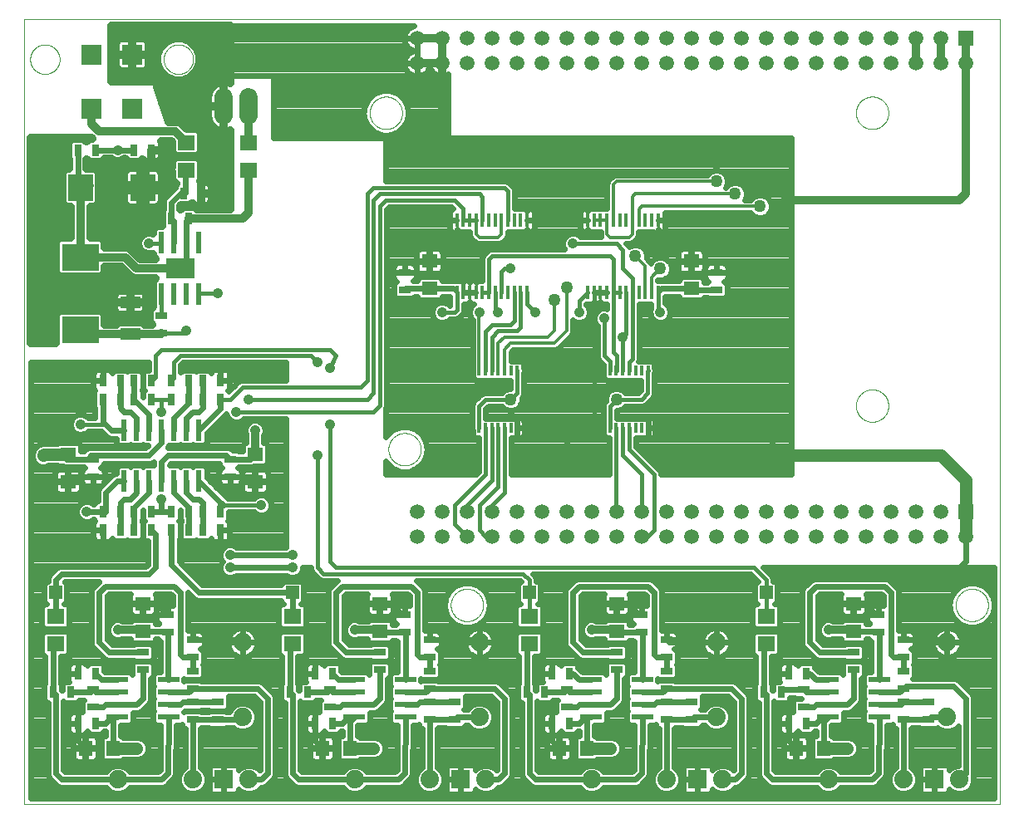
<source format=gtl>
G75*
%MOIN*%
%OFA0B0*%
%FSLAX25Y25*%
%IPPOS*%
%LPD*%
%AMOC8*
5,1,8,0,0,1.08239X$1,22.5*
%
%ADD10C,0.00000*%
%ADD11C,0.07400*%
%ADD12R,0.04724X0.03150*%
%ADD13R,0.05512X0.06299*%
%ADD14R,0.06299X0.05512*%
%ADD15R,0.03150X0.04724*%
%ADD16R,0.10039X0.10630*%
%ADD17R,0.14961X0.11024*%
%ADD18R,0.07400X0.07400*%
%ADD19C,0.07400*%
%ADD20R,0.02400X0.08700*%
%ADD21R,0.07874X0.04724*%
%ADD22R,0.07087X0.06299*%
%ADD23R,0.08661X0.02362*%
%ADD24R,0.01370X0.05500*%
%ADD25R,0.11800X0.07874*%
%ADD26R,0.05937X0.05937*%
%ADD27C,0.05937*%
%ADD28R,0.01200X0.03900*%
%ADD29R,0.08268X0.08268*%
%ADD30C,0.03200*%
%ADD31C,0.02400*%
%ADD32C,0.04100*%
%ADD33C,0.05000*%
%ADD34C,0.01600*%
%ADD35C,0.01200*%
%ADD36C,0.05000*%
%ADD37R,0.05250X0.05250*%
D10*
X0001000Y0001250D02*
X0001000Y0316211D01*
X0392201Y0316211D01*
X0392201Y0001250D01*
X0001000Y0001250D01*
X0172000Y0081250D02*
X0172002Y0081411D01*
X0172008Y0081571D01*
X0172018Y0081732D01*
X0172032Y0081892D01*
X0172050Y0082052D01*
X0172071Y0082211D01*
X0172097Y0082370D01*
X0172127Y0082528D01*
X0172160Y0082685D01*
X0172198Y0082842D01*
X0172239Y0082997D01*
X0172284Y0083151D01*
X0172333Y0083304D01*
X0172386Y0083456D01*
X0172442Y0083607D01*
X0172503Y0083756D01*
X0172566Y0083904D01*
X0172634Y0084050D01*
X0172705Y0084194D01*
X0172779Y0084336D01*
X0172857Y0084477D01*
X0172939Y0084615D01*
X0173024Y0084752D01*
X0173112Y0084886D01*
X0173204Y0085018D01*
X0173299Y0085148D01*
X0173397Y0085276D01*
X0173498Y0085401D01*
X0173602Y0085523D01*
X0173709Y0085643D01*
X0173819Y0085760D01*
X0173932Y0085875D01*
X0174048Y0085986D01*
X0174167Y0086095D01*
X0174288Y0086200D01*
X0174412Y0086303D01*
X0174538Y0086403D01*
X0174666Y0086499D01*
X0174797Y0086592D01*
X0174931Y0086682D01*
X0175066Y0086769D01*
X0175204Y0086852D01*
X0175343Y0086932D01*
X0175485Y0087008D01*
X0175628Y0087081D01*
X0175773Y0087150D01*
X0175920Y0087216D01*
X0176068Y0087278D01*
X0176218Y0087336D01*
X0176369Y0087391D01*
X0176522Y0087442D01*
X0176676Y0087489D01*
X0176831Y0087532D01*
X0176987Y0087571D01*
X0177143Y0087607D01*
X0177301Y0087638D01*
X0177459Y0087666D01*
X0177618Y0087690D01*
X0177778Y0087710D01*
X0177938Y0087726D01*
X0178098Y0087738D01*
X0178259Y0087746D01*
X0178420Y0087750D01*
X0178580Y0087750D01*
X0178741Y0087746D01*
X0178902Y0087738D01*
X0179062Y0087726D01*
X0179222Y0087710D01*
X0179382Y0087690D01*
X0179541Y0087666D01*
X0179699Y0087638D01*
X0179857Y0087607D01*
X0180013Y0087571D01*
X0180169Y0087532D01*
X0180324Y0087489D01*
X0180478Y0087442D01*
X0180631Y0087391D01*
X0180782Y0087336D01*
X0180932Y0087278D01*
X0181080Y0087216D01*
X0181227Y0087150D01*
X0181372Y0087081D01*
X0181515Y0087008D01*
X0181657Y0086932D01*
X0181796Y0086852D01*
X0181934Y0086769D01*
X0182069Y0086682D01*
X0182203Y0086592D01*
X0182334Y0086499D01*
X0182462Y0086403D01*
X0182588Y0086303D01*
X0182712Y0086200D01*
X0182833Y0086095D01*
X0182952Y0085986D01*
X0183068Y0085875D01*
X0183181Y0085760D01*
X0183291Y0085643D01*
X0183398Y0085523D01*
X0183502Y0085401D01*
X0183603Y0085276D01*
X0183701Y0085148D01*
X0183796Y0085018D01*
X0183888Y0084886D01*
X0183976Y0084752D01*
X0184061Y0084615D01*
X0184143Y0084477D01*
X0184221Y0084336D01*
X0184295Y0084194D01*
X0184366Y0084050D01*
X0184434Y0083904D01*
X0184497Y0083756D01*
X0184558Y0083607D01*
X0184614Y0083456D01*
X0184667Y0083304D01*
X0184716Y0083151D01*
X0184761Y0082997D01*
X0184802Y0082842D01*
X0184840Y0082685D01*
X0184873Y0082528D01*
X0184903Y0082370D01*
X0184929Y0082211D01*
X0184950Y0082052D01*
X0184968Y0081892D01*
X0184982Y0081732D01*
X0184992Y0081571D01*
X0184998Y0081411D01*
X0185000Y0081250D01*
X0184998Y0081089D01*
X0184992Y0080929D01*
X0184982Y0080768D01*
X0184968Y0080608D01*
X0184950Y0080448D01*
X0184929Y0080289D01*
X0184903Y0080130D01*
X0184873Y0079972D01*
X0184840Y0079815D01*
X0184802Y0079658D01*
X0184761Y0079503D01*
X0184716Y0079349D01*
X0184667Y0079196D01*
X0184614Y0079044D01*
X0184558Y0078893D01*
X0184497Y0078744D01*
X0184434Y0078596D01*
X0184366Y0078450D01*
X0184295Y0078306D01*
X0184221Y0078164D01*
X0184143Y0078023D01*
X0184061Y0077885D01*
X0183976Y0077748D01*
X0183888Y0077614D01*
X0183796Y0077482D01*
X0183701Y0077352D01*
X0183603Y0077224D01*
X0183502Y0077099D01*
X0183398Y0076977D01*
X0183291Y0076857D01*
X0183181Y0076740D01*
X0183068Y0076625D01*
X0182952Y0076514D01*
X0182833Y0076405D01*
X0182712Y0076300D01*
X0182588Y0076197D01*
X0182462Y0076097D01*
X0182334Y0076001D01*
X0182203Y0075908D01*
X0182069Y0075818D01*
X0181934Y0075731D01*
X0181796Y0075648D01*
X0181657Y0075568D01*
X0181515Y0075492D01*
X0181372Y0075419D01*
X0181227Y0075350D01*
X0181080Y0075284D01*
X0180932Y0075222D01*
X0180782Y0075164D01*
X0180631Y0075109D01*
X0180478Y0075058D01*
X0180324Y0075011D01*
X0180169Y0074968D01*
X0180013Y0074929D01*
X0179857Y0074893D01*
X0179699Y0074862D01*
X0179541Y0074834D01*
X0179382Y0074810D01*
X0179222Y0074790D01*
X0179062Y0074774D01*
X0178902Y0074762D01*
X0178741Y0074754D01*
X0178580Y0074750D01*
X0178420Y0074750D01*
X0178259Y0074754D01*
X0178098Y0074762D01*
X0177938Y0074774D01*
X0177778Y0074790D01*
X0177618Y0074810D01*
X0177459Y0074834D01*
X0177301Y0074862D01*
X0177143Y0074893D01*
X0176987Y0074929D01*
X0176831Y0074968D01*
X0176676Y0075011D01*
X0176522Y0075058D01*
X0176369Y0075109D01*
X0176218Y0075164D01*
X0176068Y0075222D01*
X0175920Y0075284D01*
X0175773Y0075350D01*
X0175628Y0075419D01*
X0175485Y0075492D01*
X0175343Y0075568D01*
X0175204Y0075648D01*
X0175066Y0075731D01*
X0174931Y0075818D01*
X0174797Y0075908D01*
X0174666Y0076001D01*
X0174538Y0076097D01*
X0174412Y0076197D01*
X0174288Y0076300D01*
X0174167Y0076405D01*
X0174048Y0076514D01*
X0173932Y0076625D01*
X0173819Y0076740D01*
X0173709Y0076857D01*
X0173602Y0076977D01*
X0173498Y0077099D01*
X0173397Y0077224D01*
X0173299Y0077352D01*
X0173204Y0077482D01*
X0173112Y0077614D01*
X0173024Y0077748D01*
X0172939Y0077885D01*
X0172857Y0078023D01*
X0172779Y0078164D01*
X0172705Y0078306D01*
X0172634Y0078450D01*
X0172566Y0078596D01*
X0172503Y0078744D01*
X0172442Y0078893D01*
X0172386Y0079044D01*
X0172333Y0079196D01*
X0172284Y0079349D01*
X0172239Y0079503D01*
X0172198Y0079658D01*
X0172160Y0079815D01*
X0172127Y0079972D01*
X0172097Y0080130D01*
X0172071Y0080289D01*
X0172050Y0080448D01*
X0172032Y0080608D01*
X0172018Y0080768D01*
X0172008Y0080929D01*
X0172002Y0081089D01*
X0172000Y0081250D01*
X0147000Y0143750D02*
X0147002Y0143911D01*
X0147008Y0144071D01*
X0147018Y0144232D01*
X0147032Y0144392D01*
X0147050Y0144552D01*
X0147071Y0144711D01*
X0147097Y0144870D01*
X0147127Y0145028D01*
X0147160Y0145185D01*
X0147198Y0145342D01*
X0147239Y0145497D01*
X0147284Y0145651D01*
X0147333Y0145804D01*
X0147386Y0145956D01*
X0147442Y0146107D01*
X0147503Y0146256D01*
X0147566Y0146404D01*
X0147634Y0146550D01*
X0147705Y0146694D01*
X0147779Y0146836D01*
X0147857Y0146977D01*
X0147939Y0147115D01*
X0148024Y0147252D01*
X0148112Y0147386D01*
X0148204Y0147518D01*
X0148299Y0147648D01*
X0148397Y0147776D01*
X0148498Y0147901D01*
X0148602Y0148023D01*
X0148709Y0148143D01*
X0148819Y0148260D01*
X0148932Y0148375D01*
X0149048Y0148486D01*
X0149167Y0148595D01*
X0149288Y0148700D01*
X0149412Y0148803D01*
X0149538Y0148903D01*
X0149666Y0148999D01*
X0149797Y0149092D01*
X0149931Y0149182D01*
X0150066Y0149269D01*
X0150204Y0149352D01*
X0150343Y0149432D01*
X0150485Y0149508D01*
X0150628Y0149581D01*
X0150773Y0149650D01*
X0150920Y0149716D01*
X0151068Y0149778D01*
X0151218Y0149836D01*
X0151369Y0149891D01*
X0151522Y0149942D01*
X0151676Y0149989D01*
X0151831Y0150032D01*
X0151987Y0150071D01*
X0152143Y0150107D01*
X0152301Y0150138D01*
X0152459Y0150166D01*
X0152618Y0150190D01*
X0152778Y0150210D01*
X0152938Y0150226D01*
X0153098Y0150238D01*
X0153259Y0150246D01*
X0153420Y0150250D01*
X0153580Y0150250D01*
X0153741Y0150246D01*
X0153902Y0150238D01*
X0154062Y0150226D01*
X0154222Y0150210D01*
X0154382Y0150190D01*
X0154541Y0150166D01*
X0154699Y0150138D01*
X0154857Y0150107D01*
X0155013Y0150071D01*
X0155169Y0150032D01*
X0155324Y0149989D01*
X0155478Y0149942D01*
X0155631Y0149891D01*
X0155782Y0149836D01*
X0155932Y0149778D01*
X0156080Y0149716D01*
X0156227Y0149650D01*
X0156372Y0149581D01*
X0156515Y0149508D01*
X0156657Y0149432D01*
X0156796Y0149352D01*
X0156934Y0149269D01*
X0157069Y0149182D01*
X0157203Y0149092D01*
X0157334Y0148999D01*
X0157462Y0148903D01*
X0157588Y0148803D01*
X0157712Y0148700D01*
X0157833Y0148595D01*
X0157952Y0148486D01*
X0158068Y0148375D01*
X0158181Y0148260D01*
X0158291Y0148143D01*
X0158398Y0148023D01*
X0158502Y0147901D01*
X0158603Y0147776D01*
X0158701Y0147648D01*
X0158796Y0147518D01*
X0158888Y0147386D01*
X0158976Y0147252D01*
X0159061Y0147115D01*
X0159143Y0146977D01*
X0159221Y0146836D01*
X0159295Y0146694D01*
X0159366Y0146550D01*
X0159434Y0146404D01*
X0159497Y0146256D01*
X0159558Y0146107D01*
X0159614Y0145956D01*
X0159667Y0145804D01*
X0159716Y0145651D01*
X0159761Y0145497D01*
X0159802Y0145342D01*
X0159840Y0145185D01*
X0159873Y0145028D01*
X0159903Y0144870D01*
X0159929Y0144711D01*
X0159950Y0144552D01*
X0159968Y0144392D01*
X0159982Y0144232D01*
X0159992Y0144071D01*
X0159998Y0143911D01*
X0160000Y0143750D01*
X0159998Y0143589D01*
X0159992Y0143429D01*
X0159982Y0143268D01*
X0159968Y0143108D01*
X0159950Y0142948D01*
X0159929Y0142789D01*
X0159903Y0142630D01*
X0159873Y0142472D01*
X0159840Y0142315D01*
X0159802Y0142158D01*
X0159761Y0142003D01*
X0159716Y0141849D01*
X0159667Y0141696D01*
X0159614Y0141544D01*
X0159558Y0141393D01*
X0159497Y0141244D01*
X0159434Y0141096D01*
X0159366Y0140950D01*
X0159295Y0140806D01*
X0159221Y0140664D01*
X0159143Y0140523D01*
X0159061Y0140385D01*
X0158976Y0140248D01*
X0158888Y0140114D01*
X0158796Y0139982D01*
X0158701Y0139852D01*
X0158603Y0139724D01*
X0158502Y0139599D01*
X0158398Y0139477D01*
X0158291Y0139357D01*
X0158181Y0139240D01*
X0158068Y0139125D01*
X0157952Y0139014D01*
X0157833Y0138905D01*
X0157712Y0138800D01*
X0157588Y0138697D01*
X0157462Y0138597D01*
X0157334Y0138501D01*
X0157203Y0138408D01*
X0157069Y0138318D01*
X0156934Y0138231D01*
X0156796Y0138148D01*
X0156657Y0138068D01*
X0156515Y0137992D01*
X0156372Y0137919D01*
X0156227Y0137850D01*
X0156080Y0137784D01*
X0155932Y0137722D01*
X0155782Y0137664D01*
X0155631Y0137609D01*
X0155478Y0137558D01*
X0155324Y0137511D01*
X0155169Y0137468D01*
X0155013Y0137429D01*
X0154857Y0137393D01*
X0154699Y0137362D01*
X0154541Y0137334D01*
X0154382Y0137310D01*
X0154222Y0137290D01*
X0154062Y0137274D01*
X0153902Y0137262D01*
X0153741Y0137254D01*
X0153580Y0137250D01*
X0153420Y0137250D01*
X0153259Y0137254D01*
X0153098Y0137262D01*
X0152938Y0137274D01*
X0152778Y0137290D01*
X0152618Y0137310D01*
X0152459Y0137334D01*
X0152301Y0137362D01*
X0152143Y0137393D01*
X0151987Y0137429D01*
X0151831Y0137468D01*
X0151676Y0137511D01*
X0151522Y0137558D01*
X0151369Y0137609D01*
X0151218Y0137664D01*
X0151068Y0137722D01*
X0150920Y0137784D01*
X0150773Y0137850D01*
X0150628Y0137919D01*
X0150485Y0137992D01*
X0150343Y0138068D01*
X0150204Y0138148D01*
X0150066Y0138231D01*
X0149931Y0138318D01*
X0149797Y0138408D01*
X0149666Y0138501D01*
X0149538Y0138597D01*
X0149412Y0138697D01*
X0149288Y0138800D01*
X0149167Y0138905D01*
X0149048Y0139014D01*
X0148932Y0139125D01*
X0148819Y0139240D01*
X0148709Y0139357D01*
X0148602Y0139477D01*
X0148498Y0139599D01*
X0148397Y0139724D01*
X0148299Y0139852D01*
X0148204Y0139982D01*
X0148112Y0140114D01*
X0148024Y0140248D01*
X0147939Y0140385D01*
X0147857Y0140523D01*
X0147779Y0140664D01*
X0147705Y0140806D01*
X0147634Y0140950D01*
X0147566Y0141096D01*
X0147503Y0141244D01*
X0147442Y0141393D01*
X0147386Y0141544D01*
X0147333Y0141696D01*
X0147284Y0141849D01*
X0147239Y0142003D01*
X0147198Y0142158D01*
X0147160Y0142315D01*
X0147127Y0142472D01*
X0147097Y0142630D01*
X0147071Y0142789D01*
X0147050Y0142948D01*
X0147032Y0143108D01*
X0147018Y0143268D01*
X0147008Y0143429D01*
X0147002Y0143589D01*
X0147000Y0143750D01*
X0139500Y0278750D02*
X0139502Y0278911D01*
X0139508Y0279071D01*
X0139518Y0279232D01*
X0139532Y0279392D01*
X0139550Y0279552D01*
X0139571Y0279711D01*
X0139597Y0279870D01*
X0139627Y0280028D01*
X0139660Y0280185D01*
X0139698Y0280342D01*
X0139739Y0280497D01*
X0139784Y0280651D01*
X0139833Y0280804D01*
X0139886Y0280956D01*
X0139942Y0281107D01*
X0140003Y0281256D01*
X0140066Y0281404D01*
X0140134Y0281550D01*
X0140205Y0281694D01*
X0140279Y0281836D01*
X0140357Y0281977D01*
X0140439Y0282115D01*
X0140524Y0282252D01*
X0140612Y0282386D01*
X0140704Y0282518D01*
X0140799Y0282648D01*
X0140897Y0282776D01*
X0140998Y0282901D01*
X0141102Y0283023D01*
X0141209Y0283143D01*
X0141319Y0283260D01*
X0141432Y0283375D01*
X0141548Y0283486D01*
X0141667Y0283595D01*
X0141788Y0283700D01*
X0141912Y0283803D01*
X0142038Y0283903D01*
X0142166Y0283999D01*
X0142297Y0284092D01*
X0142431Y0284182D01*
X0142566Y0284269D01*
X0142704Y0284352D01*
X0142843Y0284432D01*
X0142985Y0284508D01*
X0143128Y0284581D01*
X0143273Y0284650D01*
X0143420Y0284716D01*
X0143568Y0284778D01*
X0143718Y0284836D01*
X0143869Y0284891D01*
X0144022Y0284942D01*
X0144176Y0284989D01*
X0144331Y0285032D01*
X0144487Y0285071D01*
X0144643Y0285107D01*
X0144801Y0285138D01*
X0144959Y0285166D01*
X0145118Y0285190D01*
X0145278Y0285210D01*
X0145438Y0285226D01*
X0145598Y0285238D01*
X0145759Y0285246D01*
X0145920Y0285250D01*
X0146080Y0285250D01*
X0146241Y0285246D01*
X0146402Y0285238D01*
X0146562Y0285226D01*
X0146722Y0285210D01*
X0146882Y0285190D01*
X0147041Y0285166D01*
X0147199Y0285138D01*
X0147357Y0285107D01*
X0147513Y0285071D01*
X0147669Y0285032D01*
X0147824Y0284989D01*
X0147978Y0284942D01*
X0148131Y0284891D01*
X0148282Y0284836D01*
X0148432Y0284778D01*
X0148580Y0284716D01*
X0148727Y0284650D01*
X0148872Y0284581D01*
X0149015Y0284508D01*
X0149157Y0284432D01*
X0149296Y0284352D01*
X0149434Y0284269D01*
X0149569Y0284182D01*
X0149703Y0284092D01*
X0149834Y0283999D01*
X0149962Y0283903D01*
X0150088Y0283803D01*
X0150212Y0283700D01*
X0150333Y0283595D01*
X0150452Y0283486D01*
X0150568Y0283375D01*
X0150681Y0283260D01*
X0150791Y0283143D01*
X0150898Y0283023D01*
X0151002Y0282901D01*
X0151103Y0282776D01*
X0151201Y0282648D01*
X0151296Y0282518D01*
X0151388Y0282386D01*
X0151476Y0282252D01*
X0151561Y0282115D01*
X0151643Y0281977D01*
X0151721Y0281836D01*
X0151795Y0281694D01*
X0151866Y0281550D01*
X0151934Y0281404D01*
X0151997Y0281256D01*
X0152058Y0281107D01*
X0152114Y0280956D01*
X0152167Y0280804D01*
X0152216Y0280651D01*
X0152261Y0280497D01*
X0152302Y0280342D01*
X0152340Y0280185D01*
X0152373Y0280028D01*
X0152403Y0279870D01*
X0152429Y0279711D01*
X0152450Y0279552D01*
X0152468Y0279392D01*
X0152482Y0279232D01*
X0152492Y0279071D01*
X0152498Y0278911D01*
X0152500Y0278750D01*
X0152498Y0278589D01*
X0152492Y0278429D01*
X0152482Y0278268D01*
X0152468Y0278108D01*
X0152450Y0277948D01*
X0152429Y0277789D01*
X0152403Y0277630D01*
X0152373Y0277472D01*
X0152340Y0277315D01*
X0152302Y0277158D01*
X0152261Y0277003D01*
X0152216Y0276849D01*
X0152167Y0276696D01*
X0152114Y0276544D01*
X0152058Y0276393D01*
X0151997Y0276244D01*
X0151934Y0276096D01*
X0151866Y0275950D01*
X0151795Y0275806D01*
X0151721Y0275664D01*
X0151643Y0275523D01*
X0151561Y0275385D01*
X0151476Y0275248D01*
X0151388Y0275114D01*
X0151296Y0274982D01*
X0151201Y0274852D01*
X0151103Y0274724D01*
X0151002Y0274599D01*
X0150898Y0274477D01*
X0150791Y0274357D01*
X0150681Y0274240D01*
X0150568Y0274125D01*
X0150452Y0274014D01*
X0150333Y0273905D01*
X0150212Y0273800D01*
X0150088Y0273697D01*
X0149962Y0273597D01*
X0149834Y0273501D01*
X0149703Y0273408D01*
X0149569Y0273318D01*
X0149434Y0273231D01*
X0149296Y0273148D01*
X0149157Y0273068D01*
X0149015Y0272992D01*
X0148872Y0272919D01*
X0148727Y0272850D01*
X0148580Y0272784D01*
X0148432Y0272722D01*
X0148282Y0272664D01*
X0148131Y0272609D01*
X0147978Y0272558D01*
X0147824Y0272511D01*
X0147669Y0272468D01*
X0147513Y0272429D01*
X0147357Y0272393D01*
X0147199Y0272362D01*
X0147041Y0272334D01*
X0146882Y0272310D01*
X0146722Y0272290D01*
X0146562Y0272274D01*
X0146402Y0272262D01*
X0146241Y0272254D01*
X0146080Y0272250D01*
X0145920Y0272250D01*
X0145759Y0272254D01*
X0145598Y0272262D01*
X0145438Y0272274D01*
X0145278Y0272290D01*
X0145118Y0272310D01*
X0144959Y0272334D01*
X0144801Y0272362D01*
X0144643Y0272393D01*
X0144487Y0272429D01*
X0144331Y0272468D01*
X0144176Y0272511D01*
X0144022Y0272558D01*
X0143869Y0272609D01*
X0143718Y0272664D01*
X0143568Y0272722D01*
X0143420Y0272784D01*
X0143273Y0272850D01*
X0143128Y0272919D01*
X0142985Y0272992D01*
X0142843Y0273068D01*
X0142704Y0273148D01*
X0142566Y0273231D01*
X0142431Y0273318D01*
X0142297Y0273408D01*
X0142166Y0273501D01*
X0142038Y0273597D01*
X0141912Y0273697D01*
X0141788Y0273800D01*
X0141667Y0273905D01*
X0141548Y0274014D01*
X0141432Y0274125D01*
X0141319Y0274240D01*
X0141209Y0274357D01*
X0141102Y0274477D01*
X0140998Y0274599D01*
X0140897Y0274724D01*
X0140799Y0274852D01*
X0140704Y0274982D01*
X0140612Y0275114D01*
X0140524Y0275248D01*
X0140439Y0275385D01*
X0140357Y0275523D01*
X0140279Y0275664D01*
X0140205Y0275806D01*
X0140134Y0275950D01*
X0140066Y0276096D01*
X0140003Y0276244D01*
X0139942Y0276393D01*
X0139886Y0276544D01*
X0139833Y0276696D01*
X0139784Y0276849D01*
X0139739Y0277003D01*
X0139698Y0277158D01*
X0139660Y0277315D01*
X0139627Y0277472D01*
X0139597Y0277630D01*
X0139571Y0277789D01*
X0139550Y0277948D01*
X0139532Y0278108D01*
X0139518Y0278268D01*
X0139508Y0278429D01*
X0139502Y0278589D01*
X0139500Y0278750D01*
X0056866Y0300266D02*
X0056868Y0300419D01*
X0056874Y0300573D01*
X0056884Y0300726D01*
X0056898Y0300878D01*
X0056916Y0301031D01*
X0056938Y0301182D01*
X0056963Y0301333D01*
X0056993Y0301484D01*
X0057027Y0301634D01*
X0057064Y0301782D01*
X0057105Y0301930D01*
X0057150Y0302076D01*
X0057199Y0302222D01*
X0057252Y0302366D01*
X0057308Y0302508D01*
X0057368Y0302649D01*
X0057432Y0302789D01*
X0057499Y0302927D01*
X0057570Y0303063D01*
X0057645Y0303197D01*
X0057722Y0303329D01*
X0057804Y0303459D01*
X0057888Y0303587D01*
X0057976Y0303713D01*
X0058067Y0303836D01*
X0058161Y0303957D01*
X0058259Y0304075D01*
X0058359Y0304191D01*
X0058463Y0304304D01*
X0058569Y0304415D01*
X0058678Y0304523D01*
X0058790Y0304628D01*
X0058904Y0304729D01*
X0059022Y0304828D01*
X0059141Y0304924D01*
X0059263Y0305017D01*
X0059388Y0305106D01*
X0059515Y0305193D01*
X0059644Y0305275D01*
X0059775Y0305355D01*
X0059908Y0305431D01*
X0060043Y0305504D01*
X0060180Y0305573D01*
X0060319Y0305638D01*
X0060459Y0305700D01*
X0060601Y0305758D01*
X0060744Y0305813D01*
X0060889Y0305864D01*
X0061035Y0305911D01*
X0061182Y0305954D01*
X0061330Y0305993D01*
X0061479Y0306029D01*
X0061629Y0306060D01*
X0061780Y0306088D01*
X0061931Y0306112D01*
X0062084Y0306132D01*
X0062236Y0306148D01*
X0062389Y0306160D01*
X0062542Y0306168D01*
X0062695Y0306172D01*
X0062849Y0306172D01*
X0063002Y0306168D01*
X0063155Y0306160D01*
X0063308Y0306148D01*
X0063460Y0306132D01*
X0063613Y0306112D01*
X0063764Y0306088D01*
X0063915Y0306060D01*
X0064065Y0306029D01*
X0064214Y0305993D01*
X0064362Y0305954D01*
X0064509Y0305911D01*
X0064655Y0305864D01*
X0064800Y0305813D01*
X0064943Y0305758D01*
X0065085Y0305700D01*
X0065225Y0305638D01*
X0065364Y0305573D01*
X0065501Y0305504D01*
X0065636Y0305431D01*
X0065769Y0305355D01*
X0065900Y0305275D01*
X0066029Y0305193D01*
X0066156Y0305106D01*
X0066281Y0305017D01*
X0066403Y0304924D01*
X0066522Y0304828D01*
X0066640Y0304729D01*
X0066754Y0304628D01*
X0066866Y0304523D01*
X0066975Y0304415D01*
X0067081Y0304304D01*
X0067185Y0304191D01*
X0067285Y0304075D01*
X0067383Y0303957D01*
X0067477Y0303836D01*
X0067568Y0303713D01*
X0067656Y0303587D01*
X0067740Y0303459D01*
X0067822Y0303329D01*
X0067899Y0303197D01*
X0067974Y0303063D01*
X0068045Y0302927D01*
X0068112Y0302789D01*
X0068176Y0302649D01*
X0068236Y0302508D01*
X0068292Y0302366D01*
X0068345Y0302222D01*
X0068394Y0302076D01*
X0068439Y0301930D01*
X0068480Y0301782D01*
X0068517Y0301634D01*
X0068551Y0301484D01*
X0068581Y0301333D01*
X0068606Y0301182D01*
X0068628Y0301031D01*
X0068646Y0300878D01*
X0068660Y0300726D01*
X0068670Y0300573D01*
X0068676Y0300419D01*
X0068678Y0300266D01*
X0068676Y0300113D01*
X0068670Y0299959D01*
X0068660Y0299806D01*
X0068646Y0299654D01*
X0068628Y0299501D01*
X0068606Y0299350D01*
X0068581Y0299199D01*
X0068551Y0299048D01*
X0068517Y0298898D01*
X0068480Y0298750D01*
X0068439Y0298602D01*
X0068394Y0298456D01*
X0068345Y0298310D01*
X0068292Y0298166D01*
X0068236Y0298024D01*
X0068176Y0297883D01*
X0068112Y0297743D01*
X0068045Y0297605D01*
X0067974Y0297469D01*
X0067899Y0297335D01*
X0067822Y0297203D01*
X0067740Y0297073D01*
X0067656Y0296945D01*
X0067568Y0296819D01*
X0067477Y0296696D01*
X0067383Y0296575D01*
X0067285Y0296457D01*
X0067185Y0296341D01*
X0067081Y0296228D01*
X0066975Y0296117D01*
X0066866Y0296009D01*
X0066754Y0295904D01*
X0066640Y0295803D01*
X0066522Y0295704D01*
X0066403Y0295608D01*
X0066281Y0295515D01*
X0066156Y0295426D01*
X0066029Y0295339D01*
X0065900Y0295257D01*
X0065769Y0295177D01*
X0065636Y0295101D01*
X0065501Y0295028D01*
X0065364Y0294959D01*
X0065225Y0294894D01*
X0065085Y0294832D01*
X0064943Y0294774D01*
X0064800Y0294719D01*
X0064655Y0294668D01*
X0064509Y0294621D01*
X0064362Y0294578D01*
X0064214Y0294539D01*
X0064065Y0294503D01*
X0063915Y0294472D01*
X0063764Y0294444D01*
X0063613Y0294420D01*
X0063460Y0294400D01*
X0063308Y0294384D01*
X0063155Y0294372D01*
X0063002Y0294364D01*
X0062849Y0294360D01*
X0062695Y0294360D01*
X0062542Y0294364D01*
X0062389Y0294372D01*
X0062236Y0294384D01*
X0062084Y0294400D01*
X0061931Y0294420D01*
X0061780Y0294444D01*
X0061629Y0294472D01*
X0061479Y0294503D01*
X0061330Y0294539D01*
X0061182Y0294578D01*
X0061035Y0294621D01*
X0060889Y0294668D01*
X0060744Y0294719D01*
X0060601Y0294774D01*
X0060459Y0294832D01*
X0060319Y0294894D01*
X0060180Y0294959D01*
X0060043Y0295028D01*
X0059908Y0295101D01*
X0059775Y0295177D01*
X0059644Y0295257D01*
X0059515Y0295339D01*
X0059388Y0295426D01*
X0059263Y0295515D01*
X0059141Y0295608D01*
X0059022Y0295704D01*
X0058904Y0295803D01*
X0058790Y0295904D01*
X0058678Y0296009D01*
X0058569Y0296117D01*
X0058463Y0296228D01*
X0058359Y0296341D01*
X0058259Y0296457D01*
X0058161Y0296575D01*
X0058067Y0296696D01*
X0057976Y0296819D01*
X0057888Y0296945D01*
X0057804Y0297073D01*
X0057722Y0297203D01*
X0057645Y0297335D01*
X0057570Y0297469D01*
X0057499Y0297605D01*
X0057432Y0297743D01*
X0057368Y0297883D01*
X0057308Y0298024D01*
X0057252Y0298166D01*
X0057199Y0298310D01*
X0057150Y0298456D01*
X0057105Y0298602D01*
X0057064Y0298750D01*
X0057027Y0298898D01*
X0056993Y0299048D01*
X0056963Y0299199D01*
X0056938Y0299350D01*
X0056916Y0299501D01*
X0056898Y0299654D01*
X0056884Y0299806D01*
X0056874Y0299959D01*
X0056868Y0300113D01*
X0056866Y0300266D01*
X0003322Y0300266D02*
X0003324Y0300419D01*
X0003330Y0300573D01*
X0003340Y0300726D01*
X0003354Y0300878D01*
X0003372Y0301031D01*
X0003394Y0301182D01*
X0003419Y0301333D01*
X0003449Y0301484D01*
X0003483Y0301634D01*
X0003520Y0301782D01*
X0003561Y0301930D01*
X0003606Y0302076D01*
X0003655Y0302222D01*
X0003708Y0302366D01*
X0003764Y0302508D01*
X0003824Y0302649D01*
X0003888Y0302789D01*
X0003955Y0302927D01*
X0004026Y0303063D01*
X0004101Y0303197D01*
X0004178Y0303329D01*
X0004260Y0303459D01*
X0004344Y0303587D01*
X0004432Y0303713D01*
X0004523Y0303836D01*
X0004617Y0303957D01*
X0004715Y0304075D01*
X0004815Y0304191D01*
X0004919Y0304304D01*
X0005025Y0304415D01*
X0005134Y0304523D01*
X0005246Y0304628D01*
X0005360Y0304729D01*
X0005478Y0304828D01*
X0005597Y0304924D01*
X0005719Y0305017D01*
X0005844Y0305106D01*
X0005971Y0305193D01*
X0006100Y0305275D01*
X0006231Y0305355D01*
X0006364Y0305431D01*
X0006499Y0305504D01*
X0006636Y0305573D01*
X0006775Y0305638D01*
X0006915Y0305700D01*
X0007057Y0305758D01*
X0007200Y0305813D01*
X0007345Y0305864D01*
X0007491Y0305911D01*
X0007638Y0305954D01*
X0007786Y0305993D01*
X0007935Y0306029D01*
X0008085Y0306060D01*
X0008236Y0306088D01*
X0008387Y0306112D01*
X0008540Y0306132D01*
X0008692Y0306148D01*
X0008845Y0306160D01*
X0008998Y0306168D01*
X0009151Y0306172D01*
X0009305Y0306172D01*
X0009458Y0306168D01*
X0009611Y0306160D01*
X0009764Y0306148D01*
X0009916Y0306132D01*
X0010069Y0306112D01*
X0010220Y0306088D01*
X0010371Y0306060D01*
X0010521Y0306029D01*
X0010670Y0305993D01*
X0010818Y0305954D01*
X0010965Y0305911D01*
X0011111Y0305864D01*
X0011256Y0305813D01*
X0011399Y0305758D01*
X0011541Y0305700D01*
X0011681Y0305638D01*
X0011820Y0305573D01*
X0011957Y0305504D01*
X0012092Y0305431D01*
X0012225Y0305355D01*
X0012356Y0305275D01*
X0012485Y0305193D01*
X0012612Y0305106D01*
X0012737Y0305017D01*
X0012859Y0304924D01*
X0012978Y0304828D01*
X0013096Y0304729D01*
X0013210Y0304628D01*
X0013322Y0304523D01*
X0013431Y0304415D01*
X0013537Y0304304D01*
X0013641Y0304191D01*
X0013741Y0304075D01*
X0013839Y0303957D01*
X0013933Y0303836D01*
X0014024Y0303713D01*
X0014112Y0303587D01*
X0014196Y0303459D01*
X0014278Y0303329D01*
X0014355Y0303197D01*
X0014430Y0303063D01*
X0014501Y0302927D01*
X0014568Y0302789D01*
X0014632Y0302649D01*
X0014692Y0302508D01*
X0014748Y0302366D01*
X0014801Y0302222D01*
X0014850Y0302076D01*
X0014895Y0301930D01*
X0014936Y0301782D01*
X0014973Y0301634D01*
X0015007Y0301484D01*
X0015037Y0301333D01*
X0015062Y0301182D01*
X0015084Y0301031D01*
X0015102Y0300878D01*
X0015116Y0300726D01*
X0015126Y0300573D01*
X0015132Y0300419D01*
X0015134Y0300266D01*
X0015132Y0300113D01*
X0015126Y0299959D01*
X0015116Y0299806D01*
X0015102Y0299654D01*
X0015084Y0299501D01*
X0015062Y0299350D01*
X0015037Y0299199D01*
X0015007Y0299048D01*
X0014973Y0298898D01*
X0014936Y0298750D01*
X0014895Y0298602D01*
X0014850Y0298456D01*
X0014801Y0298310D01*
X0014748Y0298166D01*
X0014692Y0298024D01*
X0014632Y0297883D01*
X0014568Y0297743D01*
X0014501Y0297605D01*
X0014430Y0297469D01*
X0014355Y0297335D01*
X0014278Y0297203D01*
X0014196Y0297073D01*
X0014112Y0296945D01*
X0014024Y0296819D01*
X0013933Y0296696D01*
X0013839Y0296575D01*
X0013741Y0296457D01*
X0013641Y0296341D01*
X0013537Y0296228D01*
X0013431Y0296117D01*
X0013322Y0296009D01*
X0013210Y0295904D01*
X0013096Y0295803D01*
X0012978Y0295704D01*
X0012859Y0295608D01*
X0012737Y0295515D01*
X0012612Y0295426D01*
X0012485Y0295339D01*
X0012356Y0295257D01*
X0012225Y0295177D01*
X0012092Y0295101D01*
X0011957Y0295028D01*
X0011820Y0294959D01*
X0011681Y0294894D01*
X0011541Y0294832D01*
X0011399Y0294774D01*
X0011256Y0294719D01*
X0011111Y0294668D01*
X0010965Y0294621D01*
X0010818Y0294578D01*
X0010670Y0294539D01*
X0010521Y0294503D01*
X0010371Y0294472D01*
X0010220Y0294444D01*
X0010069Y0294420D01*
X0009916Y0294400D01*
X0009764Y0294384D01*
X0009611Y0294372D01*
X0009458Y0294364D01*
X0009305Y0294360D01*
X0009151Y0294360D01*
X0008998Y0294364D01*
X0008845Y0294372D01*
X0008692Y0294384D01*
X0008540Y0294400D01*
X0008387Y0294420D01*
X0008236Y0294444D01*
X0008085Y0294472D01*
X0007935Y0294503D01*
X0007786Y0294539D01*
X0007638Y0294578D01*
X0007491Y0294621D01*
X0007345Y0294668D01*
X0007200Y0294719D01*
X0007057Y0294774D01*
X0006915Y0294832D01*
X0006775Y0294894D01*
X0006636Y0294959D01*
X0006499Y0295028D01*
X0006364Y0295101D01*
X0006231Y0295177D01*
X0006100Y0295257D01*
X0005971Y0295339D01*
X0005844Y0295426D01*
X0005719Y0295515D01*
X0005597Y0295608D01*
X0005478Y0295704D01*
X0005360Y0295803D01*
X0005246Y0295904D01*
X0005134Y0296009D01*
X0005025Y0296117D01*
X0004919Y0296228D01*
X0004815Y0296341D01*
X0004715Y0296457D01*
X0004617Y0296575D01*
X0004523Y0296696D01*
X0004432Y0296819D01*
X0004344Y0296945D01*
X0004260Y0297073D01*
X0004178Y0297203D01*
X0004101Y0297335D01*
X0004026Y0297469D01*
X0003955Y0297605D01*
X0003888Y0297743D01*
X0003824Y0297883D01*
X0003764Y0298024D01*
X0003708Y0298166D01*
X0003655Y0298310D01*
X0003606Y0298456D01*
X0003561Y0298602D01*
X0003520Y0298750D01*
X0003483Y0298898D01*
X0003449Y0299048D01*
X0003419Y0299199D01*
X0003394Y0299350D01*
X0003372Y0299501D01*
X0003354Y0299654D01*
X0003340Y0299806D01*
X0003330Y0299959D01*
X0003324Y0300113D01*
X0003322Y0300266D01*
X0334500Y0278750D02*
X0334502Y0278911D01*
X0334508Y0279071D01*
X0334518Y0279232D01*
X0334532Y0279392D01*
X0334550Y0279552D01*
X0334571Y0279711D01*
X0334597Y0279870D01*
X0334627Y0280028D01*
X0334660Y0280185D01*
X0334698Y0280342D01*
X0334739Y0280497D01*
X0334784Y0280651D01*
X0334833Y0280804D01*
X0334886Y0280956D01*
X0334942Y0281107D01*
X0335003Y0281256D01*
X0335066Y0281404D01*
X0335134Y0281550D01*
X0335205Y0281694D01*
X0335279Y0281836D01*
X0335357Y0281977D01*
X0335439Y0282115D01*
X0335524Y0282252D01*
X0335612Y0282386D01*
X0335704Y0282518D01*
X0335799Y0282648D01*
X0335897Y0282776D01*
X0335998Y0282901D01*
X0336102Y0283023D01*
X0336209Y0283143D01*
X0336319Y0283260D01*
X0336432Y0283375D01*
X0336548Y0283486D01*
X0336667Y0283595D01*
X0336788Y0283700D01*
X0336912Y0283803D01*
X0337038Y0283903D01*
X0337166Y0283999D01*
X0337297Y0284092D01*
X0337431Y0284182D01*
X0337566Y0284269D01*
X0337704Y0284352D01*
X0337843Y0284432D01*
X0337985Y0284508D01*
X0338128Y0284581D01*
X0338273Y0284650D01*
X0338420Y0284716D01*
X0338568Y0284778D01*
X0338718Y0284836D01*
X0338869Y0284891D01*
X0339022Y0284942D01*
X0339176Y0284989D01*
X0339331Y0285032D01*
X0339487Y0285071D01*
X0339643Y0285107D01*
X0339801Y0285138D01*
X0339959Y0285166D01*
X0340118Y0285190D01*
X0340278Y0285210D01*
X0340438Y0285226D01*
X0340598Y0285238D01*
X0340759Y0285246D01*
X0340920Y0285250D01*
X0341080Y0285250D01*
X0341241Y0285246D01*
X0341402Y0285238D01*
X0341562Y0285226D01*
X0341722Y0285210D01*
X0341882Y0285190D01*
X0342041Y0285166D01*
X0342199Y0285138D01*
X0342357Y0285107D01*
X0342513Y0285071D01*
X0342669Y0285032D01*
X0342824Y0284989D01*
X0342978Y0284942D01*
X0343131Y0284891D01*
X0343282Y0284836D01*
X0343432Y0284778D01*
X0343580Y0284716D01*
X0343727Y0284650D01*
X0343872Y0284581D01*
X0344015Y0284508D01*
X0344157Y0284432D01*
X0344296Y0284352D01*
X0344434Y0284269D01*
X0344569Y0284182D01*
X0344703Y0284092D01*
X0344834Y0283999D01*
X0344962Y0283903D01*
X0345088Y0283803D01*
X0345212Y0283700D01*
X0345333Y0283595D01*
X0345452Y0283486D01*
X0345568Y0283375D01*
X0345681Y0283260D01*
X0345791Y0283143D01*
X0345898Y0283023D01*
X0346002Y0282901D01*
X0346103Y0282776D01*
X0346201Y0282648D01*
X0346296Y0282518D01*
X0346388Y0282386D01*
X0346476Y0282252D01*
X0346561Y0282115D01*
X0346643Y0281977D01*
X0346721Y0281836D01*
X0346795Y0281694D01*
X0346866Y0281550D01*
X0346934Y0281404D01*
X0346997Y0281256D01*
X0347058Y0281107D01*
X0347114Y0280956D01*
X0347167Y0280804D01*
X0347216Y0280651D01*
X0347261Y0280497D01*
X0347302Y0280342D01*
X0347340Y0280185D01*
X0347373Y0280028D01*
X0347403Y0279870D01*
X0347429Y0279711D01*
X0347450Y0279552D01*
X0347468Y0279392D01*
X0347482Y0279232D01*
X0347492Y0279071D01*
X0347498Y0278911D01*
X0347500Y0278750D01*
X0347498Y0278589D01*
X0347492Y0278429D01*
X0347482Y0278268D01*
X0347468Y0278108D01*
X0347450Y0277948D01*
X0347429Y0277789D01*
X0347403Y0277630D01*
X0347373Y0277472D01*
X0347340Y0277315D01*
X0347302Y0277158D01*
X0347261Y0277003D01*
X0347216Y0276849D01*
X0347167Y0276696D01*
X0347114Y0276544D01*
X0347058Y0276393D01*
X0346997Y0276244D01*
X0346934Y0276096D01*
X0346866Y0275950D01*
X0346795Y0275806D01*
X0346721Y0275664D01*
X0346643Y0275523D01*
X0346561Y0275385D01*
X0346476Y0275248D01*
X0346388Y0275114D01*
X0346296Y0274982D01*
X0346201Y0274852D01*
X0346103Y0274724D01*
X0346002Y0274599D01*
X0345898Y0274477D01*
X0345791Y0274357D01*
X0345681Y0274240D01*
X0345568Y0274125D01*
X0345452Y0274014D01*
X0345333Y0273905D01*
X0345212Y0273800D01*
X0345088Y0273697D01*
X0344962Y0273597D01*
X0344834Y0273501D01*
X0344703Y0273408D01*
X0344569Y0273318D01*
X0344434Y0273231D01*
X0344296Y0273148D01*
X0344157Y0273068D01*
X0344015Y0272992D01*
X0343872Y0272919D01*
X0343727Y0272850D01*
X0343580Y0272784D01*
X0343432Y0272722D01*
X0343282Y0272664D01*
X0343131Y0272609D01*
X0342978Y0272558D01*
X0342824Y0272511D01*
X0342669Y0272468D01*
X0342513Y0272429D01*
X0342357Y0272393D01*
X0342199Y0272362D01*
X0342041Y0272334D01*
X0341882Y0272310D01*
X0341722Y0272290D01*
X0341562Y0272274D01*
X0341402Y0272262D01*
X0341241Y0272254D01*
X0341080Y0272250D01*
X0340920Y0272250D01*
X0340759Y0272254D01*
X0340598Y0272262D01*
X0340438Y0272274D01*
X0340278Y0272290D01*
X0340118Y0272310D01*
X0339959Y0272334D01*
X0339801Y0272362D01*
X0339643Y0272393D01*
X0339487Y0272429D01*
X0339331Y0272468D01*
X0339176Y0272511D01*
X0339022Y0272558D01*
X0338869Y0272609D01*
X0338718Y0272664D01*
X0338568Y0272722D01*
X0338420Y0272784D01*
X0338273Y0272850D01*
X0338128Y0272919D01*
X0337985Y0272992D01*
X0337843Y0273068D01*
X0337704Y0273148D01*
X0337566Y0273231D01*
X0337431Y0273318D01*
X0337297Y0273408D01*
X0337166Y0273501D01*
X0337038Y0273597D01*
X0336912Y0273697D01*
X0336788Y0273800D01*
X0336667Y0273905D01*
X0336548Y0274014D01*
X0336432Y0274125D01*
X0336319Y0274240D01*
X0336209Y0274357D01*
X0336102Y0274477D01*
X0335998Y0274599D01*
X0335897Y0274724D01*
X0335799Y0274852D01*
X0335704Y0274982D01*
X0335612Y0275114D01*
X0335524Y0275248D01*
X0335439Y0275385D01*
X0335357Y0275523D01*
X0335279Y0275664D01*
X0335205Y0275806D01*
X0335134Y0275950D01*
X0335066Y0276096D01*
X0335003Y0276244D01*
X0334942Y0276393D01*
X0334886Y0276544D01*
X0334833Y0276696D01*
X0334784Y0276849D01*
X0334739Y0277003D01*
X0334698Y0277158D01*
X0334660Y0277315D01*
X0334627Y0277472D01*
X0334597Y0277630D01*
X0334571Y0277789D01*
X0334550Y0277948D01*
X0334532Y0278108D01*
X0334518Y0278268D01*
X0334508Y0278429D01*
X0334502Y0278589D01*
X0334500Y0278750D01*
X0334500Y0161250D02*
X0334502Y0161411D01*
X0334508Y0161571D01*
X0334518Y0161732D01*
X0334532Y0161892D01*
X0334550Y0162052D01*
X0334571Y0162211D01*
X0334597Y0162370D01*
X0334627Y0162528D01*
X0334660Y0162685D01*
X0334698Y0162842D01*
X0334739Y0162997D01*
X0334784Y0163151D01*
X0334833Y0163304D01*
X0334886Y0163456D01*
X0334942Y0163607D01*
X0335003Y0163756D01*
X0335066Y0163904D01*
X0335134Y0164050D01*
X0335205Y0164194D01*
X0335279Y0164336D01*
X0335357Y0164477D01*
X0335439Y0164615D01*
X0335524Y0164752D01*
X0335612Y0164886D01*
X0335704Y0165018D01*
X0335799Y0165148D01*
X0335897Y0165276D01*
X0335998Y0165401D01*
X0336102Y0165523D01*
X0336209Y0165643D01*
X0336319Y0165760D01*
X0336432Y0165875D01*
X0336548Y0165986D01*
X0336667Y0166095D01*
X0336788Y0166200D01*
X0336912Y0166303D01*
X0337038Y0166403D01*
X0337166Y0166499D01*
X0337297Y0166592D01*
X0337431Y0166682D01*
X0337566Y0166769D01*
X0337704Y0166852D01*
X0337843Y0166932D01*
X0337985Y0167008D01*
X0338128Y0167081D01*
X0338273Y0167150D01*
X0338420Y0167216D01*
X0338568Y0167278D01*
X0338718Y0167336D01*
X0338869Y0167391D01*
X0339022Y0167442D01*
X0339176Y0167489D01*
X0339331Y0167532D01*
X0339487Y0167571D01*
X0339643Y0167607D01*
X0339801Y0167638D01*
X0339959Y0167666D01*
X0340118Y0167690D01*
X0340278Y0167710D01*
X0340438Y0167726D01*
X0340598Y0167738D01*
X0340759Y0167746D01*
X0340920Y0167750D01*
X0341080Y0167750D01*
X0341241Y0167746D01*
X0341402Y0167738D01*
X0341562Y0167726D01*
X0341722Y0167710D01*
X0341882Y0167690D01*
X0342041Y0167666D01*
X0342199Y0167638D01*
X0342357Y0167607D01*
X0342513Y0167571D01*
X0342669Y0167532D01*
X0342824Y0167489D01*
X0342978Y0167442D01*
X0343131Y0167391D01*
X0343282Y0167336D01*
X0343432Y0167278D01*
X0343580Y0167216D01*
X0343727Y0167150D01*
X0343872Y0167081D01*
X0344015Y0167008D01*
X0344157Y0166932D01*
X0344296Y0166852D01*
X0344434Y0166769D01*
X0344569Y0166682D01*
X0344703Y0166592D01*
X0344834Y0166499D01*
X0344962Y0166403D01*
X0345088Y0166303D01*
X0345212Y0166200D01*
X0345333Y0166095D01*
X0345452Y0165986D01*
X0345568Y0165875D01*
X0345681Y0165760D01*
X0345791Y0165643D01*
X0345898Y0165523D01*
X0346002Y0165401D01*
X0346103Y0165276D01*
X0346201Y0165148D01*
X0346296Y0165018D01*
X0346388Y0164886D01*
X0346476Y0164752D01*
X0346561Y0164615D01*
X0346643Y0164477D01*
X0346721Y0164336D01*
X0346795Y0164194D01*
X0346866Y0164050D01*
X0346934Y0163904D01*
X0346997Y0163756D01*
X0347058Y0163607D01*
X0347114Y0163456D01*
X0347167Y0163304D01*
X0347216Y0163151D01*
X0347261Y0162997D01*
X0347302Y0162842D01*
X0347340Y0162685D01*
X0347373Y0162528D01*
X0347403Y0162370D01*
X0347429Y0162211D01*
X0347450Y0162052D01*
X0347468Y0161892D01*
X0347482Y0161732D01*
X0347492Y0161571D01*
X0347498Y0161411D01*
X0347500Y0161250D01*
X0347498Y0161089D01*
X0347492Y0160929D01*
X0347482Y0160768D01*
X0347468Y0160608D01*
X0347450Y0160448D01*
X0347429Y0160289D01*
X0347403Y0160130D01*
X0347373Y0159972D01*
X0347340Y0159815D01*
X0347302Y0159658D01*
X0347261Y0159503D01*
X0347216Y0159349D01*
X0347167Y0159196D01*
X0347114Y0159044D01*
X0347058Y0158893D01*
X0346997Y0158744D01*
X0346934Y0158596D01*
X0346866Y0158450D01*
X0346795Y0158306D01*
X0346721Y0158164D01*
X0346643Y0158023D01*
X0346561Y0157885D01*
X0346476Y0157748D01*
X0346388Y0157614D01*
X0346296Y0157482D01*
X0346201Y0157352D01*
X0346103Y0157224D01*
X0346002Y0157099D01*
X0345898Y0156977D01*
X0345791Y0156857D01*
X0345681Y0156740D01*
X0345568Y0156625D01*
X0345452Y0156514D01*
X0345333Y0156405D01*
X0345212Y0156300D01*
X0345088Y0156197D01*
X0344962Y0156097D01*
X0344834Y0156001D01*
X0344703Y0155908D01*
X0344569Y0155818D01*
X0344434Y0155731D01*
X0344296Y0155648D01*
X0344157Y0155568D01*
X0344015Y0155492D01*
X0343872Y0155419D01*
X0343727Y0155350D01*
X0343580Y0155284D01*
X0343432Y0155222D01*
X0343282Y0155164D01*
X0343131Y0155109D01*
X0342978Y0155058D01*
X0342824Y0155011D01*
X0342669Y0154968D01*
X0342513Y0154929D01*
X0342357Y0154893D01*
X0342199Y0154862D01*
X0342041Y0154834D01*
X0341882Y0154810D01*
X0341722Y0154790D01*
X0341562Y0154774D01*
X0341402Y0154762D01*
X0341241Y0154754D01*
X0341080Y0154750D01*
X0340920Y0154750D01*
X0340759Y0154754D01*
X0340598Y0154762D01*
X0340438Y0154774D01*
X0340278Y0154790D01*
X0340118Y0154810D01*
X0339959Y0154834D01*
X0339801Y0154862D01*
X0339643Y0154893D01*
X0339487Y0154929D01*
X0339331Y0154968D01*
X0339176Y0155011D01*
X0339022Y0155058D01*
X0338869Y0155109D01*
X0338718Y0155164D01*
X0338568Y0155222D01*
X0338420Y0155284D01*
X0338273Y0155350D01*
X0338128Y0155419D01*
X0337985Y0155492D01*
X0337843Y0155568D01*
X0337704Y0155648D01*
X0337566Y0155731D01*
X0337431Y0155818D01*
X0337297Y0155908D01*
X0337166Y0156001D01*
X0337038Y0156097D01*
X0336912Y0156197D01*
X0336788Y0156300D01*
X0336667Y0156405D01*
X0336548Y0156514D01*
X0336432Y0156625D01*
X0336319Y0156740D01*
X0336209Y0156857D01*
X0336102Y0156977D01*
X0335998Y0157099D01*
X0335897Y0157224D01*
X0335799Y0157352D01*
X0335704Y0157482D01*
X0335612Y0157614D01*
X0335524Y0157748D01*
X0335439Y0157885D01*
X0335357Y0158023D01*
X0335279Y0158164D01*
X0335205Y0158306D01*
X0335134Y0158450D01*
X0335066Y0158596D01*
X0335003Y0158744D01*
X0334942Y0158893D01*
X0334886Y0159044D01*
X0334833Y0159196D01*
X0334784Y0159349D01*
X0334739Y0159503D01*
X0334698Y0159658D01*
X0334660Y0159815D01*
X0334627Y0159972D01*
X0334597Y0160130D01*
X0334571Y0160289D01*
X0334550Y0160448D01*
X0334532Y0160608D01*
X0334518Y0160768D01*
X0334508Y0160929D01*
X0334502Y0161089D01*
X0334500Y0161250D01*
X0374500Y0081250D02*
X0374502Y0081411D01*
X0374508Y0081571D01*
X0374518Y0081732D01*
X0374532Y0081892D01*
X0374550Y0082052D01*
X0374571Y0082211D01*
X0374597Y0082370D01*
X0374627Y0082528D01*
X0374660Y0082685D01*
X0374698Y0082842D01*
X0374739Y0082997D01*
X0374784Y0083151D01*
X0374833Y0083304D01*
X0374886Y0083456D01*
X0374942Y0083607D01*
X0375003Y0083756D01*
X0375066Y0083904D01*
X0375134Y0084050D01*
X0375205Y0084194D01*
X0375279Y0084336D01*
X0375357Y0084477D01*
X0375439Y0084615D01*
X0375524Y0084752D01*
X0375612Y0084886D01*
X0375704Y0085018D01*
X0375799Y0085148D01*
X0375897Y0085276D01*
X0375998Y0085401D01*
X0376102Y0085523D01*
X0376209Y0085643D01*
X0376319Y0085760D01*
X0376432Y0085875D01*
X0376548Y0085986D01*
X0376667Y0086095D01*
X0376788Y0086200D01*
X0376912Y0086303D01*
X0377038Y0086403D01*
X0377166Y0086499D01*
X0377297Y0086592D01*
X0377431Y0086682D01*
X0377566Y0086769D01*
X0377704Y0086852D01*
X0377843Y0086932D01*
X0377985Y0087008D01*
X0378128Y0087081D01*
X0378273Y0087150D01*
X0378420Y0087216D01*
X0378568Y0087278D01*
X0378718Y0087336D01*
X0378869Y0087391D01*
X0379022Y0087442D01*
X0379176Y0087489D01*
X0379331Y0087532D01*
X0379487Y0087571D01*
X0379643Y0087607D01*
X0379801Y0087638D01*
X0379959Y0087666D01*
X0380118Y0087690D01*
X0380278Y0087710D01*
X0380438Y0087726D01*
X0380598Y0087738D01*
X0380759Y0087746D01*
X0380920Y0087750D01*
X0381080Y0087750D01*
X0381241Y0087746D01*
X0381402Y0087738D01*
X0381562Y0087726D01*
X0381722Y0087710D01*
X0381882Y0087690D01*
X0382041Y0087666D01*
X0382199Y0087638D01*
X0382357Y0087607D01*
X0382513Y0087571D01*
X0382669Y0087532D01*
X0382824Y0087489D01*
X0382978Y0087442D01*
X0383131Y0087391D01*
X0383282Y0087336D01*
X0383432Y0087278D01*
X0383580Y0087216D01*
X0383727Y0087150D01*
X0383872Y0087081D01*
X0384015Y0087008D01*
X0384157Y0086932D01*
X0384296Y0086852D01*
X0384434Y0086769D01*
X0384569Y0086682D01*
X0384703Y0086592D01*
X0384834Y0086499D01*
X0384962Y0086403D01*
X0385088Y0086303D01*
X0385212Y0086200D01*
X0385333Y0086095D01*
X0385452Y0085986D01*
X0385568Y0085875D01*
X0385681Y0085760D01*
X0385791Y0085643D01*
X0385898Y0085523D01*
X0386002Y0085401D01*
X0386103Y0085276D01*
X0386201Y0085148D01*
X0386296Y0085018D01*
X0386388Y0084886D01*
X0386476Y0084752D01*
X0386561Y0084615D01*
X0386643Y0084477D01*
X0386721Y0084336D01*
X0386795Y0084194D01*
X0386866Y0084050D01*
X0386934Y0083904D01*
X0386997Y0083756D01*
X0387058Y0083607D01*
X0387114Y0083456D01*
X0387167Y0083304D01*
X0387216Y0083151D01*
X0387261Y0082997D01*
X0387302Y0082842D01*
X0387340Y0082685D01*
X0387373Y0082528D01*
X0387403Y0082370D01*
X0387429Y0082211D01*
X0387450Y0082052D01*
X0387468Y0081892D01*
X0387482Y0081732D01*
X0387492Y0081571D01*
X0387498Y0081411D01*
X0387500Y0081250D01*
X0387498Y0081089D01*
X0387492Y0080929D01*
X0387482Y0080768D01*
X0387468Y0080608D01*
X0387450Y0080448D01*
X0387429Y0080289D01*
X0387403Y0080130D01*
X0387373Y0079972D01*
X0387340Y0079815D01*
X0387302Y0079658D01*
X0387261Y0079503D01*
X0387216Y0079349D01*
X0387167Y0079196D01*
X0387114Y0079044D01*
X0387058Y0078893D01*
X0386997Y0078744D01*
X0386934Y0078596D01*
X0386866Y0078450D01*
X0386795Y0078306D01*
X0386721Y0078164D01*
X0386643Y0078023D01*
X0386561Y0077885D01*
X0386476Y0077748D01*
X0386388Y0077614D01*
X0386296Y0077482D01*
X0386201Y0077352D01*
X0386103Y0077224D01*
X0386002Y0077099D01*
X0385898Y0076977D01*
X0385791Y0076857D01*
X0385681Y0076740D01*
X0385568Y0076625D01*
X0385452Y0076514D01*
X0385333Y0076405D01*
X0385212Y0076300D01*
X0385088Y0076197D01*
X0384962Y0076097D01*
X0384834Y0076001D01*
X0384703Y0075908D01*
X0384569Y0075818D01*
X0384434Y0075731D01*
X0384296Y0075648D01*
X0384157Y0075568D01*
X0384015Y0075492D01*
X0383872Y0075419D01*
X0383727Y0075350D01*
X0383580Y0075284D01*
X0383432Y0075222D01*
X0383282Y0075164D01*
X0383131Y0075109D01*
X0382978Y0075058D01*
X0382824Y0075011D01*
X0382669Y0074968D01*
X0382513Y0074929D01*
X0382357Y0074893D01*
X0382199Y0074862D01*
X0382041Y0074834D01*
X0381882Y0074810D01*
X0381722Y0074790D01*
X0381562Y0074774D01*
X0381402Y0074762D01*
X0381241Y0074754D01*
X0381080Y0074750D01*
X0380920Y0074750D01*
X0380759Y0074754D01*
X0380598Y0074762D01*
X0380438Y0074774D01*
X0380278Y0074790D01*
X0380118Y0074810D01*
X0379959Y0074834D01*
X0379801Y0074862D01*
X0379643Y0074893D01*
X0379487Y0074929D01*
X0379331Y0074968D01*
X0379176Y0075011D01*
X0379022Y0075058D01*
X0378869Y0075109D01*
X0378718Y0075164D01*
X0378568Y0075222D01*
X0378420Y0075284D01*
X0378273Y0075350D01*
X0378128Y0075419D01*
X0377985Y0075492D01*
X0377843Y0075568D01*
X0377704Y0075648D01*
X0377566Y0075731D01*
X0377431Y0075818D01*
X0377297Y0075908D01*
X0377166Y0076001D01*
X0377038Y0076097D01*
X0376912Y0076197D01*
X0376788Y0076300D01*
X0376667Y0076405D01*
X0376548Y0076514D01*
X0376432Y0076625D01*
X0376319Y0076740D01*
X0376209Y0076857D01*
X0376102Y0076977D01*
X0375998Y0077099D01*
X0375897Y0077224D01*
X0375799Y0077352D01*
X0375704Y0077482D01*
X0375612Y0077614D01*
X0375524Y0077748D01*
X0375439Y0077885D01*
X0375357Y0078023D01*
X0375279Y0078164D01*
X0375205Y0078306D01*
X0375134Y0078450D01*
X0375066Y0078596D01*
X0375003Y0078744D01*
X0374942Y0078893D01*
X0374886Y0079044D01*
X0374833Y0079196D01*
X0374784Y0079349D01*
X0374739Y0079503D01*
X0374698Y0079658D01*
X0374660Y0079815D01*
X0374627Y0079972D01*
X0374597Y0080130D01*
X0374571Y0080289D01*
X0374550Y0080448D01*
X0374532Y0080608D01*
X0374518Y0080768D01*
X0374508Y0080929D01*
X0374502Y0081089D01*
X0374500Y0081250D01*
D11*
X0091000Y0277550D02*
X0091000Y0284950D01*
X0081000Y0284950D02*
X0081000Y0277550D01*
D12*
X0153500Y0214793D03*
X0153500Y0207707D03*
X0083500Y0139793D03*
X0083500Y0132707D03*
X0028500Y0132707D03*
X0028500Y0139793D03*
X0056000Y0190207D03*
X0056000Y0197293D03*
X0058500Y0077293D03*
X0058500Y0070207D03*
X0068500Y0067293D03*
X0068500Y0060207D03*
X0068500Y0054793D03*
X0068500Y0047707D03*
X0068500Y0042293D03*
X0068500Y0035207D03*
X0078500Y0035207D03*
X0078500Y0042293D03*
X0048500Y0055207D03*
X0048500Y0062293D03*
X0028500Y0047293D03*
X0028500Y0040207D03*
X0123500Y0040207D03*
X0123500Y0047293D03*
X0143500Y0055207D03*
X0143500Y0062293D03*
X0153500Y0070207D03*
X0153500Y0077293D03*
X0163500Y0067293D03*
X0163500Y0060207D03*
X0163500Y0054793D03*
X0163500Y0047707D03*
X0163500Y0042293D03*
X0163500Y0035207D03*
X0173500Y0035207D03*
X0173500Y0042293D03*
X0218500Y0040207D03*
X0218500Y0047293D03*
X0238500Y0055207D03*
X0238500Y0062293D03*
X0248500Y0070207D03*
X0248500Y0077293D03*
X0258500Y0067293D03*
X0258500Y0060207D03*
X0258500Y0054793D03*
X0258500Y0047707D03*
X0258500Y0042293D03*
X0258500Y0035207D03*
X0268500Y0035207D03*
X0268500Y0042293D03*
X0313500Y0040207D03*
X0313500Y0047293D03*
X0333500Y0055207D03*
X0333500Y0062293D03*
X0343500Y0070207D03*
X0343500Y0077293D03*
X0353500Y0067293D03*
X0353500Y0060207D03*
X0353500Y0054793D03*
X0353500Y0047707D03*
X0353500Y0042293D03*
X0353500Y0035207D03*
X0363500Y0035207D03*
X0363500Y0042293D03*
X0278500Y0207707D03*
X0278500Y0214793D03*
D13*
X0310488Y0023750D03*
X0321512Y0023750D03*
X0226512Y0023750D03*
X0215488Y0023750D03*
X0131512Y0023750D03*
X0120488Y0023750D03*
X0036512Y0023750D03*
X0025488Y0023750D03*
D14*
X0048500Y0070738D03*
X0048500Y0081762D03*
X0018500Y0130738D03*
X0018500Y0141762D03*
X0093500Y0141762D03*
X0093500Y0130738D03*
X0143500Y0081762D03*
X0143500Y0070738D03*
X0238500Y0070738D03*
X0238500Y0081762D03*
X0333500Y0081762D03*
X0333500Y0070738D03*
X0268500Y0208238D03*
X0268500Y0219262D03*
X0163500Y0219262D03*
X0163500Y0208238D03*
D15*
X0079543Y0171250D03*
X0072457Y0171250D03*
X0067043Y0171250D03*
X0059957Y0171250D03*
X0059957Y0163750D03*
X0067043Y0163750D03*
X0072457Y0163750D03*
X0079543Y0163750D03*
X0052043Y0163750D03*
X0044957Y0163750D03*
X0039543Y0163750D03*
X0032457Y0163750D03*
X0032457Y0171250D03*
X0039543Y0171250D03*
X0044957Y0171250D03*
X0052043Y0171250D03*
X0052043Y0118750D03*
X0044957Y0118750D03*
X0039543Y0118750D03*
X0032457Y0118750D03*
X0032457Y0111250D03*
X0039543Y0111250D03*
X0044957Y0111250D03*
X0052043Y0111250D03*
X0059957Y0111250D03*
X0067043Y0111250D03*
X0072457Y0111250D03*
X0079543Y0111250D03*
X0079543Y0118750D03*
X0072457Y0118750D03*
X0067043Y0118750D03*
X0059957Y0118750D03*
X0029543Y0053750D03*
X0022457Y0053750D03*
X0019543Y0046250D03*
X0012457Y0046250D03*
X0022457Y0033750D03*
X0029543Y0033750D03*
X0107457Y0046250D03*
X0114543Y0046250D03*
X0117457Y0053750D03*
X0124543Y0053750D03*
X0124543Y0033750D03*
X0117457Y0033750D03*
X0202457Y0046250D03*
X0209543Y0046250D03*
X0212457Y0053750D03*
X0219543Y0053750D03*
X0219543Y0033750D03*
X0212457Y0033750D03*
X0297457Y0046250D03*
X0304543Y0046250D03*
X0307457Y0053750D03*
X0314543Y0053750D03*
X0314543Y0033750D03*
X0307457Y0033750D03*
X0067043Y0236250D03*
X0059957Y0236250D03*
X0064957Y0246250D03*
X0072043Y0246250D03*
X0052043Y0263750D03*
X0044957Y0263750D03*
X0029543Y0263750D03*
X0022457Y0263750D03*
D16*
X0023520Y0248750D03*
X0048480Y0248750D03*
D17*
X0023500Y0220817D03*
X0023500Y0191683D03*
D18*
X0081000Y0011250D03*
X0176000Y0011250D03*
X0271000Y0011250D03*
X0366000Y0011250D03*
D19*
X0353500Y0011250D03*
X0376000Y0011250D03*
X0371000Y0036250D03*
X0371000Y0066250D03*
X0323500Y0011250D03*
X0281000Y0011250D03*
X0258500Y0011250D03*
X0228500Y0011250D03*
X0186000Y0011250D03*
X0163500Y0011250D03*
X0133500Y0011250D03*
X0091000Y0011250D03*
X0068500Y0011250D03*
X0038500Y0011250D03*
X0088500Y0036250D03*
X0088500Y0066250D03*
X0183500Y0066250D03*
X0183500Y0036250D03*
X0278500Y0036250D03*
X0278500Y0066250D03*
D20*
X0071000Y0131000D03*
X0066000Y0131000D03*
X0061000Y0131000D03*
X0056000Y0131000D03*
X0051000Y0131000D03*
X0046000Y0131000D03*
X0041000Y0131000D03*
X0041000Y0151500D03*
X0046000Y0151500D03*
X0051000Y0151500D03*
X0056000Y0151500D03*
X0061000Y0151500D03*
X0066000Y0151500D03*
X0071000Y0151500D03*
X0071000Y0205950D03*
X0066000Y0205950D03*
X0061000Y0205950D03*
X0056000Y0205950D03*
X0056000Y0226550D03*
X0061000Y0226550D03*
X0066000Y0226550D03*
X0071000Y0226550D03*
D21*
X0043500Y0202549D03*
X0043500Y0189951D03*
D22*
X0066000Y0255738D03*
X0066000Y0266762D03*
X0091000Y0266762D03*
X0091000Y0255738D03*
X0108500Y0076762D03*
X0108500Y0065738D03*
X0013500Y0065738D03*
X0013500Y0076762D03*
X0203500Y0076762D03*
X0203500Y0065738D03*
X0298500Y0065738D03*
X0298500Y0076762D03*
D23*
X0323264Y0051250D03*
X0323264Y0046250D03*
X0323264Y0041250D03*
X0323264Y0036250D03*
X0343736Y0036250D03*
X0343736Y0041250D03*
X0343736Y0046250D03*
X0343736Y0051250D03*
X0248736Y0051250D03*
X0248736Y0046250D03*
X0248736Y0041250D03*
X0248736Y0036250D03*
X0228264Y0036250D03*
X0228264Y0041250D03*
X0228264Y0046250D03*
X0228264Y0051250D03*
X0153736Y0051250D03*
X0153736Y0046250D03*
X0153736Y0041250D03*
X0153736Y0036250D03*
X0133264Y0036250D03*
X0133264Y0041250D03*
X0133264Y0046250D03*
X0133264Y0051250D03*
X0058736Y0051250D03*
X0058736Y0046250D03*
X0058736Y0041250D03*
X0058736Y0036250D03*
X0038264Y0036250D03*
X0038264Y0041250D03*
X0038264Y0046250D03*
X0038264Y0051250D03*
D24*
X0174425Y0206856D03*
X0176984Y0206856D03*
X0179543Y0206856D03*
X0182102Y0206856D03*
X0184661Y0206856D03*
X0187220Y0206856D03*
X0189780Y0206856D03*
X0192339Y0206856D03*
X0194898Y0206856D03*
X0197457Y0206856D03*
X0200016Y0206856D03*
X0202575Y0206856D03*
X0226925Y0206856D03*
X0229484Y0206856D03*
X0232043Y0206856D03*
X0234602Y0206856D03*
X0237161Y0206856D03*
X0239720Y0206856D03*
X0242280Y0206856D03*
X0244839Y0206856D03*
X0247398Y0206856D03*
X0249957Y0206856D03*
X0252516Y0206856D03*
X0255075Y0206856D03*
X0255075Y0235644D03*
X0252516Y0235644D03*
X0249957Y0235644D03*
X0247398Y0235644D03*
X0244839Y0235644D03*
X0242280Y0235644D03*
X0239720Y0235644D03*
X0237161Y0235644D03*
X0234602Y0235644D03*
X0232043Y0235644D03*
X0229484Y0235644D03*
X0226925Y0235644D03*
X0202575Y0235644D03*
X0200016Y0235644D03*
X0197457Y0235644D03*
X0194898Y0235644D03*
X0192339Y0235644D03*
X0189780Y0235644D03*
X0187220Y0235644D03*
X0184661Y0235644D03*
X0182102Y0235644D03*
X0179543Y0235644D03*
X0176984Y0235644D03*
X0174425Y0235644D03*
D25*
X0063500Y0216250D03*
D26*
X0378500Y0308750D03*
X0378500Y0118750D03*
D27*
X0368500Y0118750D03*
X0358500Y0118750D03*
X0348500Y0118750D03*
X0348500Y0108750D03*
X0358500Y0108750D03*
X0368500Y0108750D03*
X0378500Y0108750D03*
X0338500Y0108750D03*
X0328500Y0108750D03*
X0318500Y0108750D03*
X0308500Y0108750D03*
X0298500Y0108750D03*
X0298500Y0118750D03*
X0308500Y0118750D03*
X0318500Y0118750D03*
X0328500Y0118750D03*
X0338500Y0118750D03*
X0288500Y0118750D03*
X0278500Y0118750D03*
X0268500Y0118750D03*
X0258500Y0118750D03*
X0248500Y0118750D03*
X0238500Y0118750D03*
X0238500Y0108750D03*
X0248500Y0108750D03*
X0258500Y0108750D03*
X0268500Y0108750D03*
X0278500Y0108750D03*
X0288500Y0108750D03*
X0228500Y0108750D03*
X0218500Y0108750D03*
X0208500Y0108750D03*
X0198500Y0108750D03*
X0188500Y0108750D03*
X0188500Y0118750D03*
X0198500Y0118750D03*
X0208500Y0118750D03*
X0218500Y0118750D03*
X0228500Y0118750D03*
X0178500Y0118750D03*
X0168500Y0118750D03*
X0158500Y0118750D03*
X0158500Y0108750D03*
X0168500Y0108750D03*
X0178500Y0108750D03*
X0178500Y0298750D03*
X0168500Y0298750D03*
X0158500Y0298750D03*
X0158500Y0308750D03*
X0168500Y0308750D03*
X0178500Y0308750D03*
X0188500Y0308750D03*
X0198500Y0308750D03*
X0208500Y0308750D03*
X0218500Y0308750D03*
X0228500Y0308750D03*
X0228500Y0298750D03*
X0218500Y0298750D03*
X0208500Y0298750D03*
X0198500Y0298750D03*
X0188500Y0298750D03*
X0238500Y0298750D03*
X0248500Y0298750D03*
X0258500Y0298750D03*
X0268500Y0298750D03*
X0278500Y0298750D03*
X0288500Y0298750D03*
X0288500Y0308750D03*
X0278500Y0308750D03*
X0268500Y0308750D03*
X0258500Y0308750D03*
X0248500Y0308750D03*
X0238500Y0308750D03*
X0298500Y0308750D03*
X0308500Y0308750D03*
X0318500Y0308750D03*
X0328500Y0308750D03*
X0338500Y0308750D03*
X0338500Y0298750D03*
X0328500Y0298750D03*
X0318500Y0298750D03*
X0308500Y0298750D03*
X0298500Y0298750D03*
X0348500Y0298750D03*
X0358500Y0298750D03*
X0368500Y0298750D03*
X0378500Y0298750D03*
X0368500Y0308750D03*
X0358500Y0308750D03*
X0348500Y0308750D03*
D28*
X0251177Y0175237D03*
X0248618Y0175237D03*
X0246059Y0175237D03*
X0243500Y0175237D03*
X0240941Y0175237D03*
X0238382Y0175237D03*
X0235823Y0175237D03*
X0235823Y0152263D03*
X0238382Y0152263D03*
X0240941Y0152263D03*
X0243500Y0152263D03*
X0246059Y0152263D03*
X0248618Y0152263D03*
X0251177Y0152263D03*
X0198677Y0152263D03*
X0196118Y0152263D03*
X0193559Y0152263D03*
X0191000Y0152263D03*
X0188441Y0152263D03*
X0185882Y0152263D03*
X0183323Y0152263D03*
X0183323Y0175237D03*
X0185882Y0175237D03*
X0188441Y0175237D03*
X0191000Y0175237D03*
X0193559Y0175237D03*
X0196118Y0175237D03*
X0198677Y0175237D03*
D29*
X0044268Y0280423D03*
X0027732Y0280423D03*
X0027732Y0302077D03*
X0044268Y0302077D03*
D30*
X0051002Y0302077D01*
X0051002Y0306467D01*
X0050902Y0306969D01*
X0050706Y0307442D01*
X0050421Y0307868D01*
X0050059Y0308230D01*
X0049633Y0308515D01*
X0049160Y0308711D01*
X0048658Y0308811D01*
X0044268Y0308811D01*
X0044268Y0302077D01*
X0044268Y0302077D01*
X0044268Y0302077D01*
X0051002Y0302077D01*
X0051002Y0297687D01*
X0050902Y0297185D01*
X0050706Y0296711D01*
X0050421Y0296286D01*
X0050059Y0295923D01*
X0049633Y0295639D01*
X0049160Y0295443D01*
X0048658Y0295343D01*
X0044268Y0295343D01*
X0044268Y0302077D01*
X0044268Y0308811D01*
X0039878Y0308811D01*
X0039375Y0308711D01*
X0038902Y0308515D01*
X0038476Y0308230D01*
X0038114Y0307868D01*
X0037830Y0307442D01*
X0037634Y0306969D01*
X0037534Y0306467D01*
X0037534Y0302077D01*
X0044268Y0302077D01*
X0044268Y0302077D01*
X0044268Y0302077D01*
X0044268Y0295343D01*
X0039878Y0295343D01*
X0039375Y0295443D01*
X0038902Y0295639D01*
X0038476Y0295923D01*
X0038114Y0296286D01*
X0037830Y0296711D01*
X0037634Y0297185D01*
X0037534Y0297687D01*
X0037534Y0302077D01*
X0044268Y0302077D01*
X0044268Y0301910D02*
X0044268Y0301910D01*
X0044268Y0298712D02*
X0044268Y0298712D01*
X0044268Y0295513D02*
X0044268Y0295513D01*
X0049329Y0295513D02*
X0055551Y0295513D01*
X0055574Y0295457D02*
X0057963Y0293068D01*
X0061083Y0291776D01*
X0064460Y0291776D01*
X0067581Y0293068D01*
X0069969Y0295457D01*
X0071261Y0298577D01*
X0071261Y0301954D01*
X0069969Y0305075D01*
X0067581Y0307463D01*
X0064460Y0308755D01*
X0061083Y0308755D01*
X0057963Y0307463D01*
X0055574Y0305075D01*
X0054282Y0301954D01*
X0054282Y0298577D01*
X0055574Y0295457D01*
X0054282Y0298712D02*
X0051002Y0298712D01*
X0051002Y0301910D02*
X0054282Y0301910D01*
X0055608Y0305109D02*
X0051002Y0305109D01*
X0049944Y0308307D02*
X0060000Y0308307D01*
X0065543Y0308307D02*
X0083500Y0308307D01*
X0083500Y0305109D02*
X0069935Y0305109D01*
X0071261Y0301910D02*
X0083500Y0301910D01*
X0083500Y0298712D02*
X0071261Y0298712D01*
X0069992Y0295513D02*
X0083500Y0295513D01*
X0083500Y0292315D02*
X0065761Y0292315D01*
X0059783Y0292315D02*
X0036000Y0292315D01*
X0036000Y0291250D02*
X0036000Y0313626D01*
X0083500Y0313626D01*
X0083500Y0290747D01*
X0083418Y0290788D01*
X0082475Y0291095D01*
X0081496Y0291250D01*
X0081000Y0291250D01*
X0081000Y0281250D01*
X0081000Y0281250D01*
X0081000Y0271250D01*
X0081496Y0271250D01*
X0082475Y0271405D01*
X0083418Y0271712D01*
X0083500Y0271753D01*
X0083500Y0240159D01*
X0070337Y0240159D01*
X0069574Y0240921D01*
X0064512Y0240921D01*
X0063500Y0239909D01*
X0063465Y0239943D01*
X0063465Y0241253D01*
X0063791Y0241579D01*
X0067488Y0241579D01*
X0068325Y0242416D01*
X0068449Y0242230D01*
X0068811Y0241868D01*
X0069237Y0241584D01*
X0069710Y0241388D01*
X0070212Y0241288D01*
X0072043Y0241288D01*
X0072043Y0246250D01*
X0072043Y0251212D01*
X0071432Y0251212D01*
X0071852Y0251632D01*
X0071852Y0259844D01*
X0070500Y0261196D01*
X0061500Y0261196D01*
X0060148Y0259844D01*
X0060148Y0257326D01*
X0059991Y0256948D01*
X0059991Y0255552D01*
X0060148Y0255174D01*
X0060148Y0251632D01*
X0061500Y0250280D01*
X0061785Y0250280D01*
X0061073Y0249568D01*
X0061073Y0248785D01*
X0060526Y0248237D01*
X0056982Y0244694D01*
X0056448Y0243405D01*
X0056448Y0239943D01*
X0056073Y0239568D01*
X0056073Y0233209D01*
X0053844Y0233209D01*
X0052491Y0231856D01*
X0052491Y0230350D01*
X0051867Y0230609D01*
X0050133Y0230609D01*
X0048531Y0229945D01*
X0047305Y0228719D01*
X0046641Y0227117D01*
X0046641Y0225383D01*
X0047305Y0223781D01*
X0048531Y0222555D01*
X0050133Y0221891D01*
X0051867Y0221891D01*
X0052491Y0222150D01*
X0052491Y0221244D01*
X0053576Y0220159D01*
X0047619Y0220159D01*
X0043647Y0224131D01*
X0042211Y0224726D01*
X0033289Y0224726D01*
X0033289Y0227285D01*
X0031937Y0228637D01*
X0027409Y0228637D01*
X0027409Y0241126D01*
X0029496Y0241126D01*
X0030848Y0242479D01*
X0030848Y0248682D01*
X0031026Y0250054D01*
X0030848Y0250713D01*
X0030848Y0255021D01*
X0029496Y0256374D01*
X0025965Y0256374D01*
X0025965Y0260057D01*
X0026000Y0260091D01*
X0027012Y0259079D01*
X0032074Y0259079D01*
X0033237Y0260241D01*
X0035845Y0260241D01*
X0036031Y0260055D01*
X0037633Y0259391D01*
X0039367Y0259391D01*
X0040969Y0260055D01*
X0041155Y0260241D01*
X0041263Y0260241D01*
X0042426Y0259079D01*
X0047488Y0259079D01*
X0048325Y0259916D01*
X0048449Y0259730D01*
X0048811Y0259368D01*
X0049237Y0259084D01*
X0049710Y0258888D01*
X0050212Y0258788D01*
X0052043Y0258788D01*
X0052043Y0263750D01*
X0052043Y0263750D01*
X0052043Y0258788D01*
X0053874Y0258788D01*
X0054377Y0258888D01*
X0054850Y0259084D01*
X0055276Y0259368D01*
X0055638Y0259730D01*
X0055922Y0260156D01*
X0056118Y0260629D01*
X0056218Y0261132D01*
X0056218Y0263750D01*
X0056218Y0266368D01*
X0056118Y0266871D01*
X0055923Y0267341D01*
X0059893Y0267341D01*
X0060148Y0267086D01*
X0060148Y0262656D01*
X0061500Y0261304D01*
X0070500Y0261304D01*
X0071852Y0262656D01*
X0071852Y0270868D01*
X0070500Y0272220D01*
X0066069Y0272220D01*
X0063726Y0274564D01*
X0062289Y0275159D01*
X0058864Y0275159D01*
X0053500Y0291250D01*
X0036000Y0291250D01*
X0036000Y0295513D02*
X0039206Y0295513D01*
X0037534Y0298712D02*
X0036000Y0298712D01*
X0036000Y0301910D02*
X0037534Y0301910D01*
X0037534Y0305109D02*
X0036000Y0305109D01*
X0036000Y0308307D02*
X0038592Y0308307D01*
X0036000Y0311506D02*
X0083500Y0311506D01*
X0081000Y0291250D02*
X0080504Y0291250D01*
X0079525Y0291095D01*
X0078582Y0290788D01*
X0077698Y0290338D01*
X0076896Y0289755D01*
X0076195Y0289054D01*
X0075612Y0288252D01*
X0075162Y0287368D01*
X0074855Y0286425D01*
X0074700Y0285446D01*
X0074700Y0281250D01*
X0081000Y0281250D01*
X0081000Y0281250D01*
X0081000Y0281250D01*
X0081000Y0291250D01*
X0081000Y0289116D02*
X0081000Y0289116D01*
X0081000Y0285918D02*
X0081000Y0285918D01*
X0081000Y0282719D02*
X0081000Y0282719D01*
X0081000Y0281250D02*
X0074700Y0281250D01*
X0074700Y0277054D01*
X0074855Y0276075D01*
X0075162Y0275132D01*
X0075612Y0274248D01*
X0076195Y0273446D01*
X0076896Y0272745D01*
X0077698Y0272162D01*
X0078582Y0271712D01*
X0079525Y0271405D01*
X0080504Y0271250D01*
X0081000Y0271250D01*
X0081000Y0281250D01*
X0081000Y0279520D02*
X0081000Y0279520D01*
X0081000Y0276322D02*
X0081000Y0276322D01*
X0081000Y0273123D02*
X0081000Y0273123D01*
X0083500Y0269925D02*
X0071852Y0269925D01*
X0071852Y0266726D02*
X0083500Y0266726D01*
X0083500Y0263528D02*
X0071852Y0263528D01*
X0071367Y0260329D02*
X0083500Y0260329D01*
X0083500Y0257131D02*
X0071852Y0257131D01*
X0071852Y0253932D02*
X0083500Y0253932D01*
X0083500Y0250734D02*
X0075123Y0250734D01*
X0075276Y0250632D02*
X0074850Y0250916D01*
X0074377Y0251112D01*
X0073874Y0251212D01*
X0072043Y0251212D01*
X0072043Y0246250D01*
X0072043Y0246250D01*
X0072043Y0246250D01*
X0072043Y0241288D01*
X0073874Y0241288D01*
X0074377Y0241388D01*
X0074850Y0241584D01*
X0075276Y0241868D01*
X0075638Y0242230D01*
X0075922Y0242656D01*
X0076118Y0243129D01*
X0076218Y0243632D01*
X0076218Y0246250D01*
X0076218Y0248868D01*
X0076118Y0249371D01*
X0075922Y0249844D01*
X0075638Y0250270D01*
X0075276Y0250632D01*
X0072043Y0250734D02*
X0072043Y0250734D01*
X0072043Y0247535D02*
X0072043Y0247535D01*
X0072043Y0246250D02*
X0076218Y0246250D01*
X0072043Y0246250D01*
X0072043Y0246250D01*
X0072043Y0244337D02*
X0072043Y0244337D01*
X0076218Y0244337D02*
X0083500Y0244337D01*
X0083500Y0247535D02*
X0076218Y0247535D01*
X0083500Y0241138D02*
X0063465Y0241138D01*
X0067043Y0236250D02*
X0088500Y0236250D01*
X0091000Y0238750D01*
X0091000Y0255738D01*
X0091000Y0266762D02*
X0091000Y0281250D01*
X0074700Y0282719D02*
X0056344Y0282719D01*
X0057410Y0279520D02*
X0074700Y0279520D01*
X0074816Y0276322D02*
X0058476Y0276322D01*
X0061512Y0271250D02*
X0066000Y0266762D01*
X0060148Y0266726D02*
X0056147Y0266726D01*
X0056218Y0263750D02*
X0052043Y0263750D01*
X0052043Y0263750D01*
X0056218Y0263750D01*
X0056218Y0263528D02*
X0060148Y0263528D01*
X0060633Y0260329D02*
X0055994Y0260329D01*
X0052043Y0260329D02*
X0052043Y0260329D01*
X0052043Y0263528D02*
X0052043Y0263528D01*
X0053756Y0256665D02*
X0049390Y0256665D01*
X0049390Y0249660D01*
X0047570Y0249660D01*
X0047570Y0247840D01*
X0040861Y0247840D01*
X0040861Y0243179D01*
X0040961Y0242677D01*
X0041157Y0242203D01*
X0041441Y0241778D01*
X0041803Y0241415D01*
X0042229Y0241131D01*
X0042702Y0240935D01*
X0043205Y0240835D01*
X0047570Y0240835D01*
X0047570Y0247840D01*
X0049390Y0247840D01*
X0049390Y0240835D01*
X0053756Y0240835D01*
X0054258Y0240935D01*
X0054732Y0241131D01*
X0055157Y0241415D01*
X0055520Y0241778D01*
X0055804Y0242203D01*
X0056000Y0242677D01*
X0056100Y0243179D01*
X0056100Y0247840D01*
X0049390Y0247840D01*
X0049390Y0249660D01*
X0056100Y0249660D01*
X0056100Y0254321D01*
X0056000Y0254823D01*
X0055804Y0255297D01*
X0055520Y0255722D01*
X0055157Y0256084D01*
X0054732Y0256369D01*
X0054258Y0256565D01*
X0053756Y0256665D01*
X0056100Y0253932D02*
X0060148Y0253932D01*
X0060067Y0257131D02*
X0025965Y0257131D01*
X0030848Y0253932D02*
X0040861Y0253932D01*
X0040861Y0254321D02*
X0040861Y0249660D01*
X0047570Y0249660D01*
X0047570Y0256665D01*
X0043205Y0256665D01*
X0042702Y0256565D01*
X0042229Y0256369D01*
X0041803Y0256084D01*
X0041441Y0255722D01*
X0041157Y0255297D01*
X0040961Y0254823D01*
X0040861Y0254321D01*
X0040861Y0250734D02*
X0030848Y0250734D01*
X0030848Y0247535D02*
X0040861Y0247535D01*
X0040861Y0244337D02*
X0030848Y0244337D01*
X0029508Y0241138D02*
X0042218Y0241138D01*
X0047570Y0241138D02*
X0049390Y0241138D01*
X0049390Y0244337D02*
X0047570Y0244337D01*
X0047570Y0247535D02*
X0049390Y0247535D01*
X0049390Y0250734D02*
X0047570Y0250734D01*
X0047570Y0253932D02*
X0049390Y0253932D01*
X0056100Y0250734D02*
X0061046Y0250734D01*
X0059823Y0247535D02*
X0056100Y0247535D01*
X0056100Y0244337D02*
X0056834Y0244337D01*
X0056448Y0241138D02*
X0054743Y0241138D01*
X0056073Y0237940D02*
X0027409Y0237940D01*
X0027409Y0234741D02*
X0056073Y0234741D01*
X0052491Y0231543D02*
X0027409Y0231543D01*
X0019591Y0231543D02*
X0003584Y0231543D01*
X0003584Y0234741D02*
X0019591Y0234741D01*
X0019591Y0237940D02*
X0003584Y0237940D01*
X0003584Y0241138D02*
X0017532Y0241138D01*
X0017544Y0241126D02*
X0019591Y0241126D01*
X0019591Y0228637D01*
X0015063Y0228637D01*
X0013711Y0227285D01*
X0013711Y0214349D01*
X0015063Y0212996D01*
X0031937Y0212996D01*
X0033289Y0214349D01*
X0033289Y0216908D01*
X0039814Y0216908D01*
X0042686Y0214036D01*
X0043786Y0212936D01*
X0045223Y0212341D01*
X0053576Y0212341D01*
X0052491Y0211256D01*
X0052491Y0200987D01*
X0051329Y0199824D01*
X0051329Y0194762D01*
X0052232Y0193859D01*
X0049155Y0193859D01*
X0048393Y0194622D01*
X0038607Y0194622D01*
X0037845Y0193859D01*
X0033289Y0193859D01*
X0033289Y0198151D01*
X0031937Y0199504D01*
X0015063Y0199504D01*
X0013711Y0198151D01*
X0013711Y0186250D01*
X0003584Y0186250D01*
X0003584Y0268750D01*
X0027972Y0268750D01*
X0028301Y0268421D01*
X0027012Y0268421D01*
X0026000Y0267409D01*
X0024988Y0268421D01*
X0019926Y0268421D01*
X0018573Y0267068D01*
X0018573Y0260432D01*
X0018948Y0260057D01*
X0018948Y0256374D01*
X0017544Y0256374D01*
X0016191Y0255021D01*
X0016191Y0242479D01*
X0017544Y0241126D01*
X0016191Y0244337D02*
X0003584Y0244337D01*
X0003584Y0247535D02*
X0016191Y0247535D01*
X0016191Y0250734D02*
X0003584Y0250734D01*
X0003584Y0253932D02*
X0016191Y0253932D01*
X0018948Y0257131D02*
X0003584Y0257131D01*
X0003584Y0260329D02*
X0018675Y0260329D01*
X0018573Y0263528D02*
X0003584Y0263528D01*
X0003584Y0266726D02*
X0018573Y0266726D01*
X0027732Y0274518D02*
X0031000Y0271250D01*
X0061512Y0271250D01*
X0065166Y0273123D02*
X0076517Y0273123D01*
X0074775Y0285918D02*
X0055277Y0285918D01*
X0054211Y0289116D02*
X0076256Y0289116D01*
X0044268Y0305109D02*
X0044268Y0305109D01*
X0044268Y0308307D02*
X0044268Y0308307D01*
X0027732Y0280423D02*
X0027732Y0274518D01*
X0026461Y0249544D02*
X0023500Y0246583D01*
X0023500Y0220817D01*
X0041433Y0220817D01*
X0046000Y0216250D01*
X0063500Y0216250D01*
X0052491Y0221947D02*
X0052002Y0221947D01*
X0049998Y0221947D02*
X0045830Y0221947D01*
X0046740Y0225146D02*
X0033289Y0225146D01*
X0032230Y0228344D02*
X0047150Y0228344D01*
X0041172Y0215550D02*
X0033289Y0215550D01*
X0045197Y0212352D02*
X0003584Y0212352D01*
X0003584Y0215550D02*
X0013711Y0215550D01*
X0013711Y0218749D02*
X0003584Y0218749D01*
X0003584Y0221947D02*
X0013711Y0221947D01*
X0013711Y0225146D02*
X0003584Y0225146D01*
X0003584Y0228344D02*
X0014770Y0228344D01*
X0003584Y0209153D02*
X0052491Y0209153D01*
X0052491Y0205955D02*
X0049819Y0205955D01*
X0049741Y0206143D02*
X0049457Y0206569D01*
X0049094Y0206931D01*
X0048669Y0207216D01*
X0048195Y0207411D01*
X0047693Y0207511D01*
X0043500Y0207511D01*
X0039307Y0207511D01*
X0038805Y0207411D01*
X0038331Y0207216D01*
X0037906Y0206931D01*
X0037543Y0206569D01*
X0037259Y0206143D01*
X0037063Y0205670D01*
X0036963Y0205167D01*
X0036963Y0202549D01*
X0036963Y0199931D01*
X0037063Y0199429D01*
X0037259Y0198955D01*
X0037543Y0198530D01*
X0037906Y0198167D01*
X0038331Y0197883D01*
X0038805Y0197687D01*
X0039307Y0197587D01*
X0043500Y0197587D01*
X0047693Y0197587D01*
X0048195Y0197687D01*
X0048669Y0197883D01*
X0049094Y0198167D01*
X0049457Y0198530D01*
X0049741Y0198955D01*
X0049937Y0199429D01*
X0050037Y0199931D01*
X0050037Y0202549D01*
X0043500Y0202549D01*
X0043500Y0197587D01*
X0043500Y0202549D01*
X0043500Y0202549D01*
X0043500Y0202549D01*
X0036963Y0202549D01*
X0043500Y0202549D01*
X0043500Y0202549D01*
X0050037Y0202549D01*
X0050037Y0205167D01*
X0049937Y0205670D01*
X0049741Y0206143D01*
X0050037Y0202756D02*
X0052491Y0202756D01*
X0051329Y0199558D02*
X0049963Y0199558D01*
X0051329Y0196359D02*
X0033289Y0196359D01*
X0037037Y0199558D02*
X0003584Y0199558D01*
X0003584Y0202756D02*
X0036963Y0202756D01*
X0037181Y0205955D02*
X0003584Y0205955D01*
X0003584Y0196359D02*
X0013711Y0196359D01*
X0013711Y0193161D02*
X0003584Y0193161D01*
X0003584Y0189962D02*
X0013711Y0189962D01*
X0013711Y0186764D02*
X0003584Y0186764D01*
X0023500Y0191683D02*
X0025232Y0189951D01*
X0043500Y0189951D01*
X0055744Y0189951D01*
X0056000Y0190207D01*
X0043500Y0199558D02*
X0043500Y0199558D01*
X0043500Y0202549D02*
X0043500Y0207511D01*
X0043500Y0202549D01*
X0043500Y0202549D01*
X0043500Y0202756D02*
X0043500Y0202756D01*
X0043500Y0205955D02*
X0043500Y0205955D01*
X0093500Y0151250D02*
X0093500Y0141762D01*
X0133500Y0071250D02*
X0141000Y0071250D01*
X0143500Y0070738D01*
X0228500Y0071250D02*
X0236000Y0071250D01*
X0238500Y0070738D01*
X0323500Y0071250D02*
X0331000Y0071250D01*
X0333500Y0070738D01*
X0306000Y0243750D02*
X0376000Y0243750D01*
X0378500Y0246250D01*
X0378500Y0298750D01*
X0378500Y0308750D01*
X0368500Y0308750D02*
X0368500Y0298750D01*
X0358500Y0298750D02*
X0358500Y0308750D01*
X0168500Y0308750D02*
X0168500Y0298750D01*
X0168500Y0266250D01*
X0168500Y0298750D02*
X0158500Y0298750D01*
X0158500Y0308750D02*
X0168500Y0308750D01*
X0048500Y0070738D02*
X0046000Y0071250D01*
X0038500Y0071250D01*
D31*
X0035743Y0068408D02*
X0034109Y0068408D01*
X0034109Y0067538D02*
X0034109Y0084962D01*
X0034788Y0085641D01*
X0043459Y0085641D01*
X0043300Y0085367D01*
X0043150Y0084807D01*
X0043150Y0081940D01*
X0048322Y0081940D01*
X0048322Y0081584D01*
X0043150Y0081584D01*
X0043150Y0078716D01*
X0043300Y0078157D01*
X0043590Y0077655D01*
X0044000Y0077245D01*
X0044501Y0076956D01*
X0045061Y0076806D01*
X0048322Y0076806D01*
X0048322Y0081584D01*
X0048678Y0081584D01*
X0048678Y0081940D01*
X0053850Y0081940D01*
X0053850Y0084807D01*
X0053700Y0085367D01*
X0053541Y0085641D01*
X0059712Y0085641D01*
X0060391Y0084962D01*
X0060391Y0081068D01*
X0058500Y0081068D01*
X0058500Y0077293D01*
X0053938Y0077293D01*
X0053938Y0075429D01*
X0054088Y0074869D01*
X0054377Y0074368D01*
X0054787Y0073958D01*
X0054980Y0073847D01*
X0053558Y0073847D01*
X0053558Y0074285D01*
X0052440Y0075403D01*
X0044560Y0075403D01*
X0043916Y0074759D01*
X0040374Y0074759D01*
X0039287Y0075209D01*
X0037713Y0075209D01*
X0036258Y0074606D01*
X0035144Y0073492D01*
X0034541Y0072037D01*
X0034541Y0070463D01*
X0035144Y0069008D01*
X0036258Y0067894D01*
X0037713Y0067291D01*
X0039287Y0067291D01*
X0040374Y0067741D01*
X0043442Y0067741D01*
X0043442Y0067192D01*
X0044560Y0066074D01*
X0052440Y0066074D01*
X0053558Y0067192D01*
X0053558Y0067630D01*
X0054441Y0067630D01*
X0055347Y0066723D01*
X0055391Y0066723D01*
X0055391Y0054340D01*
X0053615Y0054340D01*
X0052771Y0053496D01*
X0052771Y0057572D01*
X0051653Y0058690D01*
X0045347Y0058690D01*
X0044229Y0057572D01*
X0044229Y0053496D01*
X0043385Y0054340D01*
X0038928Y0054340D01*
X0038882Y0054359D01*
X0033331Y0054359D01*
X0033027Y0054663D01*
X0033027Y0056903D01*
X0031909Y0058021D01*
X0027178Y0058021D01*
X0026089Y0056932D01*
X0026082Y0056961D01*
X0025792Y0057463D01*
X0025382Y0057873D01*
X0024881Y0058162D01*
X0024321Y0058312D01*
X0022457Y0058312D01*
X0022457Y0053750D01*
X0022457Y0053750D01*
X0022457Y0058312D01*
X0020592Y0058312D01*
X0020033Y0058162D01*
X0019531Y0057873D01*
X0019121Y0057463D01*
X0018832Y0056961D01*
X0018682Y0056402D01*
X0018682Y0053750D01*
X0022457Y0053750D01*
X0018682Y0053750D01*
X0018682Y0051098D01*
X0018832Y0050539D01*
X0018842Y0050521D01*
X0017178Y0050521D01*
X0016060Y0049403D01*
X0016060Y0047043D01*
X0015940Y0047163D01*
X0015940Y0049403D01*
X0015565Y0049778D01*
X0015565Y0060680D01*
X0017834Y0060680D01*
X0018952Y0061798D01*
X0018952Y0069678D01*
X0017834Y0070796D01*
X0009166Y0070796D01*
X0008048Y0069678D01*
X0008048Y0061798D01*
X0009166Y0060680D01*
X0009348Y0060680D01*
X0009348Y0049778D01*
X0008973Y0049403D01*
X0008973Y0043097D01*
X0010091Y0041979D01*
X0010391Y0041979D01*
X0010391Y0013132D01*
X0010865Y0011989D01*
X0011739Y0011115D01*
X0014239Y0008615D01*
X0015382Y0008141D01*
X0033717Y0008141D01*
X0033745Y0008073D01*
X0035323Y0006495D01*
X0037384Y0005641D01*
X0039616Y0005641D01*
X0041677Y0006495D01*
X0043255Y0008073D01*
X0043283Y0008141D01*
X0056618Y0008141D01*
X0057761Y0008615D01*
X0058635Y0009489D01*
X0060687Y0011541D01*
X0061117Y0011962D01*
X0061123Y0011977D01*
X0061135Y0011989D01*
X0061366Y0012545D01*
X0061602Y0013099D01*
X0061602Y0013116D01*
X0061609Y0013132D01*
X0061609Y0013734D01*
X0061813Y0033160D01*
X0063858Y0033160D01*
X0064229Y0033532D01*
X0064229Y0032841D01*
X0065347Y0031723D01*
X0065391Y0031723D01*
X0065391Y0016033D01*
X0065323Y0016005D01*
X0063745Y0014427D01*
X0062891Y0012366D01*
X0062891Y0010134D01*
X0063745Y0008073D01*
X0065323Y0006495D01*
X0067384Y0005641D01*
X0069616Y0005641D01*
X0071677Y0006495D01*
X0073255Y0008073D01*
X0074109Y0010134D01*
X0074109Y0012366D01*
X0073255Y0014427D01*
X0071677Y0016005D01*
X0071609Y0016033D01*
X0071609Y0031723D01*
X0071653Y0031723D01*
X0072028Y0032098D01*
X0074972Y0032098D01*
X0075347Y0031723D01*
X0081653Y0031723D01*
X0082028Y0032098D01*
X0084720Y0032098D01*
X0085323Y0031495D01*
X0087384Y0030641D01*
X0089616Y0030641D01*
X0091677Y0031495D01*
X0093255Y0033073D01*
X0094109Y0035134D01*
X0094109Y0037366D01*
X0093255Y0039427D01*
X0091677Y0041005D01*
X0089616Y0041859D01*
X0087384Y0041859D01*
X0085323Y0041005D01*
X0083745Y0039427D01*
X0083285Y0038315D01*
X0082028Y0038315D01*
X0081653Y0038690D01*
X0075347Y0038690D01*
X0074972Y0038315D01*
X0072028Y0038315D01*
X0071653Y0038690D01*
X0065347Y0038690D01*
X0064927Y0038270D01*
X0064781Y0038416D01*
X0065261Y0038615D01*
X0065456Y0038810D01*
X0071653Y0038810D01*
X0072028Y0039185D01*
X0074972Y0039185D01*
X0075347Y0038810D01*
X0081653Y0038810D01*
X0082771Y0039928D01*
X0082771Y0044598D01*
X0093256Y0044598D01*
X0095391Y0042462D01*
X0095391Y0015038D01*
X0095268Y0014914D01*
X0094177Y0016005D01*
X0092116Y0016859D01*
X0089884Y0016859D01*
X0087823Y0016005D01*
X0086900Y0015082D01*
X0086900Y0015240D01*
X0086750Y0015799D01*
X0086460Y0016301D01*
X0086051Y0016710D01*
X0085549Y0017000D01*
X0084990Y0017150D01*
X0081000Y0017150D01*
X0081000Y0011250D01*
X0081000Y0011250D01*
X0081000Y0005350D01*
X0084990Y0005350D01*
X0085549Y0005500D01*
X0086051Y0005790D01*
X0086460Y0006199D01*
X0086750Y0006701D01*
X0086900Y0007260D01*
X0086900Y0007418D01*
X0087823Y0006495D01*
X0089884Y0005641D01*
X0092116Y0005641D01*
X0094177Y0006495D01*
X0095755Y0008073D01*
X0095783Y0008141D01*
X0096618Y0008141D01*
X0097761Y0008615D01*
X0098635Y0009489D01*
X0101135Y0011989D01*
X0101609Y0013132D01*
X0101609Y0044368D01*
X0101135Y0045511D01*
X0100261Y0046385D01*
X0096304Y0050342D01*
X0095162Y0050815D01*
X0072028Y0050815D01*
X0071653Y0051190D01*
X0065347Y0051190D01*
X0064976Y0050819D01*
X0064976Y0051681D01*
X0065347Y0051310D01*
X0071653Y0051310D01*
X0072771Y0052428D01*
X0072771Y0057159D01*
X0072430Y0057500D01*
X0072771Y0057841D01*
X0072771Y0062572D01*
X0071682Y0063661D01*
X0071711Y0063668D01*
X0072213Y0063958D01*
X0072623Y0064368D01*
X0072912Y0064869D01*
X0073062Y0065429D01*
X0073062Y0067293D01*
X0068500Y0067293D01*
X0068500Y0067293D01*
X0087457Y0067293D01*
X0088500Y0066250D01*
X0088500Y0066250D01*
X0088500Y0072150D01*
X0088964Y0072150D01*
X0089882Y0072005D01*
X0090765Y0071718D01*
X0091592Y0071296D01*
X0092344Y0070750D01*
X0093000Y0070094D01*
X0093546Y0069342D01*
X0093968Y0068515D01*
X0094255Y0067632D01*
X0094400Y0066714D01*
X0094400Y0066250D01*
X0088500Y0066250D01*
X0088500Y0066250D01*
X0088500Y0066250D01*
X0082600Y0066250D01*
X0082600Y0066714D01*
X0082745Y0067632D01*
X0083032Y0068515D01*
X0083454Y0069342D01*
X0084000Y0070094D01*
X0084656Y0070750D01*
X0085408Y0071296D01*
X0086235Y0071718D01*
X0087118Y0072005D01*
X0088036Y0072150D01*
X0088500Y0072150D01*
X0088500Y0066250D01*
X0094400Y0066250D01*
X0094400Y0065786D01*
X0094255Y0064868D01*
X0093968Y0063985D01*
X0093546Y0063158D01*
X0093000Y0062406D01*
X0092344Y0061750D01*
X0091592Y0061204D01*
X0090765Y0060782D01*
X0089882Y0060495D01*
X0088964Y0060350D01*
X0088500Y0060350D01*
X0088500Y0066250D01*
X0088500Y0066250D01*
X0082600Y0066250D01*
X0082600Y0065786D01*
X0082745Y0064868D01*
X0083032Y0063985D01*
X0083454Y0063158D01*
X0084000Y0062406D01*
X0084656Y0061750D01*
X0085408Y0061204D01*
X0086235Y0060782D01*
X0087118Y0060495D01*
X0088036Y0060350D01*
X0088500Y0060350D01*
X0088500Y0066250D01*
X0088500Y0066010D02*
X0088500Y0066010D01*
X0088500Y0068408D02*
X0088500Y0068408D01*
X0088500Y0070807D02*
X0088500Y0070807D01*
X0084734Y0070807D02*
X0071904Y0070807D01*
X0071711Y0070918D02*
X0071152Y0071068D01*
X0068500Y0071068D01*
X0068500Y0067293D01*
X0073062Y0067293D01*
X0073062Y0069158D01*
X0072912Y0069717D01*
X0072623Y0070219D01*
X0072213Y0070629D01*
X0071711Y0070918D01*
X0073062Y0068408D02*
X0082998Y0068408D01*
X0082600Y0066010D02*
X0073062Y0066010D01*
X0071732Y0063611D02*
X0083223Y0063611D01*
X0085395Y0061213D02*
X0072771Y0061213D01*
X0072771Y0058814D02*
X0104348Y0058814D01*
X0104348Y0060680D02*
X0104348Y0049778D01*
X0103973Y0049403D01*
X0103973Y0043097D01*
X0105091Y0041979D01*
X0105391Y0041979D01*
X0105391Y0013132D01*
X0105865Y0011989D01*
X0106739Y0011115D01*
X0109239Y0008615D01*
X0110382Y0008141D01*
X0128717Y0008141D01*
X0128745Y0008073D01*
X0130323Y0006495D01*
X0132384Y0005641D01*
X0134616Y0005641D01*
X0136677Y0006495D01*
X0138255Y0008073D01*
X0138283Y0008141D01*
X0151618Y0008141D01*
X0152761Y0008615D01*
X0153635Y0009489D01*
X0155687Y0011541D01*
X0156117Y0011962D01*
X0156123Y0011977D01*
X0156135Y0011989D01*
X0156366Y0012545D01*
X0156602Y0013099D01*
X0156602Y0013116D01*
X0156609Y0013132D01*
X0156609Y0013734D01*
X0156813Y0033160D01*
X0158858Y0033160D01*
X0159229Y0033532D01*
X0159229Y0032841D01*
X0160347Y0031723D01*
X0160391Y0031723D01*
X0160391Y0016033D01*
X0160323Y0016005D01*
X0158745Y0014427D01*
X0157891Y0012366D01*
X0157891Y0010134D01*
X0158745Y0008073D01*
X0160323Y0006495D01*
X0162384Y0005641D01*
X0164616Y0005641D01*
X0166677Y0006495D01*
X0168255Y0008073D01*
X0169109Y0010134D01*
X0169109Y0012366D01*
X0168255Y0014427D01*
X0166677Y0016005D01*
X0166609Y0016033D01*
X0166609Y0031723D01*
X0166653Y0031723D01*
X0167028Y0032098D01*
X0169972Y0032098D01*
X0170347Y0031723D01*
X0176653Y0031723D01*
X0177771Y0032841D01*
X0177771Y0033141D01*
X0178717Y0033141D01*
X0178745Y0033073D01*
X0180323Y0031495D01*
X0182384Y0030641D01*
X0184616Y0030641D01*
X0186677Y0031495D01*
X0188255Y0033073D01*
X0189109Y0035134D01*
X0189109Y0037366D01*
X0188255Y0039427D01*
X0186677Y0041005D01*
X0184616Y0041859D01*
X0182384Y0041859D01*
X0180323Y0041005D01*
X0178745Y0039427D01*
X0178717Y0039359D01*
X0177202Y0039359D01*
X0177771Y0039928D01*
X0177771Y0044598D01*
X0188256Y0044598D01*
X0190391Y0042462D01*
X0190391Y0015038D01*
X0190268Y0014914D01*
X0189177Y0016005D01*
X0187116Y0016859D01*
X0184884Y0016859D01*
X0182823Y0016005D01*
X0181900Y0015082D01*
X0181900Y0015240D01*
X0181750Y0015799D01*
X0181460Y0016301D01*
X0181051Y0016710D01*
X0180549Y0017000D01*
X0179990Y0017150D01*
X0176000Y0017150D01*
X0176000Y0011250D01*
X0176000Y0011250D01*
X0176000Y0005350D01*
X0179990Y0005350D01*
X0180549Y0005500D01*
X0181051Y0005790D01*
X0181460Y0006199D01*
X0181750Y0006701D01*
X0181900Y0007260D01*
X0181900Y0007418D01*
X0182823Y0006495D01*
X0184884Y0005641D01*
X0187116Y0005641D01*
X0189177Y0006495D01*
X0190755Y0008073D01*
X0190783Y0008141D01*
X0191618Y0008141D01*
X0192761Y0008615D01*
X0193635Y0009489D01*
X0196135Y0011989D01*
X0196609Y0013132D01*
X0196609Y0044368D01*
X0196135Y0045511D01*
X0195261Y0046385D01*
X0191304Y0050342D01*
X0190162Y0050815D01*
X0167028Y0050815D01*
X0166653Y0051190D01*
X0160347Y0051190D01*
X0159976Y0050819D01*
X0159976Y0051681D01*
X0160347Y0051310D01*
X0166653Y0051310D01*
X0167771Y0052428D01*
X0167771Y0057159D01*
X0167430Y0057500D01*
X0167771Y0057841D01*
X0167771Y0062572D01*
X0166682Y0063661D01*
X0166711Y0063668D01*
X0167213Y0063958D01*
X0167623Y0064368D01*
X0167912Y0064869D01*
X0168062Y0065429D01*
X0168062Y0067293D01*
X0163500Y0067293D01*
X0163500Y0067293D01*
X0182457Y0067293D01*
X0183500Y0066250D01*
X0183500Y0066250D01*
X0183500Y0072150D01*
X0183964Y0072150D01*
X0184882Y0072005D01*
X0185765Y0071718D01*
X0186592Y0071296D01*
X0187344Y0070750D01*
X0188000Y0070094D01*
X0188546Y0069342D01*
X0188968Y0068515D01*
X0189255Y0067632D01*
X0189400Y0066714D01*
X0189400Y0066250D01*
X0183500Y0066250D01*
X0183500Y0066250D01*
X0183500Y0066250D01*
X0177600Y0066250D01*
X0177600Y0066714D01*
X0177745Y0067632D01*
X0178032Y0068515D01*
X0178454Y0069342D01*
X0179000Y0070094D01*
X0179656Y0070750D01*
X0180408Y0071296D01*
X0181235Y0071718D01*
X0182118Y0072005D01*
X0183036Y0072150D01*
X0183500Y0072150D01*
X0183500Y0066250D01*
X0189400Y0066250D01*
X0189400Y0065786D01*
X0189255Y0064868D01*
X0188968Y0063985D01*
X0188546Y0063158D01*
X0188000Y0062406D01*
X0187344Y0061750D01*
X0186592Y0061204D01*
X0185765Y0060782D01*
X0184882Y0060495D01*
X0183964Y0060350D01*
X0183500Y0060350D01*
X0183500Y0066250D01*
X0183500Y0066250D01*
X0177600Y0066250D01*
X0177600Y0065786D01*
X0177745Y0064868D01*
X0178032Y0063985D01*
X0178454Y0063158D01*
X0179000Y0062406D01*
X0179656Y0061750D01*
X0180408Y0061204D01*
X0181235Y0060782D01*
X0182118Y0060495D01*
X0183036Y0060350D01*
X0183500Y0060350D01*
X0183500Y0066250D01*
X0183500Y0066010D02*
X0183500Y0066010D01*
X0183500Y0068408D02*
X0183500Y0068408D01*
X0183500Y0070807D02*
X0183500Y0070807D01*
X0182419Y0073205D02*
X0198048Y0073205D01*
X0198048Y0072822D02*
X0199166Y0071704D01*
X0207834Y0071704D01*
X0208952Y0072822D01*
X0208952Y0080702D01*
X0207834Y0081820D01*
X0207019Y0081820D01*
X0208034Y0082834D01*
X0208034Y0089666D01*
X0206916Y0090784D01*
X0206209Y0090784D01*
X0206209Y0091789D01*
X0205796Y0092784D01*
X0205039Y0093541D01*
X0292378Y0093541D01*
X0295136Y0090784D01*
X0295084Y0090784D01*
X0293966Y0089666D01*
X0293966Y0082834D01*
X0294981Y0081820D01*
X0294166Y0081820D01*
X0293048Y0080702D01*
X0293048Y0072822D01*
X0294166Y0071704D01*
X0302834Y0071704D01*
X0303952Y0072822D01*
X0303952Y0080702D01*
X0302834Y0081820D01*
X0302019Y0081820D01*
X0303034Y0082834D01*
X0303034Y0089666D01*
X0301916Y0090784D01*
X0301209Y0090784D01*
X0301209Y0091789D01*
X0300796Y0092784D01*
X0300034Y0093546D01*
X0297331Y0096250D01*
X0390017Y0096250D01*
X0390017Y0081368D01*
X0389492Y0084341D01*
X0387923Y0087059D01*
X0387923Y0087059D01*
X0385519Y0089077D01*
X0385519Y0089077D01*
X0382569Y0090150D01*
X0379431Y0090150D01*
X0376481Y0089077D01*
X0374077Y0087059D01*
X0372508Y0084341D01*
X0371963Y0081250D01*
X0372508Y0078159D01*
X0374077Y0075441D01*
X0374077Y0075441D01*
X0376481Y0073423D01*
X0379431Y0072350D01*
X0382569Y0072350D01*
X0385519Y0073423D01*
X0387923Y0075441D01*
X0389492Y0078159D01*
X0390017Y0081132D01*
X0390017Y0003750D01*
X0003500Y0003750D01*
X0003500Y0178750D01*
X0050791Y0178750D01*
X0050791Y0175521D01*
X0049678Y0175521D01*
X0048560Y0174403D01*
X0048560Y0168097D01*
X0049157Y0167500D01*
X0048560Y0166903D01*
X0048560Y0164543D01*
X0048440Y0164663D01*
X0048440Y0166903D01*
X0048065Y0167278D01*
X0048065Y0167722D01*
X0048440Y0168097D01*
X0048440Y0174403D01*
X0047322Y0175521D01*
X0042591Y0175521D01*
X0042250Y0175180D01*
X0041909Y0175521D01*
X0037178Y0175521D01*
X0036089Y0174432D01*
X0036082Y0174461D01*
X0035792Y0174963D01*
X0035382Y0175373D01*
X0034881Y0175662D01*
X0034321Y0175812D01*
X0032457Y0175812D01*
X0032457Y0171250D01*
X0032457Y0171250D01*
X0032457Y0175812D01*
X0030592Y0175812D01*
X0030033Y0175662D01*
X0029531Y0175373D01*
X0029121Y0174963D01*
X0028832Y0174461D01*
X0028682Y0173902D01*
X0028682Y0171250D01*
X0032457Y0171250D01*
X0028682Y0171250D01*
X0028682Y0168598D01*
X0028832Y0168039D01*
X0029121Y0167537D01*
X0029364Y0167294D01*
X0028973Y0166903D01*
X0028973Y0160597D01*
X0029348Y0160222D01*
X0029348Y0156459D01*
X0026390Y0156459D01*
X0025742Y0157106D01*
X0024287Y0157709D01*
X0022713Y0157709D01*
X0021258Y0157106D01*
X0020144Y0155992D01*
X0019541Y0154537D01*
X0019541Y0152963D01*
X0020144Y0151508D01*
X0021258Y0150394D01*
X0022713Y0149791D01*
X0024287Y0149791D01*
X0025742Y0150394D01*
X0026390Y0151041D01*
X0031812Y0151041D01*
X0033365Y0149489D01*
X0034239Y0148615D01*
X0035382Y0148141D01*
X0037891Y0148141D01*
X0037891Y0146359D01*
X0039009Y0145241D01*
X0042991Y0145241D01*
X0043500Y0145751D01*
X0044009Y0145241D01*
X0047991Y0145241D01*
X0048500Y0145751D01*
X0049009Y0145241D01*
X0050595Y0145241D01*
X0049712Y0144359D01*
X0027712Y0144359D01*
X0027354Y0144418D01*
X0027099Y0144359D01*
X0026838Y0144359D01*
X0026503Y0144220D01*
X0026149Y0144137D01*
X0025937Y0143985D01*
X0025696Y0143885D01*
X0025439Y0143629D01*
X0025144Y0143417D01*
X0025006Y0143196D01*
X0024821Y0143011D01*
X0024776Y0142902D01*
X0023558Y0142902D01*
X0023558Y0145308D01*
X0022440Y0146426D01*
X0014560Y0146426D01*
X0014304Y0146170D01*
X0008135Y0146170D01*
X0006515Y0145499D01*
X0004763Y0143747D01*
X0004091Y0142127D01*
X0004091Y0140373D01*
X0004763Y0138753D01*
X0006003Y0137513D01*
X0007623Y0136841D01*
X0009377Y0136841D01*
X0010613Y0137353D01*
X0014304Y0137353D01*
X0014560Y0137097D01*
X0016354Y0137097D01*
X0016398Y0137079D01*
X0016561Y0136953D01*
X0016964Y0136844D01*
X0017350Y0136685D01*
X0017556Y0136685D01*
X0017755Y0136631D01*
X0018169Y0136685D01*
X0024972Y0136685D01*
X0025318Y0136339D01*
X0025289Y0136332D01*
X0024787Y0136042D01*
X0024377Y0135632D01*
X0024088Y0135131D01*
X0023938Y0134571D01*
X0023938Y0132707D01*
X0028500Y0132707D01*
X0033062Y0132707D01*
X0033062Y0134571D01*
X0032912Y0135131D01*
X0032623Y0135632D01*
X0032213Y0136042D01*
X0031711Y0136332D01*
X0031682Y0136339D01*
X0032771Y0137428D01*
X0032771Y0138141D01*
X0051618Y0138141D01*
X0052761Y0138615D01*
X0052891Y0138745D01*
X0052891Y0137259D01*
X0049009Y0137259D01*
X0048500Y0136749D01*
X0047991Y0137259D01*
X0044009Y0137259D01*
X0043500Y0136749D01*
X0042991Y0137259D01*
X0039009Y0137259D01*
X0037891Y0136141D01*
X0037891Y0134109D01*
X0037632Y0134109D01*
X0036489Y0133635D01*
X0035615Y0132761D01*
X0031739Y0128885D01*
X0030865Y0128011D01*
X0030391Y0126868D01*
X0030391Y0123021D01*
X0030091Y0123021D01*
X0028973Y0121903D01*
X0028973Y0121859D01*
X0028490Y0121859D01*
X0028242Y0122106D01*
X0026787Y0122709D01*
X0025213Y0122709D01*
X0023758Y0122106D01*
X0022644Y0120992D01*
X0022041Y0119537D01*
X0022041Y0117963D01*
X0022644Y0116508D01*
X0023758Y0115394D01*
X0025213Y0114791D01*
X0026787Y0114791D01*
X0028242Y0115394D01*
X0028490Y0115641D01*
X0028973Y0115641D01*
X0028973Y0115597D01*
X0029364Y0115206D01*
X0029121Y0114963D01*
X0028832Y0114461D01*
X0028682Y0113902D01*
X0028682Y0111250D01*
X0032457Y0111250D01*
X0032457Y0106688D01*
X0034321Y0106688D01*
X0034881Y0106838D01*
X0035382Y0107127D01*
X0035792Y0107537D01*
X0036082Y0108039D01*
X0036089Y0108068D01*
X0037178Y0106979D01*
X0041909Y0106979D01*
X0042250Y0107320D01*
X0042591Y0106979D01*
X0047322Y0106979D01*
X0048440Y0108097D01*
X0048440Y0114403D01*
X0048065Y0114778D01*
X0048065Y0115222D01*
X0048440Y0115597D01*
X0048440Y0119294D01*
X0048560Y0119414D01*
X0048560Y0115597D01*
X0049157Y0115000D01*
X0048560Y0114403D01*
X0048560Y0108097D01*
X0049678Y0106979D01*
X0050391Y0106979D01*
X0050391Y0097538D01*
X0049712Y0096859D01*
X0015382Y0096859D01*
X0014239Y0096385D01*
X0013365Y0095511D01*
X0011739Y0093885D01*
X0010865Y0093011D01*
X0010391Y0091868D01*
X0010391Y0090784D01*
X0010084Y0090784D01*
X0008966Y0089666D01*
X0008966Y0082834D01*
X0009981Y0081820D01*
X0009166Y0081820D01*
X0008048Y0080702D01*
X0008048Y0072822D01*
X0009166Y0071704D01*
X0017834Y0071704D01*
X0018952Y0072822D01*
X0018952Y0080702D01*
X0017834Y0081820D01*
X0017019Y0081820D01*
X0018034Y0082834D01*
X0018034Y0089666D01*
X0017173Y0090526D01*
X0017288Y0090641D01*
X0030995Y0090641D01*
X0030865Y0090511D01*
X0028365Y0088011D01*
X0027891Y0086868D01*
X0027891Y0065632D01*
X0028365Y0064489D01*
X0029239Y0063615D01*
X0033196Y0059658D01*
X0034338Y0059185D01*
X0044972Y0059185D01*
X0045347Y0058810D01*
X0051653Y0058810D01*
X0052771Y0059928D01*
X0052771Y0064659D01*
X0051653Y0065777D01*
X0045347Y0065777D01*
X0044972Y0065402D01*
X0036244Y0065402D01*
X0034109Y0067538D01*
X0035636Y0066010D02*
X0055391Y0066010D01*
X0055391Y0063611D02*
X0052771Y0063611D01*
X0052771Y0061213D02*
X0055391Y0061213D01*
X0055391Y0058814D02*
X0051657Y0058814D01*
X0052771Y0056416D02*
X0055391Y0056416D01*
X0053292Y0054017D02*
X0052771Y0054017D01*
X0052497Y0052567D02*
X0052497Y0049278D01*
X0053025Y0048750D01*
X0052497Y0048222D01*
X0052497Y0044278D01*
X0053025Y0043750D01*
X0052497Y0043222D01*
X0052497Y0039278D01*
X0053025Y0038750D01*
X0052497Y0038222D01*
X0052497Y0034278D01*
X0053615Y0033160D01*
X0055595Y0033160D01*
X0055405Y0015051D01*
X0054712Y0014359D01*
X0043283Y0014359D01*
X0043255Y0014427D01*
X0041677Y0016005D01*
X0039616Y0016859D01*
X0037384Y0016859D01*
X0035323Y0016005D01*
X0033745Y0014427D01*
X0033717Y0014359D01*
X0017288Y0014359D01*
X0016609Y0015038D01*
X0016609Y0042548D01*
X0017178Y0041979D01*
X0021909Y0041979D01*
X0023027Y0043097D01*
X0023027Y0043141D01*
X0024798Y0043141D01*
X0024229Y0042572D01*
X0024229Y0038312D01*
X0022457Y0038312D01*
X0022457Y0033750D01*
X0022457Y0029188D01*
X0024321Y0029188D01*
X0024881Y0029338D01*
X0025382Y0029627D01*
X0025792Y0030037D01*
X0026082Y0030539D01*
X0026089Y0030568D01*
X0027178Y0029479D01*
X0031909Y0029479D01*
X0033027Y0030597D01*
X0033027Y0030641D01*
X0033403Y0030641D01*
X0033403Y0028808D01*
X0032965Y0028808D01*
X0031847Y0027690D01*
X0031847Y0019810D01*
X0032965Y0018692D01*
X0040058Y0018692D01*
X0040708Y0019341D01*
X0046877Y0019341D01*
X0048497Y0020013D01*
X0049737Y0021253D01*
X0050409Y0022873D01*
X0050409Y0024627D01*
X0049737Y0026247D01*
X0048497Y0027487D01*
X0046877Y0028159D01*
X0040708Y0028159D01*
X0040058Y0028808D01*
X0039620Y0028808D01*
X0039620Y0033160D01*
X0043385Y0033160D01*
X0044503Y0034278D01*
X0044503Y0038141D01*
X0046618Y0038141D01*
X0047761Y0038615D01*
X0050261Y0041115D01*
X0051135Y0041989D01*
X0051609Y0043132D01*
X0051609Y0051723D01*
X0051653Y0051723D01*
X0052497Y0052567D01*
X0052497Y0051619D02*
X0051609Y0051619D01*
X0051609Y0049220D02*
X0052555Y0049220D01*
X0052497Y0046822D02*
X0051609Y0046822D01*
X0051609Y0044423D02*
X0052497Y0044423D01*
X0052497Y0042025D02*
X0051150Y0042025D01*
X0052497Y0039626D02*
X0048772Y0039626D01*
X0046000Y0041250D02*
X0048500Y0043750D01*
X0048500Y0055207D01*
X0044229Y0054017D02*
X0043708Y0054017D01*
X0044229Y0056416D02*
X0033027Y0056416D01*
X0029543Y0053750D02*
X0032043Y0051250D01*
X0038264Y0051250D01*
X0038264Y0046250D02*
X0029543Y0046250D01*
X0028500Y0047293D01*
X0027457Y0046250D01*
X0019543Y0046250D01*
X0016060Y0049220D02*
X0015940Y0049220D01*
X0015565Y0051619D02*
X0018682Y0051619D01*
X0018682Y0054017D02*
X0015565Y0054017D01*
X0015565Y0056416D02*
X0018686Y0056416D01*
X0022457Y0056416D02*
X0022457Y0056416D01*
X0022457Y0054017D02*
X0022457Y0054017D01*
X0022457Y0053750D02*
X0022457Y0053750D01*
X0018367Y0061213D02*
X0031641Y0061213D01*
X0029242Y0063611D02*
X0018952Y0063611D01*
X0018952Y0066010D02*
X0027891Y0066010D01*
X0027891Y0068408D02*
X0018952Y0068408D01*
X0018952Y0073205D02*
X0027891Y0073205D01*
X0027891Y0070807D02*
X0003500Y0070807D01*
X0003500Y0073205D02*
X0008048Y0073205D01*
X0008048Y0075604D02*
X0003500Y0075604D01*
X0003500Y0078002D02*
X0008048Y0078002D01*
X0008048Y0080401D02*
X0003500Y0080401D01*
X0003500Y0082799D02*
X0009001Y0082799D01*
X0008966Y0085198D02*
X0003500Y0085198D01*
X0003500Y0087596D02*
X0008966Y0087596D01*
X0009296Y0089995D02*
X0003500Y0089995D01*
X0003500Y0092393D02*
X0010609Y0092393D01*
X0013500Y0091250D02*
X0013500Y0086250D01*
X0013500Y0076762D01*
X0018952Y0075604D02*
X0027891Y0075604D01*
X0027891Y0078002D02*
X0018952Y0078002D01*
X0018952Y0080401D02*
X0027891Y0080401D01*
X0027891Y0082799D02*
X0017999Y0082799D01*
X0018034Y0085198D02*
X0027891Y0085198D01*
X0028193Y0087596D02*
X0018034Y0087596D01*
X0017704Y0089995D02*
X0030349Y0089995D01*
X0033500Y0088750D02*
X0031000Y0086250D01*
X0031000Y0066250D01*
X0034957Y0062293D01*
X0048500Y0062293D01*
X0045343Y0058814D02*
X0015565Y0058814D01*
X0009348Y0058814D02*
X0003500Y0058814D01*
X0003500Y0056416D02*
X0009348Y0056416D01*
X0009348Y0054017D02*
X0003500Y0054017D01*
X0003500Y0051619D02*
X0009348Y0051619D01*
X0008973Y0049220D02*
X0003500Y0049220D01*
X0003500Y0046822D02*
X0008973Y0046822D01*
X0008973Y0044423D02*
X0003500Y0044423D01*
X0003500Y0042025D02*
X0010046Y0042025D01*
X0010391Y0039626D02*
X0003500Y0039626D01*
X0003500Y0037228D02*
X0010391Y0037228D01*
X0010391Y0034829D02*
X0003500Y0034829D01*
X0003500Y0032431D02*
X0010391Y0032431D01*
X0010391Y0030032D02*
X0003500Y0030032D01*
X0003500Y0027634D02*
X0010391Y0027634D01*
X0010391Y0025235D02*
X0003500Y0025235D01*
X0003500Y0022837D02*
X0010391Y0022837D01*
X0010391Y0020438D02*
X0003500Y0020438D01*
X0003500Y0018040D02*
X0010391Y0018040D01*
X0010391Y0015641D02*
X0003500Y0015641D01*
X0003500Y0013243D02*
X0010391Y0013243D01*
X0012010Y0010844D02*
X0003500Y0010844D01*
X0003500Y0008446D02*
X0014647Y0008446D01*
X0016000Y0011250D02*
X0013500Y0013750D01*
X0013500Y0045207D01*
X0012457Y0046250D01*
X0012457Y0064695D01*
X0013500Y0065738D01*
X0008048Y0066010D02*
X0003500Y0066010D01*
X0003500Y0068408D02*
X0008048Y0068408D01*
X0008048Y0063611D02*
X0003500Y0063611D01*
X0003500Y0061213D02*
X0008633Y0061213D01*
X0016609Y0042025D02*
X0017132Y0042025D01*
X0016609Y0039626D02*
X0024229Y0039626D01*
X0022457Y0038312D02*
X0020592Y0038312D01*
X0020033Y0038162D01*
X0019531Y0037873D01*
X0019121Y0037463D01*
X0018832Y0036961D01*
X0018682Y0036402D01*
X0018682Y0033750D01*
X0022457Y0033750D01*
X0022457Y0033750D01*
X0022457Y0033750D01*
X0022457Y0026781D01*
X0025488Y0023750D01*
X0025310Y0023928D02*
X0025310Y0023572D01*
X0020532Y0023572D01*
X0020532Y0020311D01*
X0020682Y0019751D01*
X0020972Y0019250D01*
X0021381Y0018840D01*
X0021883Y0018550D01*
X0022443Y0018400D01*
X0025310Y0018400D01*
X0025310Y0023572D01*
X0025666Y0023572D01*
X0025666Y0018400D01*
X0028534Y0018400D01*
X0029093Y0018550D01*
X0029595Y0018840D01*
X0030005Y0019250D01*
X0030294Y0019751D01*
X0030444Y0020311D01*
X0030444Y0023572D01*
X0025666Y0023572D01*
X0025666Y0023928D01*
X0025310Y0023928D01*
X0020532Y0023928D01*
X0020532Y0027189D01*
X0020682Y0027749D01*
X0020972Y0028250D01*
X0021381Y0028660D01*
X0021883Y0028950D01*
X0022443Y0029100D01*
X0025310Y0029100D01*
X0025310Y0023928D01*
X0025666Y0023928D02*
X0025666Y0029100D01*
X0028534Y0029100D01*
X0029093Y0028950D01*
X0029595Y0028660D01*
X0030005Y0028250D01*
X0030294Y0027749D01*
X0030444Y0027189D01*
X0030444Y0023928D01*
X0025666Y0023928D01*
X0025666Y0022837D02*
X0025310Y0022837D01*
X0025310Y0025235D02*
X0025666Y0025235D01*
X0025666Y0027634D02*
X0025310Y0027634D01*
X0025787Y0030032D02*
X0026625Y0030032D01*
X0022457Y0030032D02*
X0022457Y0030032D01*
X0022457Y0029188D02*
X0022457Y0033750D01*
X0022457Y0038312D01*
X0022457Y0037228D02*
X0022457Y0037228D01*
X0022457Y0034829D02*
X0022457Y0034829D01*
X0022457Y0033750D02*
X0022457Y0033750D01*
X0018682Y0033750D01*
X0018682Y0031098D01*
X0018832Y0030539D01*
X0019121Y0030037D01*
X0019531Y0029627D01*
X0020033Y0029338D01*
X0020592Y0029188D01*
X0022457Y0029188D01*
X0020651Y0027634D02*
X0016609Y0027634D01*
X0016609Y0030032D02*
X0019126Y0030032D01*
X0018682Y0032431D02*
X0016609Y0032431D01*
X0016609Y0034829D02*
X0018682Y0034829D01*
X0018986Y0037228D02*
X0016609Y0037228D01*
X0021954Y0042025D02*
X0024229Y0042025D01*
X0028500Y0040207D02*
X0032457Y0040207D01*
X0033500Y0041250D01*
X0038264Y0041250D01*
X0046000Y0041250D01*
X0044503Y0037228D02*
X0052497Y0037228D01*
X0052497Y0034829D02*
X0044503Y0034829D01*
X0039620Y0032431D02*
X0055587Y0032431D01*
X0055562Y0030032D02*
X0039620Y0030032D01*
X0033403Y0030032D02*
X0032462Y0030032D01*
X0031847Y0027634D02*
X0030325Y0027634D01*
X0030444Y0025235D02*
X0031847Y0025235D01*
X0031847Y0022837D02*
X0030444Y0022837D01*
X0030444Y0020438D02*
X0031847Y0020438D01*
X0036512Y0023750D02*
X0036512Y0035738D01*
X0036000Y0036250D01*
X0038264Y0036250D01*
X0036000Y0036250D02*
X0033500Y0033750D01*
X0029543Y0033750D01*
X0022457Y0032431D02*
X0022457Y0032431D01*
X0020532Y0025235D02*
X0016609Y0025235D01*
X0016609Y0022837D02*
X0020532Y0022837D01*
X0020532Y0020438D02*
X0016609Y0020438D01*
X0016609Y0018040D02*
X0055436Y0018040D01*
X0055461Y0020438D02*
X0048923Y0020438D01*
X0050394Y0022837D02*
X0055487Y0022837D01*
X0055512Y0025235D02*
X0050157Y0025235D01*
X0048144Y0027634D02*
X0055537Y0027634D01*
X0061755Y0027634D02*
X0065391Y0027634D01*
X0065391Y0030032D02*
X0061780Y0030032D01*
X0061805Y0032431D02*
X0064640Y0032431D01*
X0068500Y0035207D02*
X0078500Y0035207D01*
X0087457Y0035207D01*
X0088500Y0036250D01*
X0093982Y0034829D02*
X0095391Y0034829D01*
X0095391Y0032431D02*
X0092612Y0032431D01*
X0095391Y0030032D02*
X0071609Y0030032D01*
X0071609Y0027634D02*
X0095391Y0027634D01*
X0095391Y0025235D02*
X0071609Y0025235D01*
X0071609Y0022837D02*
X0095391Y0022837D01*
X0095391Y0020438D02*
X0071609Y0020438D01*
X0071609Y0018040D02*
X0095391Y0018040D01*
X0095391Y0015641D02*
X0094541Y0015641D01*
X0098500Y0013750D02*
X0096000Y0011250D01*
X0091000Y0011250D01*
X0087459Y0015641D02*
X0086792Y0015641D01*
X0081000Y0015641D02*
X0081000Y0015641D01*
X0081000Y0017150D02*
X0077010Y0017150D01*
X0076451Y0017000D01*
X0075949Y0016710D01*
X0075540Y0016301D01*
X0075250Y0015799D01*
X0075100Y0015240D01*
X0075100Y0011250D01*
X0081000Y0011250D01*
X0081000Y0011250D01*
X0081000Y0011250D01*
X0081000Y0017150D01*
X0081000Y0013243D02*
X0081000Y0013243D01*
X0081000Y0011250D02*
X0075100Y0011250D01*
X0075100Y0007260D01*
X0075250Y0006701D01*
X0075540Y0006199D01*
X0075949Y0005790D01*
X0076451Y0005500D01*
X0077010Y0005350D01*
X0081000Y0005350D01*
X0081000Y0011250D01*
X0081000Y0010844D02*
X0081000Y0010844D01*
X0081000Y0008446D02*
X0081000Y0008446D01*
X0081000Y0006047D02*
X0081000Y0006047D01*
X0086308Y0006047D02*
X0088905Y0006047D01*
X0093095Y0006047D02*
X0131405Y0006047D01*
X0135595Y0006047D02*
X0161405Y0006047D01*
X0158591Y0008446D02*
X0152353Y0008446D01*
X0151000Y0011250D02*
X0133500Y0011250D01*
X0111000Y0011250D01*
X0108500Y0013750D01*
X0108500Y0045207D01*
X0107457Y0046250D01*
X0107457Y0064695D01*
X0108500Y0065738D01*
X0113952Y0066010D02*
X0122891Y0066010D01*
X0122891Y0065632D02*
X0123365Y0064489D01*
X0124239Y0063615D01*
X0128196Y0059658D01*
X0129338Y0059185D01*
X0139972Y0059185D01*
X0140347Y0058810D01*
X0146653Y0058810D01*
X0147771Y0059928D01*
X0147771Y0064659D01*
X0146653Y0065777D01*
X0140347Y0065777D01*
X0139972Y0065402D01*
X0131244Y0065402D01*
X0129109Y0067538D01*
X0129109Y0084962D01*
X0129788Y0085641D01*
X0138459Y0085641D01*
X0138300Y0085367D01*
X0138150Y0084807D01*
X0138150Y0081940D01*
X0143322Y0081940D01*
X0143322Y0081584D01*
X0138150Y0081584D01*
X0138150Y0078716D01*
X0138300Y0078157D01*
X0138590Y0077655D01*
X0139000Y0077245D01*
X0139501Y0076956D01*
X0140061Y0076806D01*
X0143322Y0076806D01*
X0143322Y0081584D01*
X0143678Y0081584D01*
X0143678Y0081940D01*
X0148850Y0081940D01*
X0148850Y0084807D01*
X0148700Y0085367D01*
X0148541Y0085641D01*
X0154712Y0085641D01*
X0155391Y0084962D01*
X0155391Y0081068D01*
X0153500Y0081068D01*
X0153500Y0077293D01*
X0148938Y0077293D01*
X0148938Y0075429D01*
X0149088Y0074869D01*
X0149377Y0074368D01*
X0149787Y0073958D01*
X0150289Y0073668D01*
X0150318Y0073661D01*
X0149972Y0073315D01*
X0148558Y0073315D01*
X0148558Y0074285D01*
X0147440Y0075403D01*
X0139560Y0075403D01*
X0138916Y0074759D01*
X0135374Y0074759D01*
X0134287Y0075209D01*
X0132713Y0075209D01*
X0131258Y0074606D01*
X0130144Y0073492D01*
X0129541Y0072037D01*
X0129541Y0070463D01*
X0130144Y0069008D01*
X0131258Y0067894D01*
X0132713Y0067291D01*
X0134287Y0067291D01*
X0135374Y0067741D01*
X0138442Y0067741D01*
X0138442Y0067192D01*
X0139560Y0066074D01*
X0147440Y0066074D01*
X0148465Y0067098D01*
X0149972Y0067098D01*
X0150347Y0066723D01*
X0150628Y0066723D01*
X0150628Y0054340D01*
X0148615Y0054340D01*
X0147771Y0053496D01*
X0147771Y0057572D01*
X0146653Y0058690D01*
X0140347Y0058690D01*
X0139229Y0057572D01*
X0139229Y0053496D01*
X0138385Y0054340D01*
X0133928Y0054340D01*
X0133882Y0054359D01*
X0128331Y0054359D01*
X0128027Y0054663D01*
X0128027Y0056903D01*
X0126909Y0058021D01*
X0122178Y0058021D01*
X0121089Y0056932D01*
X0121082Y0056961D01*
X0120792Y0057463D01*
X0120382Y0057873D01*
X0119881Y0058162D01*
X0119321Y0058312D01*
X0117457Y0058312D01*
X0117457Y0053750D01*
X0117457Y0053750D01*
X0117457Y0058312D01*
X0115592Y0058312D01*
X0115033Y0058162D01*
X0114531Y0057873D01*
X0114121Y0057463D01*
X0113832Y0056961D01*
X0113682Y0056402D01*
X0113682Y0053750D01*
X0117457Y0053750D01*
X0113682Y0053750D01*
X0113682Y0051098D01*
X0113832Y0050539D01*
X0113842Y0050521D01*
X0112178Y0050521D01*
X0111060Y0049403D01*
X0111060Y0047043D01*
X0110940Y0047163D01*
X0110940Y0049403D01*
X0110565Y0049778D01*
X0110565Y0060680D01*
X0112834Y0060680D01*
X0113952Y0061798D01*
X0113952Y0069678D01*
X0112834Y0070796D01*
X0104166Y0070796D01*
X0103048Y0069678D01*
X0103048Y0061798D01*
X0104166Y0060680D01*
X0104348Y0060680D01*
X0103633Y0061213D02*
X0091605Y0061213D01*
X0088500Y0061213D02*
X0088500Y0061213D01*
X0088500Y0063611D02*
X0088500Y0063611D01*
X0093777Y0063611D02*
X0103048Y0063611D01*
X0103048Y0066010D02*
X0094400Y0066010D01*
X0094002Y0068408D02*
X0103048Y0068408D01*
X0104166Y0071704D02*
X0112834Y0071704D01*
X0113952Y0072822D01*
X0113952Y0080702D01*
X0112834Y0081820D01*
X0112019Y0081820D01*
X0113034Y0082834D01*
X0113034Y0089666D01*
X0111916Y0090784D01*
X0105084Y0090784D01*
X0103966Y0089666D01*
X0103966Y0089359D01*
X0072288Y0089359D01*
X0063065Y0098581D01*
X0063065Y0107722D01*
X0063440Y0108097D01*
X0063440Y0114403D01*
X0062843Y0115000D01*
X0063440Y0115597D01*
X0063440Y0119414D01*
X0063560Y0119294D01*
X0063560Y0115597D01*
X0063935Y0115222D01*
X0063935Y0114778D01*
X0063560Y0114403D01*
X0063560Y0108097D01*
X0064678Y0106979D01*
X0069409Y0106979D01*
X0069750Y0107320D01*
X0070091Y0106979D01*
X0074822Y0106979D01*
X0075911Y0108068D01*
X0075918Y0108039D01*
X0076208Y0107537D01*
X0076618Y0107127D01*
X0077119Y0106838D01*
X0077679Y0106688D01*
X0079543Y0106688D01*
X0079543Y0111250D01*
X0079543Y0111250D01*
X0079543Y0106688D01*
X0081408Y0106688D01*
X0081967Y0106838D01*
X0082469Y0107127D01*
X0082879Y0107537D01*
X0083168Y0108039D01*
X0083318Y0108598D01*
X0083318Y0111250D01*
X0083318Y0113902D01*
X0083168Y0114461D01*
X0082879Y0114963D01*
X0082636Y0115206D01*
X0083027Y0115597D01*
X0083027Y0118541D01*
X0093110Y0118541D01*
X0093758Y0117894D01*
X0095213Y0117291D01*
X0096787Y0117291D01*
X0098242Y0117894D01*
X0099356Y0119008D01*
X0099959Y0120463D01*
X0099959Y0122037D01*
X0099356Y0123492D01*
X0098242Y0124606D01*
X0096787Y0125209D01*
X0095213Y0125209D01*
X0093758Y0124606D01*
X0093110Y0123959D01*
X0082601Y0123959D01*
X0081468Y0125092D01*
X0081189Y0125208D01*
X0074109Y0132288D01*
X0074109Y0136141D01*
X0072991Y0137259D01*
X0069009Y0137259D01*
X0068500Y0136749D01*
X0067991Y0137259D01*
X0064009Y0137259D01*
X0063500Y0136749D01*
X0062991Y0137259D01*
X0059109Y0137259D01*
X0059109Y0137462D01*
X0059788Y0138141D01*
X0079229Y0138141D01*
X0079229Y0137428D01*
X0080318Y0136339D01*
X0080289Y0136332D01*
X0079787Y0136042D01*
X0079377Y0135632D01*
X0079088Y0135131D01*
X0078938Y0134571D01*
X0078938Y0132707D01*
X0083500Y0132707D01*
X0088062Y0132707D01*
X0088062Y0134571D01*
X0087912Y0135131D01*
X0087623Y0135632D01*
X0087213Y0136042D01*
X0086711Y0136332D01*
X0086682Y0136339D01*
X0087028Y0136685D01*
X0092150Y0136685D01*
X0093146Y0137097D01*
X0097440Y0137097D01*
X0098558Y0138215D01*
X0098558Y0145308D01*
X0097440Y0146426D01*
X0097009Y0146426D01*
X0097009Y0149376D01*
X0097459Y0150463D01*
X0097459Y0152037D01*
X0096856Y0153492D01*
X0095742Y0154606D01*
X0094287Y0155209D01*
X0092713Y0155209D01*
X0091258Y0154606D01*
X0090144Y0153492D01*
X0089541Y0152037D01*
X0089541Y0150463D01*
X0089991Y0149376D01*
X0089991Y0146426D01*
X0089560Y0146426D01*
X0088442Y0145308D01*
X0088442Y0142902D01*
X0087028Y0142902D01*
X0086653Y0143277D01*
X0084413Y0143277D01*
X0083804Y0143885D01*
X0082662Y0144359D01*
X0058505Y0144359D01*
X0058635Y0144489D01*
X0058965Y0145285D01*
X0059009Y0145241D01*
X0062991Y0145241D01*
X0063500Y0145751D01*
X0064009Y0145241D01*
X0067991Y0145241D01*
X0068500Y0145751D01*
X0069009Y0145241D01*
X0072991Y0145241D01*
X0074109Y0146359D01*
X0074109Y0150212D01*
X0082041Y0158145D01*
X0082041Y0157963D01*
X0082644Y0156508D01*
X0083758Y0155394D01*
X0085213Y0154791D01*
X0086787Y0154791D01*
X0088242Y0155394D01*
X0088890Y0156041D01*
X0106000Y0156041D01*
X0106000Y0104359D01*
X0085990Y0104359D01*
X0085742Y0104606D01*
X0084287Y0105209D01*
X0082713Y0105209D01*
X0081258Y0104606D01*
X0080144Y0103492D01*
X0079541Y0102037D01*
X0079541Y0100463D01*
X0080144Y0099008D01*
X0080402Y0098750D01*
X0080144Y0098492D01*
X0079541Y0097037D01*
X0079541Y0095463D01*
X0080144Y0094008D01*
X0081258Y0092894D01*
X0082713Y0092291D01*
X0084287Y0092291D01*
X0085742Y0092894D01*
X0085990Y0093141D01*
X0106010Y0093141D01*
X0106258Y0092894D01*
X0107713Y0092291D01*
X0109287Y0092291D01*
X0110742Y0092894D01*
X0111856Y0094008D01*
X0112459Y0095463D01*
X0112459Y0096250D01*
X0115791Y0096250D01*
X0115791Y0095711D01*
X0116204Y0094716D01*
X0116966Y0093954D01*
X0119466Y0091454D01*
X0120461Y0091041D01*
X0126395Y0091041D01*
X0125865Y0090511D01*
X0123365Y0088011D01*
X0122891Y0086868D01*
X0122891Y0065632D01*
X0124242Y0063611D02*
X0113952Y0063611D01*
X0113367Y0061213D02*
X0126641Y0061213D01*
X0129957Y0062293D02*
X0126000Y0066250D01*
X0126000Y0086250D01*
X0128500Y0088750D01*
X0156000Y0088750D01*
X0158500Y0086250D01*
X0158500Y0061250D01*
X0159543Y0060207D01*
X0163500Y0060207D01*
X0163500Y0054793D01*
X0167771Y0054017D02*
X0199348Y0054017D01*
X0199348Y0051619D02*
X0166962Y0051619D01*
X0163500Y0047707D02*
X0189543Y0047707D01*
X0193500Y0043750D01*
X0193500Y0013750D01*
X0191000Y0011250D01*
X0186000Y0011250D01*
X0182459Y0015641D02*
X0181792Y0015641D01*
X0176000Y0015641D02*
X0176000Y0015641D01*
X0176000Y0017150D02*
X0172010Y0017150D01*
X0171451Y0017000D01*
X0170949Y0016710D01*
X0170540Y0016301D01*
X0170250Y0015799D01*
X0170100Y0015240D01*
X0170100Y0011250D01*
X0176000Y0011250D01*
X0176000Y0011250D01*
X0176000Y0011250D01*
X0176000Y0017150D01*
X0176000Y0013243D02*
X0176000Y0013243D01*
X0176000Y0011250D02*
X0170100Y0011250D01*
X0170100Y0007260D01*
X0170250Y0006701D01*
X0170540Y0006199D01*
X0170949Y0005790D01*
X0171451Y0005500D01*
X0172010Y0005350D01*
X0176000Y0005350D01*
X0176000Y0011250D01*
X0176000Y0010844D02*
X0176000Y0010844D01*
X0176000Y0008446D02*
X0176000Y0008446D01*
X0176000Y0006047D02*
X0176000Y0006047D01*
X0181308Y0006047D02*
X0183905Y0006047D01*
X0188095Y0006047D02*
X0226405Y0006047D01*
X0227384Y0005641D02*
X0229616Y0005641D01*
X0231677Y0006495D01*
X0233255Y0008073D01*
X0233283Y0008141D01*
X0246618Y0008141D01*
X0247761Y0008615D01*
X0248635Y0009489D01*
X0250687Y0011541D01*
X0251117Y0011962D01*
X0251123Y0011977D01*
X0251135Y0011989D01*
X0251366Y0012545D01*
X0251602Y0013099D01*
X0251602Y0013116D01*
X0251609Y0013132D01*
X0251609Y0013734D01*
X0251813Y0033160D01*
X0253858Y0033160D01*
X0254229Y0033532D01*
X0254229Y0032841D01*
X0255347Y0031723D01*
X0255391Y0031723D01*
X0255391Y0016033D01*
X0255323Y0016005D01*
X0253745Y0014427D01*
X0252891Y0012366D01*
X0252891Y0010134D01*
X0253745Y0008073D01*
X0255323Y0006495D01*
X0257384Y0005641D01*
X0259616Y0005641D01*
X0261677Y0006495D01*
X0263255Y0008073D01*
X0264109Y0010134D01*
X0264109Y0012366D01*
X0263255Y0014427D01*
X0261677Y0016005D01*
X0261609Y0016033D01*
X0261609Y0031723D01*
X0261653Y0031723D01*
X0262028Y0032098D01*
X0264972Y0032098D01*
X0265347Y0031723D01*
X0271653Y0031723D01*
X0272771Y0032841D01*
X0272771Y0033141D01*
X0273717Y0033141D01*
X0273745Y0033073D01*
X0275323Y0031495D01*
X0277384Y0030641D01*
X0279616Y0030641D01*
X0281677Y0031495D01*
X0283255Y0033073D01*
X0284109Y0035134D01*
X0284109Y0037366D01*
X0283255Y0039427D01*
X0281677Y0041005D01*
X0279616Y0041859D01*
X0277384Y0041859D01*
X0275323Y0041005D01*
X0273745Y0039427D01*
X0273717Y0039359D01*
X0272202Y0039359D01*
X0272771Y0039928D01*
X0272771Y0044598D01*
X0283256Y0044598D01*
X0285391Y0042462D01*
X0285391Y0015038D01*
X0285268Y0014914D01*
X0284177Y0016005D01*
X0282116Y0016859D01*
X0279884Y0016859D01*
X0277823Y0016005D01*
X0276900Y0015082D01*
X0276900Y0015240D01*
X0276750Y0015799D01*
X0276460Y0016301D01*
X0276051Y0016710D01*
X0275549Y0017000D01*
X0274990Y0017150D01*
X0271000Y0017150D01*
X0271000Y0011250D01*
X0271000Y0011250D01*
X0271000Y0005350D01*
X0274990Y0005350D01*
X0275549Y0005500D01*
X0276051Y0005790D01*
X0276460Y0006199D01*
X0276750Y0006701D01*
X0276900Y0007260D01*
X0276900Y0007418D01*
X0277823Y0006495D01*
X0279884Y0005641D01*
X0282116Y0005641D01*
X0284177Y0006495D01*
X0285755Y0008073D01*
X0285783Y0008141D01*
X0286618Y0008141D01*
X0287761Y0008615D01*
X0288635Y0009489D01*
X0291135Y0011989D01*
X0291609Y0013132D01*
X0291609Y0044368D01*
X0291135Y0045511D01*
X0290261Y0046385D01*
X0286304Y0050342D01*
X0285162Y0050815D01*
X0262028Y0050815D01*
X0261653Y0051190D01*
X0255347Y0051190D01*
X0254976Y0050819D01*
X0254976Y0051681D01*
X0255347Y0051310D01*
X0261653Y0051310D01*
X0262771Y0052428D01*
X0262771Y0057159D01*
X0262430Y0057500D01*
X0262771Y0057841D01*
X0262771Y0062572D01*
X0261682Y0063661D01*
X0261711Y0063668D01*
X0262213Y0063958D01*
X0262623Y0064368D01*
X0262912Y0064869D01*
X0263062Y0065429D01*
X0263062Y0067293D01*
X0258500Y0067293D01*
X0258500Y0067293D01*
X0259543Y0066250D01*
X0278500Y0066250D01*
X0278500Y0066250D01*
X0278500Y0072150D01*
X0278964Y0072150D01*
X0279882Y0072005D01*
X0280765Y0071718D01*
X0281592Y0071296D01*
X0282344Y0070750D01*
X0283000Y0070094D01*
X0283546Y0069342D01*
X0283968Y0068515D01*
X0284255Y0067632D01*
X0284400Y0066714D01*
X0284400Y0066250D01*
X0278500Y0066250D01*
X0278500Y0066250D01*
X0278500Y0066250D01*
X0272600Y0066250D01*
X0272600Y0066714D01*
X0272745Y0067632D01*
X0273032Y0068515D01*
X0273454Y0069342D01*
X0274000Y0070094D01*
X0274656Y0070750D01*
X0275408Y0071296D01*
X0276235Y0071718D01*
X0277118Y0072005D01*
X0278036Y0072150D01*
X0278500Y0072150D01*
X0278500Y0066250D01*
X0284400Y0066250D01*
X0284400Y0065786D01*
X0284255Y0064868D01*
X0283968Y0063985D01*
X0283546Y0063158D01*
X0283000Y0062406D01*
X0282344Y0061750D01*
X0281592Y0061204D01*
X0280765Y0060782D01*
X0279882Y0060495D01*
X0278964Y0060350D01*
X0278500Y0060350D01*
X0278500Y0066250D01*
X0278500Y0066250D01*
X0272600Y0066250D01*
X0272600Y0065786D01*
X0272745Y0064868D01*
X0273032Y0063985D01*
X0273454Y0063158D01*
X0274000Y0062406D01*
X0274656Y0061750D01*
X0275408Y0061204D01*
X0276235Y0060782D01*
X0277118Y0060495D01*
X0278036Y0060350D01*
X0278500Y0060350D01*
X0278500Y0066250D01*
X0278500Y0066010D02*
X0278500Y0066010D01*
X0278500Y0068408D02*
X0278500Y0068408D01*
X0278500Y0070807D02*
X0278500Y0070807D01*
X0274734Y0070807D02*
X0261904Y0070807D01*
X0261711Y0070918D02*
X0261152Y0071068D01*
X0258500Y0071068D01*
X0258500Y0067293D01*
X0263062Y0067293D01*
X0263062Y0069158D01*
X0262912Y0069717D01*
X0262623Y0070219D01*
X0262213Y0070629D01*
X0261711Y0070918D01*
X0263062Y0068408D02*
X0272998Y0068408D01*
X0272600Y0066010D02*
X0263062Y0066010D01*
X0261732Y0063611D02*
X0273223Y0063611D01*
X0275395Y0061213D02*
X0262771Y0061213D01*
X0262771Y0058814D02*
X0294348Y0058814D01*
X0294348Y0060680D02*
X0294348Y0049778D01*
X0293973Y0049403D01*
X0293973Y0043097D01*
X0295091Y0041979D01*
X0295391Y0041979D01*
X0295391Y0013132D01*
X0295865Y0011989D01*
X0296739Y0011115D01*
X0299239Y0008615D01*
X0300382Y0008141D01*
X0318717Y0008141D01*
X0318745Y0008073D01*
X0320323Y0006495D01*
X0322384Y0005641D01*
X0324616Y0005641D01*
X0326677Y0006495D01*
X0328255Y0008073D01*
X0328283Y0008141D01*
X0341618Y0008141D01*
X0342761Y0008615D01*
X0343635Y0009489D01*
X0345687Y0011541D01*
X0346117Y0011962D01*
X0346123Y0011977D01*
X0346135Y0011989D01*
X0346366Y0012545D01*
X0346602Y0013099D01*
X0346602Y0013116D01*
X0346609Y0013132D01*
X0346609Y0013734D01*
X0346813Y0033160D01*
X0348858Y0033160D01*
X0349229Y0033532D01*
X0349229Y0032841D01*
X0350347Y0031723D01*
X0350391Y0031723D01*
X0350391Y0016033D01*
X0350323Y0016005D01*
X0348745Y0014427D01*
X0347891Y0012366D01*
X0347891Y0010134D01*
X0348745Y0008073D01*
X0350323Y0006495D01*
X0352384Y0005641D01*
X0354616Y0005641D01*
X0356677Y0006495D01*
X0358255Y0008073D01*
X0359109Y0010134D01*
X0359109Y0012366D01*
X0358255Y0014427D01*
X0356677Y0016005D01*
X0356609Y0016033D01*
X0356609Y0031723D01*
X0356653Y0031723D01*
X0357028Y0032098D01*
X0359972Y0032098D01*
X0360347Y0031723D01*
X0366653Y0031723D01*
X0367124Y0032194D01*
X0367823Y0031495D01*
X0369884Y0030641D01*
X0372116Y0030641D01*
X0374177Y0031495D01*
X0375391Y0032710D01*
X0375391Y0016859D01*
X0374884Y0016859D01*
X0372823Y0016005D01*
X0371900Y0015082D01*
X0371900Y0015240D01*
X0371750Y0015799D01*
X0371460Y0016301D01*
X0371051Y0016710D01*
X0370549Y0017000D01*
X0369990Y0017150D01*
X0366000Y0017150D01*
X0366000Y0011250D01*
X0366000Y0011250D01*
X0366000Y0005350D01*
X0369990Y0005350D01*
X0370549Y0005500D01*
X0371051Y0005790D01*
X0371460Y0006199D01*
X0371750Y0006701D01*
X0371900Y0007260D01*
X0371900Y0007418D01*
X0372823Y0006495D01*
X0374884Y0005641D01*
X0377116Y0005641D01*
X0379177Y0006495D01*
X0380755Y0008073D01*
X0381609Y0010134D01*
X0381609Y0012366D01*
X0381450Y0012749D01*
X0381609Y0013132D01*
X0381609Y0044368D01*
X0381135Y0045511D01*
X0380261Y0046385D01*
X0376135Y0050511D01*
X0375261Y0051385D01*
X0374118Y0051859D01*
X0357202Y0051859D01*
X0357771Y0052428D01*
X0357771Y0057159D01*
X0357430Y0057500D01*
X0357771Y0057841D01*
X0357771Y0062572D01*
X0356682Y0063661D01*
X0356711Y0063668D01*
X0357213Y0063958D01*
X0357623Y0064368D01*
X0357912Y0064869D01*
X0358062Y0065429D01*
X0358062Y0067293D01*
X0353500Y0067293D01*
X0353500Y0067293D01*
X0369957Y0067293D01*
X0371000Y0066250D01*
X0371000Y0066250D01*
X0371000Y0072150D01*
X0371464Y0072150D01*
X0372382Y0072005D01*
X0373265Y0071718D01*
X0374092Y0071296D01*
X0374844Y0070750D01*
X0375500Y0070094D01*
X0376046Y0069342D01*
X0376468Y0068515D01*
X0376755Y0067632D01*
X0376900Y0066714D01*
X0376900Y0066250D01*
X0371000Y0066250D01*
X0371000Y0066250D01*
X0371000Y0066250D01*
X0365100Y0066250D01*
X0365100Y0066714D01*
X0365245Y0067632D01*
X0365532Y0068515D01*
X0365954Y0069342D01*
X0366500Y0070094D01*
X0367156Y0070750D01*
X0367908Y0071296D01*
X0368735Y0071718D01*
X0369618Y0072005D01*
X0370536Y0072150D01*
X0371000Y0072150D01*
X0371000Y0066250D01*
X0376900Y0066250D01*
X0376900Y0065786D01*
X0376755Y0064868D01*
X0376468Y0063985D01*
X0376046Y0063158D01*
X0375500Y0062406D01*
X0374844Y0061750D01*
X0374092Y0061204D01*
X0373265Y0060782D01*
X0372382Y0060495D01*
X0371464Y0060350D01*
X0371000Y0060350D01*
X0371000Y0066250D01*
X0371000Y0066250D01*
X0365100Y0066250D01*
X0365100Y0065786D01*
X0365245Y0064868D01*
X0365532Y0063985D01*
X0365954Y0063158D01*
X0366500Y0062406D01*
X0367156Y0061750D01*
X0367908Y0061204D01*
X0368735Y0060782D01*
X0369618Y0060495D01*
X0370536Y0060350D01*
X0371000Y0060350D01*
X0371000Y0066250D01*
X0371000Y0066010D02*
X0371000Y0066010D01*
X0371000Y0068408D02*
X0371000Y0068408D01*
X0371000Y0070807D02*
X0371000Y0070807D01*
X0367234Y0070807D02*
X0356904Y0070807D01*
X0356711Y0070918D02*
X0356152Y0071068D01*
X0353500Y0071068D01*
X0353500Y0067293D01*
X0358062Y0067293D01*
X0358062Y0069158D01*
X0357912Y0069717D01*
X0357623Y0070219D01*
X0357213Y0070629D01*
X0356711Y0070918D01*
X0358062Y0068408D02*
X0365498Y0068408D01*
X0365100Y0066010D02*
X0358062Y0066010D01*
X0356732Y0063611D02*
X0365723Y0063611D01*
X0367895Y0061213D02*
X0357771Y0061213D01*
X0357771Y0058814D02*
X0390017Y0058814D01*
X0390017Y0056416D02*
X0357771Y0056416D01*
X0357771Y0054017D02*
X0390017Y0054017D01*
X0390017Y0051619D02*
X0374698Y0051619D01*
X0373500Y0048750D02*
X0354543Y0048750D01*
X0353500Y0047707D01*
X0352043Y0046250D01*
X0343736Y0046250D01*
X0343736Y0051250D02*
X0343736Y0069970D01*
X0343500Y0070207D01*
X0342969Y0070738D01*
X0333500Y0070738D01*
X0336653Y0065777D02*
X0330347Y0065777D01*
X0329972Y0065402D01*
X0321244Y0065402D01*
X0319109Y0067538D01*
X0319109Y0084962D01*
X0319788Y0085641D01*
X0328459Y0085641D01*
X0328300Y0085367D01*
X0328150Y0084807D01*
X0328150Y0081940D01*
X0333322Y0081940D01*
X0333322Y0081584D01*
X0328150Y0081584D01*
X0328150Y0078716D01*
X0328300Y0078157D01*
X0328590Y0077655D01*
X0329000Y0077245D01*
X0329501Y0076956D01*
X0330061Y0076806D01*
X0333322Y0076806D01*
X0333322Y0081584D01*
X0333678Y0081584D01*
X0333678Y0081940D01*
X0338850Y0081940D01*
X0338850Y0084807D01*
X0338700Y0085367D01*
X0338541Y0085641D01*
X0344712Y0085641D01*
X0345391Y0084962D01*
X0345391Y0081068D01*
X0343500Y0081068D01*
X0343500Y0077293D01*
X0338938Y0077293D01*
X0338938Y0075429D01*
X0339088Y0074869D01*
X0339377Y0074368D01*
X0339787Y0073958D01*
X0339980Y0073847D01*
X0338558Y0073847D01*
X0338558Y0074285D01*
X0337440Y0075403D01*
X0329560Y0075403D01*
X0328916Y0074759D01*
X0325374Y0074759D01*
X0324287Y0075209D01*
X0322713Y0075209D01*
X0321258Y0074606D01*
X0320144Y0073492D01*
X0319541Y0072037D01*
X0319541Y0070463D01*
X0320144Y0069008D01*
X0321258Y0067894D01*
X0322713Y0067291D01*
X0324287Y0067291D01*
X0325374Y0067741D01*
X0328442Y0067741D01*
X0328442Y0067192D01*
X0329560Y0066074D01*
X0337440Y0066074D01*
X0338558Y0067192D01*
X0338558Y0067630D01*
X0339441Y0067630D01*
X0340347Y0066723D01*
X0340628Y0066723D01*
X0340628Y0054340D01*
X0338615Y0054340D01*
X0337771Y0053496D01*
X0337771Y0057572D01*
X0336653Y0058690D01*
X0330347Y0058690D01*
X0329229Y0057572D01*
X0329229Y0053496D01*
X0328385Y0054340D01*
X0323928Y0054340D01*
X0323882Y0054359D01*
X0319788Y0054359D01*
X0318027Y0056120D01*
X0318027Y0056903D01*
X0316909Y0058021D01*
X0312178Y0058021D01*
X0311089Y0056932D01*
X0311082Y0056961D01*
X0310792Y0057463D01*
X0310382Y0057873D01*
X0309881Y0058162D01*
X0309321Y0058312D01*
X0307457Y0058312D01*
X0307457Y0053750D01*
X0307457Y0053750D01*
X0307457Y0058312D01*
X0305592Y0058312D01*
X0305033Y0058162D01*
X0304531Y0057873D01*
X0304121Y0057463D01*
X0303832Y0056961D01*
X0303682Y0056402D01*
X0303682Y0053750D01*
X0307457Y0053750D01*
X0303682Y0053750D01*
X0303682Y0051098D01*
X0303832Y0050539D01*
X0303842Y0050521D01*
X0302178Y0050521D01*
X0301060Y0049403D01*
X0301060Y0047043D01*
X0300940Y0047163D01*
X0300940Y0049403D01*
X0300565Y0049778D01*
X0300565Y0060680D01*
X0302834Y0060680D01*
X0303952Y0061798D01*
X0303952Y0069678D01*
X0302834Y0070796D01*
X0294166Y0070796D01*
X0293048Y0069678D01*
X0293048Y0061798D01*
X0294166Y0060680D01*
X0294348Y0060680D01*
X0293633Y0061213D02*
X0281605Y0061213D01*
X0278500Y0061213D02*
X0278500Y0061213D01*
X0278500Y0063611D02*
X0278500Y0063611D01*
X0283777Y0063611D02*
X0293048Y0063611D01*
X0293048Y0066010D02*
X0284400Y0066010D01*
X0284002Y0068408D02*
X0293048Y0068408D01*
X0297457Y0064695D02*
X0298500Y0065738D01*
X0297457Y0064695D02*
X0297457Y0046250D01*
X0298500Y0045207D01*
X0298500Y0013750D01*
X0301000Y0011250D01*
X0323500Y0011250D01*
X0341000Y0011250D01*
X0343500Y0013750D01*
X0343736Y0036250D01*
X0340595Y0033160D02*
X0338615Y0033160D01*
X0337497Y0034278D01*
X0337497Y0038222D01*
X0338025Y0038750D01*
X0337497Y0039278D01*
X0337497Y0043222D01*
X0338025Y0043750D01*
X0337497Y0044278D01*
X0337497Y0048222D01*
X0338025Y0048750D01*
X0337497Y0049278D01*
X0337497Y0052567D01*
X0336653Y0051723D01*
X0336609Y0051723D01*
X0336609Y0043132D01*
X0336135Y0041989D01*
X0332761Y0038615D01*
X0331618Y0038141D01*
X0329503Y0038141D01*
X0329503Y0034278D01*
X0328385Y0033160D01*
X0324620Y0033160D01*
X0324620Y0028808D01*
X0325058Y0028808D01*
X0325708Y0028159D01*
X0331877Y0028159D01*
X0333497Y0027487D01*
X0334737Y0026247D01*
X0335409Y0024627D01*
X0335409Y0022873D01*
X0334737Y0021253D01*
X0333497Y0020013D01*
X0331877Y0019341D01*
X0325708Y0019341D01*
X0325058Y0018692D01*
X0317965Y0018692D01*
X0316847Y0019810D01*
X0316847Y0027690D01*
X0317965Y0028808D01*
X0318403Y0028808D01*
X0318403Y0030641D01*
X0318027Y0030641D01*
X0318027Y0030597D01*
X0316909Y0029479D01*
X0312178Y0029479D01*
X0311089Y0030568D01*
X0311082Y0030539D01*
X0310792Y0030037D01*
X0310382Y0029627D01*
X0309881Y0029338D01*
X0309321Y0029188D01*
X0307457Y0029188D01*
X0307457Y0033750D01*
X0307457Y0033750D01*
X0307457Y0033750D01*
X0307457Y0038312D01*
X0309229Y0038312D01*
X0309229Y0042572D01*
X0310347Y0043690D01*
X0312707Y0043690D01*
X0312587Y0043810D01*
X0310347Y0043810D01*
X0309972Y0044185D01*
X0308027Y0044185D01*
X0308027Y0043097D01*
X0306909Y0041979D01*
X0302178Y0041979D01*
X0301609Y0042548D01*
X0301609Y0015038D01*
X0302288Y0014359D01*
X0318717Y0014359D01*
X0318745Y0014427D01*
X0320323Y0016005D01*
X0322384Y0016859D01*
X0324616Y0016859D01*
X0326677Y0016005D01*
X0328255Y0014427D01*
X0328283Y0014359D01*
X0339712Y0014359D01*
X0340405Y0015051D01*
X0340595Y0033160D01*
X0340587Y0032431D02*
X0324620Y0032431D01*
X0324620Y0030032D02*
X0340562Y0030032D01*
X0340537Y0027634D02*
X0333144Y0027634D01*
X0335157Y0025235D02*
X0340512Y0025235D01*
X0340487Y0022837D02*
X0335394Y0022837D01*
X0333923Y0020438D02*
X0340461Y0020438D01*
X0340436Y0018040D02*
X0301609Y0018040D01*
X0301609Y0020438D02*
X0305532Y0020438D01*
X0305532Y0020311D02*
X0305682Y0019751D01*
X0305972Y0019250D01*
X0306381Y0018840D01*
X0306883Y0018550D01*
X0307443Y0018400D01*
X0310310Y0018400D01*
X0310310Y0023572D01*
X0305532Y0023572D01*
X0305532Y0020311D01*
X0305532Y0022837D02*
X0301609Y0022837D01*
X0301609Y0025235D02*
X0305532Y0025235D01*
X0305532Y0023928D02*
X0305532Y0027189D01*
X0305682Y0027749D01*
X0305972Y0028250D01*
X0306381Y0028660D01*
X0306883Y0028950D01*
X0307443Y0029100D01*
X0310310Y0029100D01*
X0310310Y0023928D01*
X0310310Y0023572D01*
X0310666Y0023572D01*
X0310666Y0018400D01*
X0313534Y0018400D01*
X0314093Y0018550D01*
X0314595Y0018840D01*
X0315005Y0019250D01*
X0315294Y0019751D01*
X0315444Y0020311D01*
X0315444Y0023572D01*
X0310666Y0023572D01*
X0310666Y0023928D01*
X0310310Y0023928D01*
X0305532Y0023928D01*
X0307457Y0026781D02*
X0310488Y0023750D01*
X0310666Y0023928D02*
X0310666Y0029100D01*
X0313534Y0029100D01*
X0314093Y0028950D01*
X0314595Y0028660D01*
X0315005Y0028250D01*
X0315294Y0027749D01*
X0315444Y0027189D01*
X0315444Y0023928D01*
X0310666Y0023928D01*
X0310666Y0022837D02*
X0310310Y0022837D01*
X0310310Y0025235D02*
X0310666Y0025235D01*
X0310666Y0027634D02*
X0310310Y0027634D01*
X0310787Y0030032D02*
X0311625Y0030032D01*
X0307457Y0030032D02*
X0307457Y0030032D01*
X0307457Y0029188D02*
X0305592Y0029188D01*
X0305033Y0029338D01*
X0304531Y0029627D01*
X0304121Y0030037D01*
X0303832Y0030539D01*
X0303682Y0031098D01*
X0303682Y0033750D01*
X0307457Y0033750D01*
X0307457Y0026781D01*
X0305651Y0027634D02*
X0301609Y0027634D01*
X0301609Y0030032D02*
X0304126Y0030032D01*
X0303682Y0032431D02*
X0301609Y0032431D01*
X0301609Y0034829D02*
X0303682Y0034829D01*
X0303682Y0033750D02*
X0303682Y0036402D01*
X0303832Y0036961D01*
X0304121Y0037463D01*
X0304531Y0037873D01*
X0305033Y0038162D01*
X0305592Y0038312D01*
X0307457Y0038312D01*
X0307457Y0033750D01*
X0307457Y0029188D01*
X0307457Y0032431D02*
X0307457Y0032431D01*
X0307457Y0033750D02*
X0303682Y0033750D01*
X0303986Y0037228D02*
X0301609Y0037228D01*
X0301609Y0039626D02*
X0309229Y0039626D01*
X0309229Y0042025D02*
X0306954Y0042025D01*
X0302132Y0042025D02*
X0301609Y0042025D01*
X0295046Y0042025D02*
X0291609Y0042025D01*
X0291586Y0044423D02*
X0293973Y0044423D01*
X0293973Y0046822D02*
X0289825Y0046822D01*
X0288500Y0043750D02*
X0288500Y0013750D01*
X0286000Y0011250D01*
X0281000Y0011250D01*
X0277459Y0015641D02*
X0276792Y0015641D01*
X0271000Y0015641D02*
X0271000Y0015641D01*
X0271000Y0017150D02*
X0267010Y0017150D01*
X0266451Y0017000D01*
X0265949Y0016710D01*
X0265540Y0016301D01*
X0265250Y0015799D01*
X0265100Y0015240D01*
X0265100Y0011250D01*
X0271000Y0011250D01*
X0271000Y0011250D01*
X0271000Y0011250D01*
X0271000Y0017150D01*
X0271000Y0013243D02*
X0271000Y0013243D01*
X0271000Y0011250D02*
X0265100Y0011250D01*
X0265100Y0007260D01*
X0265250Y0006701D01*
X0265540Y0006199D01*
X0265949Y0005790D01*
X0266451Y0005500D01*
X0267010Y0005350D01*
X0271000Y0005350D01*
X0271000Y0011250D01*
X0271000Y0010844D02*
X0271000Y0010844D01*
X0271000Y0008446D02*
X0271000Y0008446D01*
X0271000Y0006047D02*
X0271000Y0006047D01*
X0276308Y0006047D02*
X0278905Y0006047D01*
X0283095Y0006047D02*
X0321405Y0006047D01*
X0325595Y0006047D02*
X0351405Y0006047D01*
X0348591Y0008446D02*
X0342353Y0008446D01*
X0344990Y0010844D02*
X0347891Y0010844D01*
X0348255Y0013243D02*
X0346609Y0013243D01*
X0346629Y0015641D02*
X0349959Y0015641D01*
X0350391Y0018040D02*
X0346654Y0018040D01*
X0346679Y0020438D02*
X0350391Y0020438D01*
X0350391Y0022837D02*
X0346704Y0022837D01*
X0346729Y0025235D02*
X0350391Y0025235D01*
X0350391Y0027634D02*
X0346755Y0027634D01*
X0346780Y0030032D02*
X0350391Y0030032D01*
X0349640Y0032431D02*
X0346805Y0032431D01*
X0353500Y0035207D02*
X0353500Y0011250D01*
X0358745Y0013243D02*
X0360100Y0013243D01*
X0360100Y0011250D02*
X0360100Y0015240D01*
X0360250Y0015799D01*
X0360540Y0016301D01*
X0360949Y0016710D01*
X0361451Y0017000D01*
X0362010Y0017150D01*
X0366000Y0017150D01*
X0366000Y0011250D01*
X0366000Y0011250D01*
X0366000Y0011250D01*
X0360100Y0011250D01*
X0360100Y0007260D01*
X0360250Y0006701D01*
X0360540Y0006199D01*
X0360949Y0005790D01*
X0361451Y0005500D01*
X0362010Y0005350D01*
X0366000Y0005350D01*
X0366000Y0011250D01*
X0360100Y0011250D01*
X0360100Y0010844D02*
X0359109Y0010844D01*
X0358409Y0008446D02*
X0360100Y0008446D01*
X0360692Y0006047D02*
X0355595Y0006047D01*
X0366000Y0006047D02*
X0366000Y0006047D01*
X0366000Y0008446D02*
X0366000Y0008446D01*
X0366000Y0010844D02*
X0366000Y0010844D01*
X0366000Y0013243D02*
X0366000Y0013243D01*
X0366000Y0015641D02*
X0366000Y0015641D01*
X0360208Y0015641D02*
X0357041Y0015641D01*
X0356609Y0018040D02*
X0375391Y0018040D01*
X0375391Y0020438D02*
X0356609Y0020438D01*
X0356609Y0022837D02*
X0375391Y0022837D01*
X0375391Y0025235D02*
X0356609Y0025235D01*
X0356609Y0027634D02*
X0375391Y0027634D01*
X0375391Y0030032D02*
X0356609Y0030032D01*
X0353500Y0035207D02*
X0363500Y0035207D01*
X0364543Y0036250D01*
X0371000Y0036250D01*
X0363500Y0042293D02*
X0353500Y0042293D01*
X0352457Y0041250D01*
X0343736Y0041250D01*
X0337497Y0042025D02*
X0336150Y0042025D01*
X0336609Y0044423D02*
X0337497Y0044423D01*
X0337497Y0046822D02*
X0336609Y0046822D01*
X0336609Y0049220D02*
X0337555Y0049220D01*
X0337497Y0051619D02*
X0336609Y0051619D01*
X0337771Y0054017D02*
X0338292Y0054017D01*
X0337771Y0056416D02*
X0340628Y0056416D01*
X0340628Y0058814D02*
X0336657Y0058814D01*
X0336653Y0058810D02*
X0337771Y0059928D01*
X0337771Y0064659D01*
X0336653Y0065777D01*
X0337771Y0063611D02*
X0340628Y0063611D01*
X0340628Y0061213D02*
X0337771Y0061213D01*
X0336653Y0058810D02*
X0330347Y0058810D01*
X0329972Y0059185D01*
X0319338Y0059185D01*
X0318196Y0059658D01*
X0314239Y0063615D01*
X0313365Y0064489D01*
X0312891Y0065632D01*
X0312891Y0086868D01*
X0313365Y0088011D01*
X0314239Y0088885D01*
X0316739Y0091385D01*
X0317882Y0091859D01*
X0346618Y0091859D01*
X0347761Y0091385D01*
X0348635Y0090511D01*
X0351135Y0088011D01*
X0351609Y0086868D01*
X0351609Y0071068D01*
X0353500Y0071068D01*
X0353500Y0067293D01*
X0353500Y0067293D01*
X0353500Y0068408D02*
X0353500Y0068408D01*
X0353500Y0070807D02*
X0353500Y0070807D01*
X0351609Y0073205D02*
X0377081Y0073205D01*
X0376481Y0073423D02*
X0376481Y0073423D01*
X0374766Y0070807D02*
X0390017Y0070807D01*
X0390017Y0073205D02*
X0384919Y0073205D01*
X0385519Y0073423D02*
X0385519Y0073423D01*
X0387923Y0075441D02*
X0387923Y0075441D01*
X0387923Y0075441D01*
X0388017Y0075604D02*
X0390017Y0075604D01*
X0390017Y0078002D02*
X0389402Y0078002D01*
X0389492Y0078159D02*
X0389492Y0078159D01*
X0389888Y0080401D02*
X0390017Y0080401D01*
X0390017Y0082799D02*
X0389764Y0082799D01*
X0389492Y0084341D02*
X0389492Y0084341D01*
X0388998Y0085198D02*
X0390017Y0085198D01*
X0390017Y0087596D02*
X0387283Y0087596D01*
X0390017Y0089995D02*
X0382995Y0089995D01*
X0379005Y0089995D02*
X0349151Y0089995D01*
X0351307Y0087596D02*
X0374717Y0087596D01*
X0374077Y0087059D02*
X0374077Y0087059D01*
X0374077Y0087059D01*
X0373002Y0085198D02*
X0351609Y0085198D01*
X0351609Y0082799D02*
X0372236Y0082799D01*
X0372508Y0084341D02*
X0372508Y0084341D01*
X0371963Y0081250D02*
X0371963Y0081250D01*
X0372112Y0080401D02*
X0351609Y0080401D01*
X0351609Y0078002D02*
X0372598Y0078002D01*
X0373983Y0075604D02*
X0351609Y0075604D01*
X0343500Y0077293D02*
X0343500Y0077293D01*
X0343500Y0077293D01*
X0342457Y0077293D01*
X0338500Y0081250D01*
X0334012Y0081250D01*
X0333500Y0081762D01*
X0333678Y0081584D02*
X0333678Y0076806D01*
X0336939Y0076806D01*
X0337499Y0076956D01*
X0338000Y0077245D01*
X0338410Y0077655D01*
X0338700Y0078157D01*
X0338850Y0078716D01*
X0338850Y0081584D01*
X0333678Y0081584D01*
X0333678Y0080401D02*
X0333322Y0080401D01*
X0333322Y0078002D02*
X0333678Y0078002D01*
X0338611Y0078002D02*
X0338938Y0078002D01*
X0338938Y0077293D02*
X0343500Y0077293D01*
X0343500Y0081068D01*
X0340848Y0081068D01*
X0340289Y0080918D01*
X0339787Y0080629D01*
X0339377Y0080219D01*
X0339088Y0079717D01*
X0338938Y0079158D01*
X0338938Y0077293D01*
X0338938Y0075604D02*
X0319109Y0075604D01*
X0319109Y0078002D02*
X0328389Y0078002D01*
X0328150Y0080401D02*
X0319109Y0080401D01*
X0319109Y0082799D02*
X0328150Y0082799D01*
X0328255Y0085198D02*
X0319344Y0085198D01*
X0316000Y0086250D02*
X0318500Y0088750D01*
X0346000Y0088750D01*
X0348500Y0086250D01*
X0348500Y0061250D01*
X0349543Y0060207D01*
X0353500Y0060207D01*
X0353500Y0054793D01*
X0371000Y0061213D02*
X0371000Y0061213D01*
X0371000Y0063611D02*
X0371000Y0063611D01*
X0374105Y0061213D02*
X0390017Y0061213D01*
X0390017Y0063611D02*
X0376277Y0063611D01*
X0376900Y0066010D02*
X0390017Y0066010D01*
X0390017Y0068408D02*
X0376502Y0068408D01*
X0377426Y0049220D02*
X0390017Y0049220D01*
X0390017Y0046822D02*
X0379825Y0046822D01*
X0381586Y0044423D02*
X0390017Y0044423D01*
X0390017Y0042025D02*
X0381609Y0042025D01*
X0381609Y0039626D02*
X0390017Y0039626D01*
X0390017Y0037228D02*
X0381609Y0037228D01*
X0381609Y0034829D02*
X0390017Y0034829D01*
X0390017Y0032431D02*
X0381609Y0032431D01*
X0381609Y0030032D02*
X0390017Y0030032D01*
X0390017Y0027634D02*
X0381609Y0027634D01*
X0381609Y0025235D02*
X0390017Y0025235D01*
X0390017Y0022837D02*
X0381609Y0022837D01*
X0381609Y0020438D02*
X0390017Y0020438D01*
X0390017Y0018040D02*
X0381609Y0018040D01*
X0381609Y0015641D02*
X0390017Y0015641D01*
X0390017Y0013243D02*
X0381609Y0013243D01*
X0381609Y0010844D02*
X0390017Y0010844D01*
X0390017Y0008446D02*
X0380909Y0008446D01*
X0378095Y0006047D02*
X0390017Y0006047D01*
X0378500Y0013750D02*
X0376000Y0011250D01*
X0378500Y0013750D02*
X0378500Y0043750D01*
X0373500Y0048750D01*
X0375112Y0032431D02*
X0375391Y0032431D01*
X0372459Y0015641D02*
X0371792Y0015641D01*
X0371308Y0006047D02*
X0373905Y0006047D01*
X0340411Y0015641D02*
X0327041Y0015641D01*
X0319959Y0015641D02*
X0301609Y0015641D01*
X0295391Y0015641D02*
X0291609Y0015641D01*
X0291609Y0013243D02*
X0295391Y0013243D01*
X0297010Y0010844D02*
X0289990Y0010844D01*
X0287353Y0008446D02*
X0299647Y0008446D01*
X0295391Y0018040D02*
X0291609Y0018040D01*
X0291609Y0020438D02*
X0295391Y0020438D01*
X0295391Y0022837D02*
X0291609Y0022837D01*
X0291609Y0025235D02*
X0295391Y0025235D01*
X0295391Y0027634D02*
X0291609Y0027634D01*
X0291609Y0030032D02*
X0295391Y0030032D01*
X0295391Y0032431D02*
X0291609Y0032431D01*
X0291609Y0034829D02*
X0295391Y0034829D01*
X0295391Y0037228D02*
X0291609Y0037228D01*
X0291609Y0039626D02*
X0295391Y0039626D01*
X0288500Y0043750D02*
X0284543Y0047707D01*
X0258500Y0047707D01*
X0257043Y0046250D01*
X0248736Y0046250D01*
X0248736Y0051250D02*
X0248736Y0069970D01*
X0248500Y0070207D01*
X0239031Y0070207D01*
X0238500Y0070738D01*
X0243558Y0073315D02*
X0243558Y0074285D01*
X0242440Y0075403D01*
X0234560Y0075403D01*
X0233916Y0074759D01*
X0230374Y0074759D01*
X0229287Y0075209D01*
X0227713Y0075209D01*
X0226258Y0074606D01*
X0225144Y0073492D01*
X0224541Y0072037D01*
X0224541Y0070463D01*
X0225144Y0069008D01*
X0226258Y0067894D01*
X0227713Y0067291D01*
X0229287Y0067291D01*
X0230374Y0067741D01*
X0233442Y0067741D01*
X0233442Y0067192D01*
X0234560Y0066074D01*
X0242440Y0066074D01*
X0243465Y0067098D01*
X0244972Y0067098D01*
X0245347Y0066723D01*
X0245628Y0066723D01*
X0245628Y0054340D01*
X0243615Y0054340D01*
X0242771Y0053496D01*
X0242771Y0057572D01*
X0241653Y0058690D01*
X0235347Y0058690D01*
X0234229Y0057572D01*
X0234229Y0053496D01*
X0233385Y0054340D01*
X0228928Y0054340D01*
X0228882Y0054359D01*
X0224788Y0054359D01*
X0223635Y0055511D01*
X0223027Y0056120D01*
X0223027Y0056903D01*
X0221909Y0058021D01*
X0217178Y0058021D01*
X0216089Y0056932D01*
X0216082Y0056961D01*
X0215792Y0057463D01*
X0215382Y0057873D01*
X0214881Y0058162D01*
X0214321Y0058312D01*
X0212457Y0058312D01*
X0212457Y0053750D01*
X0212457Y0053750D01*
X0212457Y0058312D01*
X0210592Y0058312D01*
X0210033Y0058162D01*
X0209531Y0057873D01*
X0209121Y0057463D01*
X0208832Y0056961D01*
X0208682Y0056402D01*
X0208682Y0053750D01*
X0208682Y0051098D01*
X0208832Y0050539D01*
X0208842Y0050521D01*
X0207178Y0050521D01*
X0206060Y0049403D01*
X0206060Y0047043D01*
X0205940Y0047163D01*
X0205940Y0049403D01*
X0205565Y0049778D01*
X0205565Y0060680D01*
X0207834Y0060680D01*
X0208952Y0061798D01*
X0208952Y0069678D01*
X0207834Y0070796D01*
X0199166Y0070796D01*
X0198048Y0069678D01*
X0198048Y0061798D01*
X0199166Y0060680D01*
X0199348Y0060680D01*
X0199348Y0049778D01*
X0198973Y0049403D01*
X0198973Y0043097D01*
X0200091Y0041979D01*
X0200391Y0041979D01*
X0200391Y0013132D01*
X0200865Y0011989D01*
X0201739Y0011115D01*
X0204239Y0008615D01*
X0205382Y0008141D01*
X0223717Y0008141D01*
X0223745Y0008073D01*
X0225323Y0006495D01*
X0227384Y0005641D01*
X0230595Y0006047D02*
X0256405Y0006047D01*
X0253591Y0008446D02*
X0247353Y0008446D01*
X0246000Y0011250D02*
X0228500Y0011250D01*
X0206000Y0011250D01*
X0203500Y0013750D01*
X0203500Y0045207D01*
X0202457Y0046250D01*
X0202457Y0064695D01*
X0203500Y0065738D01*
X0208952Y0066010D02*
X0217891Y0066010D01*
X0217891Y0065632D02*
X0218365Y0064489D01*
X0219239Y0063615D01*
X0223196Y0059658D01*
X0224338Y0059185D01*
X0234972Y0059185D01*
X0235347Y0058810D01*
X0241653Y0058810D01*
X0242771Y0059928D01*
X0242771Y0064659D01*
X0241653Y0065777D01*
X0235347Y0065777D01*
X0234972Y0065402D01*
X0226244Y0065402D01*
X0224109Y0067538D01*
X0224109Y0084962D01*
X0224788Y0085641D01*
X0233459Y0085641D01*
X0233300Y0085367D01*
X0233150Y0084807D01*
X0233150Y0081940D01*
X0238322Y0081940D01*
X0238322Y0081584D01*
X0233150Y0081584D01*
X0233150Y0078716D01*
X0233300Y0078157D01*
X0233590Y0077655D01*
X0234000Y0077245D01*
X0234501Y0076956D01*
X0235061Y0076806D01*
X0238322Y0076806D01*
X0238322Y0081584D01*
X0238678Y0081584D01*
X0238678Y0081940D01*
X0243850Y0081940D01*
X0243850Y0084807D01*
X0243700Y0085367D01*
X0243541Y0085641D01*
X0249712Y0085641D01*
X0250391Y0084962D01*
X0250391Y0081068D01*
X0248500Y0081068D01*
X0248500Y0077293D01*
X0243938Y0077293D01*
X0243938Y0075429D01*
X0244088Y0074869D01*
X0244377Y0074368D01*
X0244787Y0073958D01*
X0245289Y0073668D01*
X0245318Y0073661D01*
X0244972Y0073315D01*
X0243558Y0073315D01*
X0243938Y0075604D02*
X0224109Y0075604D01*
X0224109Y0078002D02*
X0233389Y0078002D01*
X0233150Y0080401D02*
X0224109Y0080401D01*
X0224109Y0082799D02*
X0233150Y0082799D01*
X0233255Y0085198D02*
X0224344Y0085198D01*
X0221000Y0086250D02*
X0223500Y0088750D01*
X0251000Y0088750D01*
X0253500Y0086250D01*
X0253500Y0061250D01*
X0254543Y0060207D01*
X0258500Y0060207D01*
X0258500Y0054793D01*
X0262771Y0054017D02*
X0294348Y0054017D01*
X0294348Y0051619D02*
X0261962Y0051619D01*
X0262771Y0056416D02*
X0294348Y0056416D01*
X0300565Y0056416D02*
X0303686Y0056416D01*
X0303682Y0054017D02*
X0300565Y0054017D01*
X0300565Y0051619D02*
X0303682Y0051619D01*
X0301060Y0049220D02*
X0300940Y0049220D01*
X0304543Y0046250D02*
X0305587Y0047293D01*
X0313500Y0047293D01*
X0314543Y0046250D01*
X0323264Y0046250D01*
X0323264Y0051250D02*
X0318500Y0051250D01*
X0316000Y0053750D01*
X0314543Y0053750D01*
X0318027Y0056416D02*
X0329229Y0056416D01*
X0329229Y0054017D02*
X0328708Y0054017D01*
X0333500Y0055207D02*
X0333500Y0043750D01*
X0331000Y0041250D01*
X0323264Y0041250D01*
X0318500Y0041250D01*
X0317457Y0040207D01*
X0313500Y0040207D01*
X0307457Y0037228D02*
X0307457Y0037228D01*
X0307457Y0034829D02*
X0307457Y0034829D01*
X0307457Y0033750D02*
X0307457Y0033750D01*
X0314543Y0033750D02*
X0318500Y0033750D01*
X0321000Y0036250D01*
X0323264Y0036250D01*
X0321512Y0034498D01*
X0321512Y0023750D01*
X0316847Y0022837D02*
X0315444Y0022837D01*
X0315444Y0025235D02*
X0316847Y0025235D01*
X0316847Y0027634D02*
X0315325Y0027634D01*
X0317462Y0030032D02*
X0318403Y0030032D01*
X0329503Y0034829D02*
X0337497Y0034829D01*
X0337497Y0037228D02*
X0329503Y0037228D01*
X0333772Y0039626D02*
X0337497Y0039626D01*
X0330343Y0058814D02*
X0300565Y0058814D01*
X0303367Y0061213D02*
X0316641Y0061213D01*
X0314242Y0063611D02*
X0303952Y0063611D01*
X0303952Y0066010D02*
X0312891Y0066010D01*
X0312891Y0068408D02*
X0303952Y0068408D01*
X0303952Y0073205D02*
X0312891Y0073205D01*
X0312891Y0070807D02*
X0282266Y0070807D01*
X0293048Y0073205D02*
X0256609Y0073205D01*
X0256609Y0071068D02*
X0256609Y0086868D01*
X0256135Y0088011D01*
X0255261Y0088885D01*
X0252761Y0091385D01*
X0251618Y0091859D01*
X0222882Y0091859D01*
X0221739Y0091385D01*
X0220865Y0090511D01*
X0218365Y0088011D01*
X0217891Y0086868D01*
X0217891Y0065632D01*
X0219242Y0063611D02*
X0208952Y0063611D01*
X0208367Y0061213D02*
X0221641Y0061213D01*
X0224957Y0062293D02*
X0221000Y0066250D01*
X0221000Y0086250D01*
X0218193Y0087596D02*
X0208034Y0087596D01*
X0208034Y0085198D02*
X0217891Y0085198D01*
X0217891Y0082799D02*
X0207999Y0082799D01*
X0208952Y0080401D02*
X0217891Y0080401D01*
X0217891Y0078002D02*
X0208952Y0078002D01*
X0208952Y0075604D02*
X0217891Y0075604D01*
X0217891Y0073205D02*
X0208952Y0073205D01*
X0208952Y0068408D02*
X0217891Y0068408D01*
X0217891Y0070807D02*
X0187266Y0070807D01*
X0189002Y0068408D02*
X0198048Y0068408D01*
X0198048Y0066010D02*
X0189400Y0066010D01*
X0188777Y0063611D02*
X0198048Y0063611D01*
X0198633Y0061213D02*
X0186605Y0061213D01*
X0183500Y0061213D02*
X0183500Y0061213D01*
X0183500Y0063611D02*
X0183500Y0063611D01*
X0180395Y0061213D02*
X0167771Y0061213D01*
X0167771Y0058814D02*
X0199348Y0058814D01*
X0199348Y0056416D02*
X0167771Y0056416D01*
X0166732Y0063611D02*
X0178223Y0063611D01*
X0177600Y0066010D02*
X0168062Y0066010D01*
X0168062Y0067293D02*
X0168062Y0069158D01*
X0167912Y0069717D01*
X0167623Y0070219D01*
X0167213Y0070629D01*
X0166711Y0070918D01*
X0166152Y0071068D01*
X0163500Y0071068D01*
X0163500Y0067293D01*
X0168062Y0067293D01*
X0168062Y0068408D02*
X0177998Y0068408D01*
X0179734Y0070807D02*
X0166904Y0070807D01*
X0163500Y0070807D02*
X0163500Y0070807D01*
X0163500Y0071068D02*
X0161609Y0071068D01*
X0161609Y0086868D01*
X0161135Y0088011D01*
X0160261Y0088885D01*
X0158105Y0091041D01*
X0199878Y0091041D01*
X0200136Y0090784D01*
X0200084Y0090784D01*
X0198966Y0089666D01*
X0198966Y0082834D01*
X0199981Y0081820D01*
X0199166Y0081820D01*
X0198048Y0080702D01*
X0198048Y0072822D01*
X0198048Y0075604D02*
X0185517Y0075604D01*
X0185423Y0075441D02*
X0186992Y0078159D01*
X0187537Y0081250D01*
X0186992Y0084341D01*
X0185423Y0087059D01*
X0185423Y0087059D01*
X0183019Y0089077D01*
X0183019Y0089077D01*
X0180069Y0090150D01*
X0176931Y0090150D01*
X0173981Y0089077D01*
X0171577Y0087059D01*
X0170008Y0084341D01*
X0169463Y0081250D01*
X0170008Y0078159D01*
X0171577Y0075441D01*
X0171577Y0075441D01*
X0173981Y0073423D01*
X0176931Y0072350D01*
X0179163Y0072350D01*
X0180069Y0072350D01*
X0180069Y0072350D01*
X0183019Y0073423D01*
X0185423Y0075441D01*
X0185423Y0075441D01*
X0185423Y0075441D01*
X0186902Y0078002D02*
X0198048Y0078002D01*
X0198048Y0080401D02*
X0187388Y0080401D01*
X0187537Y0081250D02*
X0187537Y0081250D01*
X0187264Y0082799D02*
X0199001Y0082799D01*
X0198966Y0085198D02*
X0186498Y0085198D01*
X0186992Y0084341D02*
X0186992Y0084341D01*
X0184783Y0087596D02*
X0198966Y0087596D01*
X0199296Y0089995D02*
X0180495Y0089995D01*
X0176505Y0089995D02*
X0159151Y0089995D01*
X0161307Y0087596D02*
X0172217Y0087596D01*
X0171577Y0087059D02*
X0171577Y0087059D01*
X0171577Y0087059D01*
X0170502Y0085198D02*
X0161609Y0085198D01*
X0161609Y0082799D02*
X0169736Y0082799D01*
X0170008Y0084341D02*
X0170008Y0084341D01*
X0169463Y0081250D02*
X0169463Y0081250D01*
X0169612Y0080401D02*
X0161609Y0080401D01*
X0161609Y0078002D02*
X0170098Y0078002D01*
X0170008Y0078159D02*
X0170008Y0078159D01*
X0171483Y0075604D02*
X0161609Y0075604D01*
X0161609Y0073205D02*
X0174581Y0073205D01*
X0173981Y0073423D02*
X0173981Y0073423D01*
X0183019Y0073423D02*
X0183019Y0073423D01*
X0186992Y0078159D02*
X0186992Y0078159D01*
X0173981Y0089077D02*
X0173981Y0089077D01*
X0155156Y0085198D02*
X0148745Y0085198D01*
X0148850Y0082799D02*
X0155391Y0082799D01*
X0153500Y0081068D02*
X0150848Y0081068D01*
X0150289Y0080918D01*
X0149787Y0080629D01*
X0149377Y0080219D01*
X0149088Y0079717D01*
X0148938Y0079158D01*
X0148938Y0077293D01*
X0153500Y0077293D01*
X0153500Y0077293D01*
X0152457Y0077293D01*
X0148500Y0081250D01*
X0144012Y0081250D01*
X0143500Y0081762D01*
X0143678Y0081584D02*
X0143678Y0076806D01*
X0146939Y0076806D01*
X0147499Y0076956D01*
X0148000Y0077245D01*
X0148410Y0077655D01*
X0148700Y0078157D01*
X0148850Y0078716D01*
X0148850Y0081584D01*
X0143678Y0081584D01*
X0143678Y0080401D02*
X0143322Y0080401D01*
X0143322Y0078002D02*
X0143678Y0078002D01*
X0148611Y0078002D02*
X0148938Y0078002D01*
X0148938Y0075604D02*
X0129109Y0075604D01*
X0129109Y0078002D02*
X0138389Y0078002D01*
X0138150Y0080401D02*
X0129109Y0080401D01*
X0129109Y0082799D02*
X0138150Y0082799D01*
X0138255Y0085198D02*
X0129344Y0085198D01*
X0125349Y0089995D02*
X0112704Y0089995D01*
X0113034Y0087596D02*
X0123193Y0087596D01*
X0122891Y0085198D02*
X0113034Y0085198D01*
X0112999Y0082799D02*
X0122891Y0082799D01*
X0122891Y0080401D02*
X0113952Y0080401D01*
X0113952Y0078002D02*
X0122891Y0078002D01*
X0122891Y0075604D02*
X0113952Y0075604D01*
X0113952Y0073205D02*
X0122891Y0073205D01*
X0122891Y0070807D02*
X0092266Y0070807D01*
X0103048Y0072822D02*
X0104166Y0071704D01*
X0103048Y0072822D02*
X0103048Y0080702D01*
X0104166Y0081820D01*
X0104981Y0081820D01*
X0103966Y0082834D01*
X0103966Y0083141D01*
X0070382Y0083141D01*
X0069239Y0083615D01*
X0068365Y0084489D01*
X0066609Y0086245D01*
X0066609Y0071068D01*
X0068500Y0071068D01*
X0068500Y0067293D01*
X0068500Y0067293D01*
X0068500Y0068408D02*
X0068500Y0068408D01*
X0068500Y0070807D02*
X0068500Y0070807D01*
X0066609Y0073205D02*
X0103048Y0073205D01*
X0103048Y0075604D02*
X0066609Y0075604D01*
X0066609Y0078002D02*
X0103048Y0078002D01*
X0103048Y0080401D02*
X0066609Y0080401D01*
X0066609Y0082799D02*
X0104001Y0082799D01*
X0108500Y0086250D02*
X0108500Y0076762D01*
X0108500Y0086250D02*
X0071000Y0086250D01*
X0059957Y0097293D01*
X0059957Y0111250D01*
X0063440Y0111582D02*
X0063560Y0111582D01*
X0063560Y0113980D02*
X0063440Y0113980D01*
X0063440Y0116379D02*
X0063560Y0116379D01*
X0063560Y0118777D02*
X0063440Y0118777D01*
X0059957Y0118750D02*
X0056000Y0118750D01*
X0056000Y0123750D01*
X0056000Y0118750D02*
X0052043Y0118750D01*
X0048560Y0118777D02*
X0048440Y0118777D01*
X0048440Y0116379D02*
X0048560Y0116379D01*
X0048560Y0113980D02*
X0048440Y0113980D01*
X0048440Y0111582D02*
X0048560Y0111582D01*
X0048560Y0109183D02*
X0048440Y0109183D01*
X0050391Y0106784D02*
X0034682Y0106784D01*
X0032457Y0106784D02*
X0032457Y0106784D01*
X0032457Y0106688D02*
X0032457Y0111250D01*
X0032457Y0111250D01*
X0028682Y0111250D01*
X0028682Y0108598D01*
X0028832Y0108039D01*
X0029121Y0107537D01*
X0029531Y0107127D01*
X0030033Y0106838D01*
X0030592Y0106688D01*
X0032457Y0106688D01*
X0030231Y0106784D02*
X0003500Y0106784D01*
X0003500Y0104386D02*
X0050391Y0104386D01*
X0050391Y0101987D02*
X0003500Y0101987D01*
X0003500Y0099589D02*
X0050391Y0099589D01*
X0050044Y0097190D02*
X0003500Y0097190D01*
X0003500Y0094792D02*
X0012646Y0094792D01*
X0016000Y0093750D02*
X0051000Y0093750D01*
X0053500Y0096250D01*
X0053500Y0109793D01*
X0052043Y0111250D01*
X0044957Y0111250D02*
X0044957Y0118750D01*
X0044957Y0120207D01*
X0051000Y0126250D01*
X0051000Y0131000D01*
X0046000Y0131000D02*
X0046000Y0126250D01*
X0043500Y0123750D01*
X0041000Y0123750D01*
X0039543Y0122293D01*
X0039543Y0118750D01*
X0039543Y0111250D01*
X0032457Y0111250D02*
X0032457Y0111250D01*
X0032457Y0109183D02*
X0032457Y0109183D01*
X0028682Y0109183D02*
X0003500Y0109183D01*
X0003500Y0111582D02*
X0028682Y0111582D01*
X0028703Y0113980D02*
X0003500Y0113980D01*
X0003500Y0116379D02*
X0022773Y0116379D01*
X0022041Y0118777D02*
X0003500Y0118777D01*
X0003500Y0121176D02*
X0022827Y0121176D01*
X0026000Y0118750D02*
X0033500Y0118750D01*
X0033500Y0119793D01*
X0032457Y0118750D01*
X0033500Y0119793D02*
X0033500Y0126250D01*
X0038250Y0131000D01*
X0041000Y0131000D01*
X0036022Y0133168D02*
X0033062Y0133168D01*
X0033062Y0132707D02*
X0028500Y0132707D01*
X0028500Y0132707D01*
X0028500Y0132707D01*
X0017969Y0132707D01*
X0018500Y0130738D01*
X0018678Y0130770D02*
X0023957Y0130770D01*
X0023938Y0130842D02*
X0024088Y0130283D01*
X0024377Y0129781D01*
X0024787Y0129371D01*
X0025289Y0129082D01*
X0025848Y0128932D01*
X0028500Y0128932D01*
X0031152Y0128932D01*
X0031711Y0129082D01*
X0032213Y0129371D01*
X0032623Y0129781D01*
X0032912Y0130283D01*
X0033062Y0130842D01*
X0033062Y0132707D01*
X0033043Y0130770D02*
X0033623Y0130770D01*
X0031739Y0128885D02*
X0031739Y0128885D01*
X0031225Y0128371D02*
X0023850Y0128371D01*
X0023850Y0127693D02*
X0023850Y0130560D01*
X0018678Y0130560D01*
X0018678Y0125782D01*
X0021939Y0125782D01*
X0022499Y0125932D01*
X0023000Y0126222D01*
X0023410Y0126631D01*
X0023700Y0127133D01*
X0023850Y0127693D01*
X0022569Y0125973D02*
X0030391Y0125973D01*
X0030391Y0123574D02*
X0003500Y0123574D01*
X0003500Y0125973D02*
X0014431Y0125973D01*
X0014501Y0125932D02*
X0015061Y0125782D01*
X0018322Y0125782D01*
X0018322Y0130560D01*
X0018678Y0130560D01*
X0018678Y0130916D01*
X0023850Y0130916D01*
X0023850Y0133784D01*
X0023700Y0134343D01*
X0023410Y0134845D01*
X0023000Y0135255D01*
X0022499Y0135544D01*
X0021939Y0135694D01*
X0018678Y0135694D01*
X0018678Y0130916D01*
X0018322Y0130916D01*
X0018322Y0130560D01*
X0013150Y0130560D01*
X0013150Y0127693D01*
X0013300Y0127133D01*
X0013590Y0126631D01*
X0014000Y0126222D01*
X0014501Y0125932D01*
X0013150Y0128371D02*
X0003500Y0128371D01*
X0003500Y0130770D02*
X0018322Y0130770D01*
X0018322Y0130916D02*
X0013150Y0130916D01*
X0013150Y0133784D01*
X0013300Y0134343D01*
X0013590Y0134845D01*
X0014000Y0135255D01*
X0014501Y0135544D01*
X0015061Y0135694D01*
X0018322Y0135694D01*
X0018322Y0130916D01*
X0018322Y0133168D02*
X0018678Y0133168D01*
X0018678Y0135567D02*
X0018322Y0135567D01*
X0014585Y0135567D02*
X0003500Y0135567D01*
X0003500Y0137965D02*
X0005550Y0137965D01*
X0004095Y0140364D02*
X0003500Y0140364D01*
X0003500Y0142762D02*
X0004354Y0142762D01*
X0003500Y0145161D02*
X0006176Y0145161D01*
X0003500Y0147559D02*
X0037891Y0147559D01*
X0036000Y0151250D02*
X0040750Y0151250D01*
X0041000Y0151500D01*
X0036000Y0151250D02*
X0033500Y0153750D01*
X0032457Y0154793D01*
X0032457Y0163750D01*
X0028973Y0164349D02*
X0003500Y0164349D01*
X0003500Y0166747D02*
X0028973Y0166747D01*
X0028682Y0169146D02*
X0003500Y0169146D01*
X0003500Y0171544D02*
X0028682Y0171544D01*
X0028693Y0173943D02*
X0003500Y0173943D01*
X0003500Y0176341D02*
X0050791Y0176341D01*
X0050791Y0178740D02*
X0003500Y0178740D01*
X0003500Y0161950D02*
X0028973Y0161950D01*
X0029348Y0159552D02*
X0003500Y0159552D01*
X0003500Y0157153D02*
X0021372Y0157153D01*
X0019631Y0154755D02*
X0003500Y0154755D01*
X0003500Y0152356D02*
X0019792Y0152356D01*
X0022311Y0149958D02*
X0003500Y0149958D01*
X0018500Y0141762D02*
X0017969Y0139793D01*
X0028500Y0139793D01*
X0027457Y0141250D01*
X0051000Y0141250D01*
X0056000Y0146250D01*
X0056000Y0151500D01*
X0061000Y0151500D02*
X0061000Y0156250D01*
X0067043Y0162293D01*
X0067043Y0163750D01*
X0067043Y0171250D01*
X0063709Y0174552D02*
X0063709Y0177628D01*
X0064622Y0178541D01*
X0106000Y0178541D01*
X0106000Y0171459D01*
X0087961Y0171459D01*
X0086966Y0171046D01*
X0086204Y0170284D01*
X0082924Y0167005D01*
X0082636Y0167294D01*
X0082879Y0167537D01*
X0083168Y0168039D01*
X0083318Y0168598D01*
X0083318Y0171250D01*
X0083318Y0173902D01*
X0083168Y0174461D01*
X0082879Y0174963D01*
X0082469Y0175373D01*
X0081967Y0175662D01*
X0081408Y0175812D01*
X0079543Y0175812D01*
X0077679Y0175812D01*
X0077119Y0175662D01*
X0076618Y0175373D01*
X0076208Y0174963D01*
X0075918Y0174461D01*
X0075911Y0174432D01*
X0074822Y0175521D01*
X0070091Y0175521D01*
X0069750Y0175180D01*
X0069409Y0175521D01*
X0064678Y0175521D01*
X0063709Y0174552D01*
X0063709Y0176341D02*
X0106000Y0176341D01*
X0106000Y0173943D02*
X0083307Y0173943D01*
X0083318Y0171544D02*
X0106000Y0171544D01*
X0106000Y0154755D02*
X0095383Y0154755D01*
X0097327Y0152356D02*
X0106000Y0152356D01*
X0106000Y0149958D02*
X0097250Y0149958D01*
X0097009Y0147559D02*
X0106000Y0147559D01*
X0106000Y0145161D02*
X0098558Y0145161D01*
X0098558Y0142762D02*
X0106000Y0142762D01*
X0106000Y0140364D02*
X0098558Y0140364D01*
X0098308Y0137965D02*
X0106000Y0137965D01*
X0106000Y0135567D02*
X0097415Y0135567D01*
X0097499Y0135544D02*
X0096939Y0135694D01*
X0093678Y0135694D01*
X0093678Y0130916D01*
X0098850Y0130916D01*
X0098850Y0133784D01*
X0098700Y0134343D01*
X0098410Y0134845D01*
X0098000Y0135255D01*
X0097499Y0135544D01*
X0098850Y0133168D02*
X0106000Y0133168D01*
X0106000Y0130770D02*
X0093678Y0130770D01*
X0093678Y0130916D02*
X0093678Y0130560D01*
X0093678Y0125782D01*
X0096939Y0125782D01*
X0097499Y0125932D01*
X0098000Y0126222D01*
X0098410Y0126631D01*
X0098700Y0127133D01*
X0098850Y0127693D01*
X0098850Y0130560D01*
X0093678Y0130560D01*
X0093322Y0130560D01*
X0093322Y0125782D01*
X0090061Y0125782D01*
X0089501Y0125932D01*
X0089000Y0126222D01*
X0088590Y0126631D01*
X0088300Y0127133D01*
X0088150Y0127693D01*
X0088150Y0130560D01*
X0093322Y0130560D01*
X0093322Y0130916D01*
X0088150Y0130916D01*
X0088150Y0133784D01*
X0088300Y0134343D01*
X0088590Y0134845D01*
X0089000Y0135255D01*
X0089501Y0135544D01*
X0090061Y0135694D01*
X0093322Y0135694D01*
X0093322Y0130916D01*
X0093678Y0130916D01*
X0093500Y0130738D02*
X0091531Y0132707D01*
X0083500Y0132707D01*
X0083500Y0132707D01*
X0083500Y0132707D01*
X0088062Y0132707D01*
X0088062Y0130842D01*
X0087912Y0130283D01*
X0087623Y0129781D01*
X0087213Y0129371D01*
X0086711Y0129082D01*
X0086152Y0128932D01*
X0083500Y0128932D01*
X0083500Y0132707D01*
X0078938Y0132707D01*
X0078938Y0130842D01*
X0079088Y0130283D01*
X0079377Y0129781D01*
X0079787Y0129371D01*
X0080289Y0129082D01*
X0080848Y0128932D01*
X0083500Y0128932D01*
X0083500Y0132707D01*
X0083500Y0132707D01*
X0083500Y0130770D02*
X0083500Y0130770D01*
X0088043Y0130770D02*
X0093322Y0130770D01*
X0093322Y0133168D02*
X0093678Y0133168D01*
X0093678Y0135567D02*
X0093322Y0135567D01*
X0089585Y0135567D02*
X0087661Y0135567D01*
X0088062Y0133168D02*
X0088150Y0133168D01*
X0088150Y0128371D02*
X0078025Y0128371D01*
X0078957Y0130770D02*
X0075627Y0130770D01*
X0074109Y0133168D02*
X0078938Y0133168D01*
X0079339Y0135567D02*
X0074109Y0135567D01*
X0071000Y0131000D02*
X0079543Y0122457D01*
X0079707Y0122457D01*
X0080913Y0121250D01*
X0079543Y0122457D02*
X0079543Y0118750D01*
X0083027Y0116379D02*
X0106000Y0116379D01*
X0106000Y0118777D02*
X0099125Y0118777D01*
X0099959Y0121176D02*
X0106000Y0121176D01*
X0106000Y0123574D02*
X0099274Y0123574D01*
X0097569Y0125973D02*
X0106000Y0125973D01*
X0106000Y0128371D02*
X0098850Y0128371D01*
X0093678Y0128371D02*
X0093322Y0128371D01*
X0093322Y0125973D02*
X0093678Y0125973D01*
X0089431Y0125973D02*
X0080424Y0125973D01*
X0072457Y0122293D02*
X0072457Y0118750D01*
X0072457Y0111250D01*
X0067043Y0111250D02*
X0067043Y0118750D01*
X0067043Y0120207D01*
X0061000Y0126250D01*
X0061000Y0131000D01*
X0056000Y0131000D02*
X0056000Y0138750D01*
X0058500Y0141250D01*
X0082043Y0141250D01*
X0083500Y0139793D01*
X0091531Y0139793D01*
X0093500Y0141762D01*
X0088442Y0145161D02*
X0058914Y0145161D01*
X0050514Y0145161D02*
X0023558Y0145161D01*
X0024689Y0149958D02*
X0032896Y0149958D01*
X0029348Y0157153D02*
X0025628Y0157153D01*
X0039543Y0160207D02*
X0041000Y0158750D01*
X0043500Y0158750D01*
X0046000Y0156250D01*
X0046000Y0151500D01*
X0051000Y0151500D02*
X0051000Y0157707D01*
X0044957Y0163750D01*
X0044957Y0171250D01*
X0048440Y0171544D02*
X0048560Y0171544D01*
X0048560Y0169146D02*
X0048440Y0169146D01*
X0048440Y0166747D02*
X0048560Y0166747D01*
X0048560Y0173943D02*
X0048440Y0173943D01*
X0039543Y0171250D02*
X0039543Y0163750D01*
X0039543Y0160207D01*
X0032457Y0171250D02*
X0032457Y0171250D01*
X0032457Y0171544D02*
X0032457Y0171544D01*
X0032457Y0173943D02*
X0032457Y0173943D01*
X0066000Y0156250D02*
X0066000Y0151500D01*
X0066000Y0156250D02*
X0068500Y0158750D01*
X0071000Y0158750D01*
X0072457Y0160207D01*
X0072457Y0163750D01*
X0072457Y0171250D01*
X0079543Y0171250D02*
X0079543Y0175812D01*
X0079543Y0171250D01*
X0079543Y0171250D01*
X0083318Y0171250D01*
X0079543Y0171250D01*
X0079543Y0171250D01*
X0079543Y0171544D02*
X0079543Y0171544D01*
X0079543Y0173943D02*
X0079543Y0173943D01*
X0083318Y0169146D02*
X0085065Y0169146D01*
X0079543Y0163750D02*
X0079543Y0160043D01*
X0071000Y0151500D01*
X0074109Y0149958D02*
X0089750Y0149958D01*
X0089673Y0152356D02*
X0076253Y0152356D01*
X0078651Y0154755D02*
X0091617Y0154755D01*
X0089991Y0147559D02*
X0074109Y0147559D01*
X0079229Y0137965D02*
X0059611Y0137965D01*
X0052891Y0137965D02*
X0032771Y0137965D01*
X0032661Y0135567D02*
X0037891Y0135567D01*
X0035615Y0132761D02*
X0035615Y0132761D01*
X0028500Y0132707D02*
X0028500Y0128932D01*
X0028500Y0132707D01*
X0023938Y0132707D01*
X0023938Y0130842D01*
X0023938Y0133168D02*
X0023850Y0133168D01*
X0024339Y0135567D02*
X0022415Y0135567D01*
X0028500Y0132707D02*
X0028500Y0132707D01*
X0028500Y0130770D02*
X0028500Y0130770D01*
X0018678Y0128371D02*
X0018322Y0128371D01*
X0018322Y0125973D02*
X0018678Y0125973D01*
X0013150Y0133168D02*
X0003500Y0133168D01*
X0016000Y0093750D02*
X0013500Y0091250D01*
X0033500Y0088750D02*
X0061000Y0088750D01*
X0063500Y0086250D01*
X0063500Y0061250D01*
X0064543Y0060207D01*
X0068500Y0060207D01*
X0068500Y0054793D01*
X0072771Y0054017D02*
X0104348Y0054017D01*
X0104348Y0051619D02*
X0071962Y0051619D01*
X0068500Y0047707D02*
X0094543Y0047707D01*
X0098500Y0043750D01*
X0098500Y0013750D01*
X0101609Y0013243D02*
X0105391Y0013243D01*
X0105391Y0015641D02*
X0101609Y0015641D01*
X0101609Y0018040D02*
X0105391Y0018040D01*
X0105391Y0020438D02*
X0101609Y0020438D01*
X0101609Y0022837D02*
X0105391Y0022837D01*
X0105391Y0025235D02*
X0101609Y0025235D01*
X0101609Y0027634D02*
X0105391Y0027634D01*
X0105391Y0030032D02*
X0101609Y0030032D01*
X0101609Y0032431D02*
X0105391Y0032431D01*
X0105391Y0034829D02*
X0101609Y0034829D01*
X0101609Y0037228D02*
X0105391Y0037228D01*
X0105391Y0039626D02*
X0101609Y0039626D01*
X0101609Y0042025D02*
X0105046Y0042025D01*
X0103973Y0044423D02*
X0101586Y0044423D01*
X0099825Y0046822D02*
X0103973Y0046822D01*
X0103973Y0049220D02*
X0097426Y0049220D01*
X0093430Y0044423D02*
X0082771Y0044423D01*
X0082771Y0042025D02*
X0095391Y0042025D01*
X0095391Y0039626D02*
X0093056Y0039626D01*
X0094109Y0037228D02*
X0095391Y0037228D01*
X0083944Y0039626D02*
X0082469Y0039626D01*
X0078500Y0042293D02*
X0068500Y0042293D01*
X0064543Y0042293D01*
X0063500Y0041250D01*
X0058736Y0041250D01*
X0058736Y0036250D02*
X0058500Y0013750D01*
X0056000Y0011250D01*
X0038500Y0011250D01*
X0016000Y0011250D01*
X0016609Y0015641D02*
X0034959Y0015641D01*
X0042041Y0015641D02*
X0055411Y0015641D01*
X0061629Y0015641D02*
X0064959Y0015641D01*
X0065391Y0018040D02*
X0061654Y0018040D01*
X0061679Y0020438D02*
X0065391Y0020438D01*
X0065391Y0022837D02*
X0061704Y0022837D01*
X0061729Y0025235D02*
X0065391Y0025235D01*
X0068500Y0035207D02*
X0068500Y0011250D01*
X0063255Y0013243D02*
X0061609Y0013243D01*
X0062891Y0010844D02*
X0059990Y0010844D01*
X0057353Y0008446D02*
X0063591Y0008446D01*
X0066405Y0006047D02*
X0040595Y0006047D01*
X0036405Y0006047D02*
X0003500Y0006047D01*
X0025310Y0020438D02*
X0025666Y0020438D01*
X0058736Y0046250D02*
X0067043Y0046250D01*
X0068500Y0047707D01*
X0065038Y0051619D02*
X0064976Y0051619D01*
X0058736Y0051250D02*
X0058500Y0051486D01*
X0058500Y0070207D01*
X0057969Y0070738D01*
X0048500Y0070738D01*
X0048678Y0076806D02*
X0051939Y0076806D01*
X0052499Y0076956D01*
X0053000Y0077245D01*
X0053410Y0077655D01*
X0053700Y0078157D01*
X0053850Y0078716D01*
X0053850Y0081584D01*
X0048678Y0081584D01*
X0048678Y0076806D01*
X0048678Y0078002D02*
X0048322Y0078002D01*
X0048322Y0080401D02*
X0048678Y0080401D01*
X0048500Y0081762D02*
X0054031Y0081762D01*
X0058500Y0077293D01*
X0058500Y0077293D01*
X0053938Y0077293D01*
X0053938Y0079158D01*
X0054088Y0079717D01*
X0054377Y0080219D01*
X0054787Y0080629D01*
X0055289Y0080918D01*
X0055848Y0081068D01*
X0058500Y0081068D01*
X0058500Y0077293D01*
X0058500Y0077293D01*
X0058500Y0078002D02*
X0058500Y0078002D01*
X0058500Y0080401D02*
X0058500Y0080401D01*
X0060391Y0082799D02*
X0053850Y0082799D01*
X0053850Y0080401D02*
X0054559Y0080401D01*
X0053938Y0078002D02*
X0053611Y0078002D01*
X0053938Y0075604D02*
X0034109Y0075604D01*
X0034109Y0078002D02*
X0043389Y0078002D01*
X0043150Y0080401D02*
X0034109Y0080401D01*
X0034109Y0082799D02*
X0043150Y0082799D01*
X0043255Y0085198D02*
X0034344Y0085198D01*
X0034109Y0073205D02*
X0035025Y0073205D01*
X0034541Y0070807D02*
X0034109Y0070807D01*
X0053745Y0085198D02*
X0060156Y0085198D01*
X0066609Y0085198D02*
X0067656Y0085198D01*
X0071651Y0089995D02*
X0104296Y0089995D01*
X0107466Y0092393D02*
X0084534Y0092393D01*
X0082466Y0092393D02*
X0069253Y0092393D01*
X0066854Y0094792D02*
X0079819Y0094792D01*
X0079605Y0097190D02*
X0064456Y0097190D01*
X0063065Y0099589D02*
X0079903Y0099589D01*
X0079541Y0101987D02*
X0063065Y0101987D01*
X0063065Y0104386D02*
X0081038Y0104386D01*
X0081769Y0106784D02*
X0106000Y0106784D01*
X0106000Y0104386D02*
X0085962Y0104386D01*
X0083500Y0101250D02*
X0108500Y0101250D01*
X0108500Y0096250D02*
X0083500Y0096250D01*
X0079543Y0106784D02*
X0079543Y0106784D01*
X0077318Y0106784D02*
X0063065Y0106784D01*
X0063440Y0109183D02*
X0063560Y0109183D01*
X0068500Y0123750D02*
X0066000Y0126250D01*
X0066000Y0131000D01*
X0068500Y0123750D02*
X0071000Y0123750D01*
X0072457Y0122293D01*
X0079543Y0111250D02*
X0083318Y0111250D01*
X0079543Y0111250D01*
X0079543Y0111250D01*
X0079543Y0109183D02*
X0079543Y0109183D01*
X0083318Y0109183D02*
X0106000Y0109183D01*
X0106000Y0111582D02*
X0083318Y0111582D01*
X0083297Y0113980D02*
X0106000Y0113980D01*
X0112181Y0094792D02*
X0116172Y0094792D01*
X0116966Y0093954D02*
X0116966Y0093954D01*
X0118526Y0092393D02*
X0109534Y0092393D01*
X0129109Y0073205D02*
X0130025Y0073205D01*
X0129541Y0070807D02*
X0129109Y0070807D01*
X0129109Y0068408D02*
X0130743Y0068408D01*
X0130636Y0066010D02*
X0150628Y0066010D01*
X0150628Y0063611D02*
X0147771Y0063611D01*
X0147771Y0061213D02*
X0150628Y0061213D01*
X0150628Y0058814D02*
X0146657Y0058814D01*
X0147771Y0056416D02*
X0150628Y0056416D01*
X0148292Y0054017D02*
X0147771Y0054017D01*
X0147497Y0052567D02*
X0147497Y0049278D01*
X0148025Y0048750D01*
X0147497Y0048222D01*
X0147497Y0044278D01*
X0148025Y0043750D01*
X0147497Y0043222D01*
X0147497Y0039278D01*
X0148025Y0038750D01*
X0147497Y0038222D01*
X0147497Y0034278D01*
X0148615Y0033160D01*
X0150595Y0033160D01*
X0150405Y0015051D01*
X0149712Y0014359D01*
X0138283Y0014359D01*
X0138255Y0014427D01*
X0136677Y0016005D01*
X0134616Y0016859D01*
X0132384Y0016859D01*
X0130323Y0016005D01*
X0128745Y0014427D01*
X0128717Y0014359D01*
X0112288Y0014359D01*
X0111609Y0015038D01*
X0111609Y0042548D01*
X0112178Y0041979D01*
X0116909Y0041979D01*
X0118027Y0043097D01*
X0118027Y0043141D01*
X0119798Y0043141D01*
X0119229Y0042572D01*
X0119229Y0038312D01*
X0117457Y0038312D01*
X0117457Y0033750D01*
X0117457Y0029188D01*
X0119321Y0029188D01*
X0119881Y0029338D01*
X0120382Y0029627D01*
X0120792Y0030037D01*
X0121082Y0030539D01*
X0121089Y0030568D01*
X0122178Y0029479D01*
X0126909Y0029479D01*
X0128027Y0030597D01*
X0128027Y0030641D01*
X0128403Y0030641D01*
X0128403Y0028808D01*
X0127965Y0028808D01*
X0126847Y0027690D01*
X0126847Y0019810D01*
X0127965Y0018692D01*
X0135058Y0018692D01*
X0135708Y0019341D01*
X0141877Y0019341D01*
X0143497Y0020013D01*
X0144737Y0021253D01*
X0145409Y0022873D01*
X0145409Y0024627D01*
X0144737Y0026247D01*
X0143497Y0027487D01*
X0141877Y0028159D01*
X0135708Y0028159D01*
X0135058Y0028808D01*
X0134620Y0028808D01*
X0134620Y0033160D01*
X0138385Y0033160D01*
X0139503Y0034278D01*
X0139503Y0038141D01*
X0141618Y0038141D01*
X0142761Y0038615D01*
X0145261Y0041115D01*
X0146135Y0041989D01*
X0146609Y0043132D01*
X0146609Y0051723D01*
X0146653Y0051723D01*
X0147497Y0052567D01*
X0147497Y0051619D02*
X0146609Y0051619D01*
X0146609Y0049220D02*
X0147555Y0049220D01*
X0147497Y0046822D02*
X0146609Y0046822D01*
X0146609Y0044423D02*
X0147497Y0044423D01*
X0147497Y0042025D02*
X0146150Y0042025D01*
X0147497Y0039626D02*
X0143772Y0039626D01*
X0141000Y0041250D02*
X0143500Y0043750D01*
X0143500Y0055207D01*
X0139229Y0054017D02*
X0138708Y0054017D01*
X0139229Y0056416D02*
X0128027Y0056416D01*
X0124543Y0053750D02*
X0127043Y0051250D01*
X0133264Y0051250D01*
X0133264Y0046250D02*
X0124543Y0046250D01*
X0123500Y0047293D01*
X0122457Y0046250D01*
X0114543Y0046250D01*
X0111060Y0049220D02*
X0110940Y0049220D01*
X0110565Y0051619D02*
X0113682Y0051619D01*
X0113682Y0054017D02*
X0110565Y0054017D01*
X0110565Y0056416D02*
X0113686Y0056416D01*
X0117457Y0056416D02*
X0117457Y0056416D01*
X0117457Y0054017D02*
X0117457Y0054017D01*
X0117457Y0053750D02*
X0117457Y0053750D01*
X0110565Y0058814D02*
X0140343Y0058814D01*
X0143500Y0062293D02*
X0129957Y0062293D01*
X0122891Y0068408D02*
X0113952Y0068408D01*
X0104348Y0056416D02*
X0072771Y0056416D01*
X0111609Y0042025D02*
X0112132Y0042025D01*
X0111609Y0039626D02*
X0119229Y0039626D01*
X0117457Y0038312D02*
X0115592Y0038312D01*
X0115033Y0038162D01*
X0114531Y0037873D01*
X0114121Y0037463D01*
X0113832Y0036961D01*
X0113682Y0036402D01*
X0113682Y0033750D01*
X0117457Y0033750D01*
X0117457Y0033750D01*
X0117457Y0033750D01*
X0117457Y0026781D01*
X0120488Y0023750D01*
X0120310Y0023928D02*
X0120310Y0023572D01*
X0115532Y0023572D01*
X0115532Y0020311D01*
X0115682Y0019751D01*
X0115972Y0019250D01*
X0116381Y0018840D01*
X0116883Y0018550D01*
X0117443Y0018400D01*
X0120310Y0018400D01*
X0120310Y0023572D01*
X0120666Y0023572D01*
X0120666Y0018400D01*
X0123534Y0018400D01*
X0124093Y0018550D01*
X0124595Y0018840D01*
X0125005Y0019250D01*
X0125294Y0019751D01*
X0125444Y0020311D01*
X0125444Y0023572D01*
X0120666Y0023572D01*
X0120666Y0023928D01*
X0120310Y0023928D01*
X0115532Y0023928D01*
X0115532Y0027189D01*
X0115682Y0027749D01*
X0115972Y0028250D01*
X0116381Y0028660D01*
X0116883Y0028950D01*
X0117443Y0029100D01*
X0120310Y0029100D01*
X0120310Y0023928D01*
X0120666Y0023928D02*
X0120666Y0029100D01*
X0123534Y0029100D01*
X0124093Y0028950D01*
X0124595Y0028660D01*
X0125005Y0028250D01*
X0125294Y0027749D01*
X0125444Y0027189D01*
X0125444Y0023928D01*
X0120666Y0023928D01*
X0120666Y0022837D02*
X0120310Y0022837D01*
X0120310Y0025235D02*
X0120666Y0025235D01*
X0120666Y0027634D02*
X0120310Y0027634D01*
X0120787Y0030032D02*
X0121625Y0030032D01*
X0117457Y0030032D02*
X0117457Y0030032D01*
X0117457Y0029188D02*
X0117457Y0033750D01*
X0117457Y0038312D01*
X0117457Y0037228D02*
X0117457Y0037228D01*
X0117457Y0034829D02*
X0117457Y0034829D01*
X0117457Y0033750D02*
X0117457Y0033750D01*
X0113682Y0033750D01*
X0113682Y0031098D01*
X0113832Y0030539D01*
X0114121Y0030037D01*
X0114531Y0029627D01*
X0115033Y0029338D01*
X0115592Y0029188D01*
X0117457Y0029188D01*
X0115651Y0027634D02*
X0111609Y0027634D01*
X0111609Y0030032D02*
X0114126Y0030032D01*
X0113682Y0032431D02*
X0111609Y0032431D01*
X0111609Y0034829D02*
X0113682Y0034829D01*
X0113986Y0037228D02*
X0111609Y0037228D01*
X0116954Y0042025D02*
X0119229Y0042025D01*
X0123500Y0040207D02*
X0127457Y0040207D01*
X0128500Y0041250D01*
X0133264Y0041250D01*
X0141000Y0041250D01*
X0139503Y0037228D02*
X0147497Y0037228D01*
X0147497Y0034829D02*
X0139503Y0034829D01*
X0134620Y0032431D02*
X0150587Y0032431D01*
X0150562Y0030032D02*
X0134620Y0030032D01*
X0131512Y0034498D02*
X0133264Y0036250D01*
X0131000Y0036250D01*
X0128500Y0033750D01*
X0124543Y0033750D01*
X0127462Y0030032D02*
X0128403Y0030032D01*
X0126847Y0027634D02*
X0125325Y0027634D01*
X0125444Y0025235D02*
X0126847Y0025235D01*
X0126847Y0022837D02*
X0125444Y0022837D01*
X0125444Y0020438D02*
X0126847Y0020438D01*
X0131512Y0023750D02*
X0131512Y0034498D01*
X0143144Y0027634D02*
X0150537Y0027634D01*
X0150512Y0025235D02*
X0145157Y0025235D01*
X0145394Y0022837D02*
X0150487Y0022837D01*
X0150461Y0020438D02*
X0143923Y0020438D01*
X0150436Y0018040D02*
X0111609Y0018040D01*
X0111609Y0020438D02*
X0115532Y0020438D01*
X0115532Y0022837D02*
X0111609Y0022837D01*
X0111609Y0025235D02*
X0115532Y0025235D01*
X0120310Y0020438D02*
X0120666Y0020438D01*
X0111609Y0015641D02*
X0129959Y0015641D01*
X0137041Y0015641D02*
X0150411Y0015641D01*
X0153500Y0013750D02*
X0151000Y0011250D01*
X0153500Y0013750D02*
X0153736Y0036250D01*
X0153736Y0041250D02*
X0158500Y0041250D01*
X0159543Y0042293D01*
X0163500Y0042293D01*
X0173500Y0042293D01*
X0177771Y0042025D02*
X0190391Y0042025D01*
X0190391Y0039626D02*
X0188056Y0039626D01*
X0189109Y0037228D02*
X0190391Y0037228D01*
X0190391Y0034829D02*
X0188982Y0034829D01*
X0187612Y0032431D02*
X0190391Y0032431D01*
X0190391Y0030032D02*
X0166609Y0030032D01*
X0166609Y0027634D02*
X0190391Y0027634D01*
X0190391Y0025235D02*
X0166609Y0025235D01*
X0166609Y0022837D02*
X0190391Y0022837D01*
X0190391Y0020438D02*
X0166609Y0020438D01*
X0166609Y0018040D02*
X0190391Y0018040D01*
X0190391Y0015641D02*
X0189541Y0015641D01*
X0196609Y0015641D02*
X0200391Y0015641D01*
X0200391Y0013243D02*
X0196609Y0013243D01*
X0194990Y0010844D02*
X0202010Y0010844D01*
X0204647Y0008446D02*
X0192353Y0008446D01*
X0196609Y0018040D02*
X0200391Y0018040D01*
X0200391Y0020438D02*
X0196609Y0020438D01*
X0196609Y0022837D02*
X0200391Y0022837D01*
X0200391Y0025235D02*
X0196609Y0025235D01*
X0196609Y0027634D02*
X0200391Y0027634D01*
X0200391Y0030032D02*
X0196609Y0030032D01*
X0196609Y0032431D02*
X0200391Y0032431D01*
X0200391Y0034829D02*
X0196609Y0034829D01*
X0196609Y0037228D02*
X0200391Y0037228D01*
X0200391Y0039626D02*
X0196609Y0039626D01*
X0196609Y0042025D02*
X0200046Y0042025D01*
X0198973Y0044423D02*
X0196586Y0044423D01*
X0194825Y0046822D02*
X0198973Y0046822D01*
X0198973Y0049220D02*
X0192426Y0049220D01*
X0188430Y0044423D02*
X0177771Y0044423D01*
X0177469Y0039626D02*
X0178944Y0039626D01*
X0174543Y0036250D02*
X0173500Y0035207D01*
X0163500Y0035207D01*
X0163500Y0011250D01*
X0158255Y0013243D02*
X0156609Y0013243D01*
X0156629Y0015641D02*
X0159959Y0015641D01*
X0160391Y0018040D02*
X0156654Y0018040D01*
X0156679Y0020438D02*
X0160391Y0020438D01*
X0160391Y0022837D02*
X0156704Y0022837D01*
X0156729Y0025235D02*
X0160391Y0025235D01*
X0160391Y0027634D02*
X0156755Y0027634D01*
X0156780Y0030032D02*
X0160391Y0030032D01*
X0159640Y0032431D02*
X0156805Y0032431D01*
X0174543Y0036250D02*
X0183500Y0036250D01*
X0179387Y0032431D02*
X0177360Y0032431D01*
X0170208Y0015641D02*
X0167041Y0015641D01*
X0168745Y0013243D02*
X0170100Y0013243D01*
X0170100Y0010844D02*
X0169109Y0010844D01*
X0168409Y0008446D02*
X0170100Y0008446D01*
X0170692Y0006047D02*
X0165595Y0006047D01*
X0157891Y0010844D02*
X0154990Y0010844D01*
X0117457Y0032431D02*
X0117457Y0032431D01*
X0107010Y0010844D02*
X0099990Y0010844D01*
X0097353Y0008446D02*
X0109647Y0008446D01*
X0075692Y0006047D02*
X0070595Y0006047D01*
X0073409Y0008446D02*
X0075100Y0008446D01*
X0075100Y0010844D02*
X0074109Y0010844D01*
X0073745Y0013243D02*
X0075100Y0013243D01*
X0075208Y0015641D02*
X0072041Y0015641D01*
X0143500Y0070738D02*
X0144031Y0070207D01*
X0153500Y0070207D01*
X0153736Y0069970D01*
X0153736Y0051250D01*
X0153736Y0046250D02*
X0162043Y0046250D01*
X0163500Y0047707D01*
X0160038Y0051619D02*
X0159976Y0051619D01*
X0163500Y0067293D02*
X0163500Y0071068D01*
X0163500Y0068408D02*
X0163500Y0068408D01*
X0163500Y0067293D02*
X0163500Y0067293D01*
X0153500Y0077293D02*
X0153500Y0077293D01*
X0153500Y0081068D01*
X0153500Y0080401D02*
X0153500Y0080401D01*
X0153500Y0078002D02*
X0153500Y0078002D01*
X0149559Y0080401D02*
X0148850Y0080401D01*
X0205958Y0092393D02*
X0293526Y0092393D01*
X0294296Y0089995D02*
X0254151Y0089995D01*
X0256307Y0087596D02*
X0293966Y0087596D01*
X0293966Y0085198D02*
X0256609Y0085198D01*
X0256609Y0082799D02*
X0294001Y0082799D01*
X0293048Y0080401D02*
X0256609Y0080401D01*
X0256609Y0078002D02*
X0293048Y0078002D01*
X0293048Y0075604D02*
X0256609Y0075604D01*
X0248500Y0077293D02*
X0248500Y0077293D01*
X0248500Y0077293D01*
X0247457Y0077293D01*
X0243500Y0081250D01*
X0239012Y0081250D01*
X0238500Y0081762D01*
X0238678Y0081584D02*
X0238678Y0076806D01*
X0241939Y0076806D01*
X0242499Y0076956D01*
X0243000Y0077245D01*
X0243410Y0077655D01*
X0243700Y0078157D01*
X0243850Y0078716D01*
X0243850Y0081584D01*
X0238678Y0081584D01*
X0238678Y0080401D02*
X0238322Y0080401D01*
X0238322Y0078002D02*
X0238678Y0078002D01*
X0243611Y0078002D02*
X0243938Y0078002D01*
X0243938Y0077293D02*
X0248500Y0077293D01*
X0248500Y0081068D01*
X0245848Y0081068D01*
X0245289Y0080918D01*
X0244787Y0080629D01*
X0244377Y0080219D01*
X0244088Y0079717D01*
X0243938Y0079158D01*
X0243938Y0077293D01*
X0243850Y0080401D02*
X0244559Y0080401D01*
X0243850Y0082799D02*
X0250391Y0082799D01*
X0250156Y0085198D02*
X0243745Y0085198D01*
X0248500Y0080401D02*
X0248500Y0080401D01*
X0248500Y0078002D02*
X0248500Y0078002D01*
X0256609Y0071068D02*
X0258500Y0071068D01*
X0258500Y0067293D01*
X0258500Y0067293D01*
X0258500Y0068408D02*
X0258500Y0068408D01*
X0258500Y0070807D02*
X0258500Y0070807D01*
X0245628Y0066010D02*
X0225636Y0066010D01*
X0225743Y0068408D02*
X0224109Y0068408D01*
X0224109Y0070807D02*
X0224541Y0070807D01*
X0224109Y0073205D02*
X0225025Y0073205D01*
X0224957Y0062293D02*
X0238500Y0062293D01*
X0242771Y0061213D02*
X0245628Y0061213D01*
X0245628Y0063611D02*
X0242771Y0063611D01*
X0241657Y0058814D02*
X0245628Y0058814D01*
X0245628Y0056416D02*
X0242771Y0056416D01*
X0242771Y0054017D02*
X0243292Y0054017D01*
X0242497Y0052567D02*
X0242497Y0049278D01*
X0243025Y0048750D01*
X0242497Y0048222D01*
X0242497Y0044278D01*
X0243025Y0043750D01*
X0242497Y0043222D01*
X0242497Y0039278D01*
X0243025Y0038750D01*
X0242497Y0038222D01*
X0242497Y0034278D01*
X0243615Y0033160D01*
X0245595Y0033160D01*
X0245405Y0015051D01*
X0244712Y0014359D01*
X0233283Y0014359D01*
X0233255Y0014427D01*
X0231677Y0016005D01*
X0229616Y0016859D01*
X0227384Y0016859D01*
X0225323Y0016005D01*
X0223745Y0014427D01*
X0223717Y0014359D01*
X0207288Y0014359D01*
X0206609Y0015038D01*
X0206609Y0042548D01*
X0207178Y0041979D01*
X0211909Y0041979D01*
X0213027Y0043097D01*
X0213027Y0043141D01*
X0214798Y0043141D01*
X0214229Y0042572D01*
X0214229Y0038312D01*
X0212457Y0038312D01*
X0212457Y0033750D01*
X0212457Y0029188D01*
X0214321Y0029188D01*
X0214881Y0029338D01*
X0215382Y0029627D01*
X0215792Y0030037D01*
X0216082Y0030539D01*
X0216089Y0030568D01*
X0217178Y0029479D01*
X0221909Y0029479D01*
X0223027Y0030597D01*
X0223027Y0030641D01*
X0223403Y0030641D01*
X0223403Y0028808D01*
X0222965Y0028808D01*
X0221847Y0027690D01*
X0221847Y0019810D01*
X0222965Y0018692D01*
X0230058Y0018692D01*
X0230708Y0019341D01*
X0236877Y0019341D01*
X0238497Y0020013D01*
X0239737Y0021253D01*
X0240409Y0022873D01*
X0240409Y0024627D01*
X0239737Y0026247D01*
X0238497Y0027487D01*
X0236877Y0028159D01*
X0230708Y0028159D01*
X0230058Y0028808D01*
X0229620Y0028808D01*
X0229620Y0033160D01*
X0233385Y0033160D01*
X0234503Y0034278D01*
X0234503Y0038141D01*
X0236618Y0038141D01*
X0237761Y0038615D01*
X0240261Y0041115D01*
X0241135Y0041989D01*
X0241609Y0043132D01*
X0241609Y0051723D01*
X0241653Y0051723D01*
X0242497Y0052567D01*
X0242497Y0051619D02*
X0241609Y0051619D01*
X0241609Y0049220D02*
X0242555Y0049220D01*
X0242497Y0046822D02*
X0241609Y0046822D01*
X0241609Y0044423D02*
X0242497Y0044423D01*
X0242497Y0042025D02*
X0241150Y0042025D01*
X0242497Y0039626D02*
X0238772Y0039626D01*
X0236000Y0041250D02*
X0238500Y0043750D01*
X0238500Y0055207D01*
X0234229Y0054017D02*
X0233708Y0054017D01*
X0234229Y0056416D02*
X0223027Y0056416D01*
X0221000Y0053750D02*
X0219543Y0053750D01*
X0221000Y0053750D02*
X0223500Y0051250D01*
X0228264Y0051250D01*
X0228264Y0046250D02*
X0219543Y0046250D01*
X0218500Y0047293D01*
X0217457Y0046250D01*
X0209543Y0046250D01*
X0206060Y0049220D02*
X0205940Y0049220D01*
X0205565Y0051619D02*
X0208682Y0051619D01*
X0208682Y0053750D02*
X0212457Y0053750D01*
X0212457Y0053750D01*
X0208682Y0053750D01*
X0208682Y0054017D02*
X0205565Y0054017D01*
X0205565Y0056416D02*
X0208686Y0056416D01*
X0212457Y0056416D02*
X0212457Y0056416D01*
X0212457Y0054017D02*
X0212457Y0054017D01*
X0205565Y0058814D02*
X0235343Y0058814D01*
X0254976Y0051619D02*
X0255038Y0051619D01*
X0254543Y0042293D02*
X0253500Y0041250D01*
X0248736Y0041250D01*
X0248736Y0036250D02*
X0248500Y0013750D01*
X0246000Y0011250D01*
X0249990Y0010844D02*
X0252891Y0010844D01*
X0253255Y0013243D02*
X0251609Y0013243D01*
X0251629Y0015641D02*
X0254959Y0015641D01*
X0255391Y0018040D02*
X0251654Y0018040D01*
X0251679Y0020438D02*
X0255391Y0020438D01*
X0255391Y0022837D02*
X0251704Y0022837D01*
X0251729Y0025235D02*
X0255391Y0025235D01*
X0255391Y0027634D02*
X0251755Y0027634D01*
X0251780Y0030032D02*
X0255391Y0030032D01*
X0254640Y0032431D02*
X0251805Y0032431D01*
X0245587Y0032431D02*
X0229620Y0032431D01*
X0229620Y0030032D02*
X0245562Y0030032D01*
X0245537Y0027634D02*
X0238144Y0027634D01*
X0240157Y0025235D02*
X0245512Y0025235D01*
X0245487Y0022837D02*
X0240394Y0022837D01*
X0238923Y0020438D02*
X0245461Y0020438D01*
X0245436Y0018040D02*
X0206609Y0018040D01*
X0206609Y0020438D02*
X0210532Y0020438D01*
X0210532Y0020311D02*
X0210682Y0019751D01*
X0210972Y0019250D01*
X0211381Y0018840D01*
X0211883Y0018550D01*
X0212443Y0018400D01*
X0215310Y0018400D01*
X0215310Y0023572D01*
X0210532Y0023572D01*
X0210532Y0020311D01*
X0210532Y0022837D02*
X0206609Y0022837D01*
X0206609Y0025235D02*
X0210532Y0025235D01*
X0210532Y0023928D02*
X0210532Y0027189D01*
X0210682Y0027749D01*
X0210972Y0028250D01*
X0211381Y0028660D01*
X0211883Y0028950D01*
X0212443Y0029100D01*
X0215310Y0029100D01*
X0215310Y0023928D01*
X0215310Y0023572D01*
X0215666Y0023572D01*
X0215666Y0018400D01*
X0218534Y0018400D01*
X0219093Y0018550D01*
X0219595Y0018840D01*
X0220005Y0019250D01*
X0220294Y0019751D01*
X0220444Y0020311D01*
X0220444Y0023572D01*
X0215666Y0023572D01*
X0215666Y0023928D01*
X0215310Y0023928D01*
X0210532Y0023928D01*
X0212457Y0026781D02*
X0215488Y0023750D01*
X0215666Y0023928D02*
X0215666Y0029100D01*
X0218534Y0029100D01*
X0219093Y0028950D01*
X0219595Y0028660D01*
X0220005Y0028250D01*
X0220294Y0027749D01*
X0220444Y0027189D01*
X0220444Y0023928D01*
X0215666Y0023928D01*
X0215666Y0022837D02*
X0215310Y0022837D01*
X0215310Y0025235D02*
X0215666Y0025235D01*
X0215666Y0027634D02*
X0215310Y0027634D01*
X0215787Y0030032D02*
X0216625Y0030032D01*
X0212457Y0030032D02*
X0212457Y0030032D01*
X0212457Y0029188D02*
X0210592Y0029188D01*
X0210033Y0029338D01*
X0209531Y0029627D01*
X0209121Y0030037D01*
X0208832Y0030539D01*
X0208682Y0031098D01*
X0208682Y0033750D01*
X0212457Y0033750D01*
X0212457Y0033750D01*
X0212457Y0033750D01*
X0212457Y0026781D01*
X0210651Y0027634D02*
X0206609Y0027634D01*
X0206609Y0030032D02*
X0209126Y0030032D01*
X0208682Y0032431D02*
X0206609Y0032431D01*
X0206609Y0034829D02*
X0208682Y0034829D01*
X0208682Y0033750D02*
X0212457Y0033750D01*
X0212457Y0029188D01*
X0212457Y0032431D02*
X0212457Y0032431D01*
X0212457Y0033750D02*
X0212457Y0033750D01*
X0212457Y0038312D01*
X0210592Y0038312D01*
X0210033Y0038162D01*
X0209531Y0037873D01*
X0209121Y0037463D01*
X0208832Y0036961D01*
X0208682Y0036402D01*
X0208682Y0033750D01*
X0208986Y0037228D02*
X0206609Y0037228D01*
X0206609Y0039626D02*
X0214229Y0039626D01*
X0214229Y0042025D02*
X0211954Y0042025D01*
X0207132Y0042025D02*
X0206609Y0042025D01*
X0212457Y0037228D02*
X0212457Y0037228D01*
X0212457Y0034829D02*
X0212457Y0034829D01*
X0219543Y0033750D02*
X0223500Y0033750D01*
X0226000Y0036250D01*
X0226512Y0035738D01*
X0226512Y0023750D01*
X0221847Y0022837D02*
X0220444Y0022837D01*
X0220444Y0025235D02*
X0221847Y0025235D01*
X0221847Y0027634D02*
X0220325Y0027634D01*
X0222462Y0030032D02*
X0223403Y0030032D01*
X0226000Y0036250D02*
X0228264Y0036250D01*
X0228264Y0041250D02*
X0223500Y0041250D01*
X0222457Y0040207D01*
X0218500Y0040207D01*
X0228264Y0041250D02*
X0236000Y0041250D01*
X0234503Y0037228D02*
X0242497Y0037228D01*
X0242497Y0034829D02*
X0234503Y0034829D01*
X0221847Y0020438D02*
X0220444Y0020438D01*
X0215666Y0020438D02*
X0215310Y0020438D01*
X0206609Y0015641D02*
X0224959Y0015641D01*
X0232041Y0015641D02*
X0245411Y0015641D01*
X0258500Y0011250D02*
X0258500Y0035207D01*
X0268500Y0035207D01*
X0269543Y0036250D01*
X0278500Y0036250D01*
X0283982Y0034829D02*
X0285391Y0034829D01*
X0285391Y0032431D02*
X0282612Y0032431D01*
X0285391Y0030032D02*
X0261609Y0030032D01*
X0261609Y0027634D02*
X0285391Y0027634D01*
X0285391Y0025235D02*
X0261609Y0025235D01*
X0261609Y0022837D02*
X0285391Y0022837D01*
X0285391Y0020438D02*
X0261609Y0020438D01*
X0261609Y0018040D02*
X0285391Y0018040D01*
X0285391Y0015641D02*
X0284541Y0015641D01*
X0265208Y0015641D02*
X0262041Y0015641D01*
X0263745Y0013243D02*
X0265100Y0013243D01*
X0265100Y0010844D02*
X0264109Y0010844D01*
X0263409Y0008446D02*
X0265100Y0008446D01*
X0265692Y0006047D02*
X0260595Y0006047D01*
X0272360Y0032431D02*
X0274388Y0032431D01*
X0284109Y0037228D02*
X0285391Y0037228D01*
X0285391Y0039626D02*
X0283056Y0039626D01*
X0285391Y0042025D02*
X0272771Y0042025D01*
X0272771Y0044423D02*
X0283430Y0044423D01*
X0287426Y0049220D02*
X0293973Y0049220D01*
X0307457Y0053750D02*
X0307457Y0053750D01*
X0307457Y0054017D02*
X0307457Y0054017D01*
X0307457Y0056416D02*
X0307457Y0056416D01*
X0316000Y0066250D02*
X0319957Y0062293D01*
X0333500Y0062293D01*
X0340628Y0066010D02*
X0320636Y0066010D01*
X0320743Y0068408D02*
X0319109Y0068408D01*
X0319109Y0070807D02*
X0319541Y0070807D01*
X0319109Y0073205D02*
X0320025Y0073205D01*
X0312891Y0075604D02*
X0303952Y0075604D01*
X0303952Y0078002D02*
X0312891Y0078002D01*
X0312891Y0080401D02*
X0303952Y0080401D01*
X0302999Y0082799D02*
X0312891Y0082799D01*
X0312891Y0085198D02*
X0303034Y0085198D01*
X0303034Y0087596D02*
X0313193Y0087596D01*
X0316000Y0086250D02*
X0316000Y0066250D01*
X0338850Y0080401D02*
X0339559Y0080401D01*
X0338850Y0082799D02*
X0345391Y0082799D01*
X0345156Y0085198D02*
X0338745Y0085198D01*
X0343500Y0080401D02*
X0343500Y0080401D01*
X0343500Y0078002D02*
X0343500Y0078002D01*
X0371000Y0091250D02*
X0378500Y0098750D01*
X0378500Y0108750D01*
X0390017Y0094792D02*
X0298789Y0094792D01*
X0300958Y0092393D02*
X0390017Y0092393D01*
X0376481Y0089077D02*
X0376481Y0089077D01*
X0315349Y0089995D02*
X0302704Y0089995D01*
X0308500Y0133750D02*
X0256209Y0133750D01*
X0256209Y0134289D01*
X0255796Y0135284D01*
X0246209Y0144872D01*
X0246209Y0148404D01*
X0249483Y0148404D01*
X0249728Y0148263D01*
X0250288Y0148113D01*
X0251177Y0148113D01*
X0251177Y0152262D01*
X0251177Y0152262D01*
X0251177Y0148113D01*
X0252067Y0148113D01*
X0252626Y0148263D01*
X0253128Y0148552D01*
X0253538Y0148962D01*
X0253827Y0149463D01*
X0253977Y0150023D01*
X0253977Y0152263D01*
X0253977Y0154502D01*
X0253827Y0155062D01*
X0253538Y0155563D01*
X0253128Y0155973D01*
X0252626Y0156263D01*
X0252067Y0156413D01*
X0251177Y0156413D01*
X0250288Y0156413D01*
X0249728Y0156263D01*
X0249483Y0156121D01*
X0238531Y0156121D01*
X0238531Y0159341D01*
X0239377Y0159341D01*
X0240997Y0160013D01*
X0242026Y0161041D01*
X0249039Y0161041D01*
X0250034Y0161454D01*
X0252534Y0163954D01*
X0253296Y0164716D01*
X0253709Y0165711D01*
X0253709Y0174271D01*
X0253886Y0174699D01*
X0253886Y0175776D01*
X0253686Y0176259D01*
X0253686Y0177978D01*
X0252568Y0179096D01*
X0247359Y0179096D01*
X0247547Y0179550D01*
X0247547Y0202198D01*
X0252366Y0202198D01*
X0252366Y0200322D01*
X0252041Y0199537D01*
X0252041Y0197963D01*
X0252644Y0196508D01*
X0253758Y0195394D01*
X0255213Y0194791D01*
X0256787Y0194791D01*
X0258242Y0195394D01*
X0259356Y0196508D01*
X0259959Y0197963D01*
X0259959Y0199537D01*
X0259356Y0200992D01*
X0258242Y0202106D01*
X0257783Y0202296D01*
X0257783Y0205130D01*
X0263442Y0205130D01*
X0263442Y0204692D01*
X0264560Y0203574D01*
X0272440Y0203574D01*
X0273465Y0204598D01*
X0274972Y0204598D01*
X0275347Y0204223D01*
X0281653Y0204223D01*
X0282771Y0205341D01*
X0282771Y0210072D01*
X0281682Y0211161D01*
X0281711Y0211168D01*
X0282213Y0211458D01*
X0282623Y0211868D01*
X0282912Y0212369D01*
X0283062Y0212929D01*
X0283062Y0214793D01*
X0278500Y0214793D01*
X0273938Y0214793D01*
X0273938Y0212929D01*
X0274088Y0212369D01*
X0274377Y0211868D01*
X0274787Y0211458D01*
X0275289Y0211168D01*
X0275318Y0211161D01*
X0274972Y0210815D01*
X0273558Y0210815D01*
X0273558Y0211785D01*
X0272440Y0212903D01*
X0264560Y0212903D01*
X0263442Y0211785D01*
X0263442Y0211347D01*
X0256719Y0211347D01*
X0256550Y0211515D01*
X0255024Y0211515D01*
X0255024Y0211727D01*
X0255139Y0211841D01*
X0256877Y0211841D01*
X0258497Y0212513D01*
X0259737Y0213753D01*
X0260409Y0215373D01*
X0260409Y0217127D01*
X0259737Y0218747D01*
X0258497Y0219987D01*
X0256877Y0220659D01*
X0255123Y0220659D01*
X0253503Y0219987D01*
X0252263Y0218747D01*
X0252166Y0218515D01*
X0252083Y0218714D01*
X0250409Y0220389D01*
X0250409Y0222127D01*
X0249737Y0223747D01*
X0248497Y0224987D01*
X0246877Y0225659D01*
X0245123Y0225659D01*
X0243503Y0224987D01*
X0243444Y0224928D01*
X0243296Y0225284D01*
X0242339Y0226241D01*
X0243999Y0226241D01*
X0244921Y0226623D01*
X0245627Y0227329D01*
X0246965Y0228668D01*
X0247347Y0229590D01*
X0247347Y0230985D01*
X0253296Y0230985D01*
X0253541Y0230844D01*
X0254100Y0230694D01*
X0255075Y0230694D01*
X0256049Y0230694D01*
X0256609Y0230844D01*
X0257111Y0231133D01*
X0257520Y0231543D01*
X0257810Y0232045D01*
X0257960Y0232604D01*
X0257960Y0235644D01*
X0257960Y0238683D01*
X0257944Y0238741D01*
X0292274Y0238741D01*
X0293503Y0237513D01*
X0295123Y0236841D01*
X0296877Y0236841D01*
X0298497Y0237513D01*
X0299737Y0238753D01*
X0300409Y0240373D01*
X0300409Y0242127D01*
X0299737Y0243747D01*
X0298497Y0244987D01*
X0296877Y0245659D01*
X0295123Y0245659D01*
X0293503Y0244987D01*
X0292274Y0243759D01*
X0289740Y0243759D01*
X0290409Y0245373D01*
X0290409Y0247127D01*
X0289737Y0248747D01*
X0288497Y0249987D01*
X0286877Y0250659D01*
X0285123Y0250659D01*
X0283503Y0249987D01*
X0282274Y0248759D01*
X0282240Y0248759D01*
X0282909Y0250373D01*
X0282909Y0252127D01*
X0282237Y0253747D01*
X0280997Y0254987D01*
X0279377Y0255659D01*
X0277623Y0255659D01*
X0276003Y0254987D01*
X0274774Y0253759D01*
X0238001Y0253759D01*
X0237079Y0253377D01*
X0236373Y0252671D01*
X0235035Y0251332D01*
X0234653Y0250410D01*
X0234653Y0240302D01*
X0228704Y0240302D01*
X0228459Y0240444D01*
X0227900Y0240594D01*
X0226925Y0240594D01*
X0225951Y0240594D01*
X0225391Y0240444D01*
X0224889Y0240154D01*
X0224480Y0239745D01*
X0224190Y0239243D01*
X0224040Y0238683D01*
X0224040Y0235644D01*
X0226891Y0235644D01*
X0226891Y0235644D01*
X0224040Y0235644D01*
X0224040Y0232604D01*
X0224190Y0232045D01*
X0224480Y0231543D01*
X0224889Y0231133D01*
X0225391Y0230844D01*
X0225951Y0230694D01*
X0226925Y0230694D01*
X0226925Y0232069D01*
X0226925Y0232068D01*
X0226925Y0230694D01*
X0227900Y0230694D01*
X0228459Y0230844D01*
X0228704Y0230985D01*
X0232094Y0230985D01*
X0232094Y0229649D01*
X0232380Y0228959D01*
X0223890Y0228959D01*
X0223242Y0229606D01*
X0221787Y0230209D01*
X0220213Y0230209D01*
X0218758Y0229606D01*
X0217644Y0228492D01*
X0217041Y0227037D01*
X0217041Y0225463D01*
X0217644Y0224008D01*
X0217693Y0223959D01*
X0187961Y0223959D01*
X0186966Y0223546D01*
X0186204Y0222784D01*
X0184924Y0221505D01*
X0184512Y0220509D01*
X0184512Y0211515D01*
X0183881Y0211515D01*
X0183637Y0211656D01*
X0183077Y0211806D01*
X0182102Y0211806D01*
X0181128Y0211806D01*
X0180823Y0211725D01*
X0180518Y0211806D01*
X0179543Y0211806D01*
X0178569Y0211806D01*
X0178264Y0211725D01*
X0177959Y0211806D01*
X0176984Y0211806D01*
X0176010Y0211806D01*
X0175450Y0211656D01*
X0175205Y0211515D01*
X0172950Y0211515D01*
X0172781Y0211347D01*
X0168558Y0211347D01*
X0168558Y0211785D01*
X0167440Y0212903D01*
X0159560Y0212903D01*
X0158442Y0211785D01*
X0158442Y0211347D01*
X0157020Y0211347D01*
X0157213Y0211458D01*
X0157623Y0211868D01*
X0157912Y0212369D01*
X0158062Y0212929D01*
X0158062Y0214793D01*
X0153500Y0214793D01*
X0148938Y0214793D01*
X0148938Y0212929D01*
X0149088Y0212369D01*
X0149377Y0211868D01*
X0149787Y0211458D01*
X0150289Y0211168D01*
X0150318Y0211161D01*
X0149229Y0210072D01*
X0149229Y0205341D01*
X0150347Y0204223D01*
X0156653Y0204223D01*
X0157559Y0205130D01*
X0158442Y0205130D01*
X0158442Y0204692D01*
X0159560Y0203574D01*
X0167440Y0203574D01*
X0168558Y0204692D01*
X0168558Y0205130D01*
X0171717Y0205130D01*
X0171717Y0201459D01*
X0171390Y0201459D01*
X0170742Y0202106D01*
X0169287Y0202709D01*
X0167713Y0202709D01*
X0166258Y0202106D01*
X0165144Y0200992D01*
X0164541Y0199537D01*
X0164541Y0197963D01*
X0165144Y0196508D01*
X0166258Y0195394D01*
X0167713Y0194791D01*
X0169287Y0194791D01*
X0170742Y0195394D01*
X0171390Y0196041D01*
X0174039Y0196041D01*
X0175034Y0196454D01*
X0176721Y0198141D01*
X0177134Y0199136D01*
X0177134Y0201906D01*
X0177959Y0201906D01*
X0178264Y0201988D01*
X0178569Y0201906D01*
X0179543Y0201906D01*
X0179543Y0202952D01*
X0179543Y0202952D01*
X0179543Y0202952D01*
X0179543Y0201906D01*
X0180518Y0201906D01*
X0180823Y0201988D01*
X0181073Y0201921D01*
X0180144Y0200992D01*
X0179541Y0199537D01*
X0179541Y0197963D01*
X0180144Y0196508D01*
X0180814Y0195837D01*
X0180814Y0172497D01*
X0181932Y0171379D01*
X0195791Y0171379D01*
X0195791Y0168159D01*
X0195123Y0168159D01*
X0193503Y0167487D01*
X0192474Y0166459D01*
X0185461Y0166459D01*
X0184466Y0166046D01*
X0183704Y0165284D01*
X0181027Y0162607D01*
X0180614Y0161612D01*
X0180614Y0151724D01*
X0180814Y0151241D01*
X0180814Y0149522D01*
X0181932Y0148404D01*
X0183173Y0148404D01*
X0183173Y0134754D01*
X0182169Y0133750D01*
X0146000Y0133750D01*
X0146000Y0138940D01*
X0146577Y0137941D01*
X0146577Y0137941D01*
X0148981Y0135923D01*
X0151931Y0134850D01*
X0155069Y0134850D01*
X0158019Y0135923D01*
X0160423Y0137941D01*
X0161992Y0140659D01*
X0162537Y0143750D01*
X0161992Y0146841D01*
X0160423Y0149559D01*
X0160423Y0149559D01*
X0158019Y0151577D01*
X0155069Y0152650D01*
X0151931Y0152650D01*
X0148981Y0151577D01*
X0146577Y0149559D01*
X0146000Y0148560D01*
X0146000Y0160207D01*
X0146209Y0160711D01*
X0146209Y0240128D01*
X0147122Y0241041D01*
X0172378Y0241041D01*
X0172958Y0240462D01*
X0172891Y0240444D01*
X0172389Y0240154D01*
X0171980Y0239745D01*
X0171690Y0239243D01*
X0171540Y0238683D01*
X0171540Y0235644D01*
X0174276Y0235644D01*
X0174276Y0235644D01*
X0171540Y0235644D01*
X0171540Y0232604D01*
X0171690Y0232045D01*
X0171980Y0231543D01*
X0172389Y0231133D01*
X0172891Y0230844D01*
X0173451Y0230694D01*
X0174425Y0230694D01*
X0174425Y0232069D01*
X0174425Y0232068D01*
X0174425Y0230694D01*
X0175400Y0230694D01*
X0175959Y0230844D01*
X0176204Y0230985D01*
X0179594Y0230985D01*
X0179594Y0229649D01*
X0179976Y0228727D01*
X0181373Y0227329D01*
X0182079Y0226623D01*
X0183001Y0226241D01*
X0191499Y0226241D01*
X0192421Y0226623D01*
X0194465Y0228668D01*
X0194847Y0229590D01*
X0194847Y0230985D01*
X0200796Y0230985D01*
X0201041Y0230844D01*
X0201600Y0230694D01*
X0202575Y0230694D01*
X0203549Y0230694D01*
X0204109Y0230844D01*
X0204611Y0231133D01*
X0205020Y0231543D01*
X0205310Y0232045D01*
X0205460Y0232604D01*
X0205460Y0235644D01*
X0205460Y0238683D01*
X0205310Y0239243D01*
X0205020Y0239745D01*
X0204611Y0240154D01*
X0204109Y0240444D01*
X0203549Y0240594D01*
X0202575Y0240594D01*
X0202575Y0239219D01*
X0202575Y0239219D01*
X0202575Y0240594D01*
X0201600Y0240594D01*
X0201041Y0240444D01*
X0200796Y0240302D01*
X0197606Y0240302D01*
X0197606Y0247891D01*
X0197194Y0248887D01*
X0195034Y0251046D01*
X0194039Y0251459D01*
X0146000Y0251459D01*
X0146000Y0268750D01*
X0308500Y0268750D01*
X0308500Y0133750D01*
X0308500Y0135567D02*
X0255514Y0135567D01*
X0253115Y0137965D02*
X0308500Y0137965D01*
X0308500Y0140364D02*
X0250717Y0140364D01*
X0248318Y0142762D02*
X0308500Y0142762D01*
X0308500Y0145161D02*
X0246209Y0145161D01*
X0246209Y0147559D02*
X0308500Y0147559D01*
X0308500Y0149958D02*
X0253960Y0149958D01*
X0253977Y0152263D02*
X0251177Y0152263D01*
X0251177Y0156413D01*
X0251177Y0152263D01*
X0251177Y0152263D01*
X0253977Y0152263D01*
X0253977Y0152356D02*
X0308500Y0152356D01*
X0308500Y0154755D02*
X0253909Y0154755D01*
X0251177Y0154755D02*
X0251177Y0154755D01*
X0251177Y0152356D02*
X0251177Y0152356D01*
X0251177Y0152263D02*
X0251177Y0152263D01*
X0251177Y0149958D02*
X0251177Y0149958D01*
X0238531Y0157153D02*
X0308500Y0157153D01*
X0308500Y0159552D02*
X0239885Y0159552D01*
X0234091Y0163172D02*
X0233527Y0162607D01*
X0233114Y0161612D01*
X0233114Y0151724D01*
X0233314Y0151241D01*
X0233314Y0149522D01*
X0234432Y0148404D01*
X0235673Y0148404D01*
X0235673Y0133750D01*
X0196209Y0133750D01*
X0196209Y0148404D01*
X0196983Y0148404D01*
X0197228Y0148263D01*
X0197788Y0148113D01*
X0198677Y0148113D01*
X0198677Y0152262D01*
X0198677Y0152262D01*
X0198677Y0148113D01*
X0199567Y0148113D01*
X0200126Y0148263D01*
X0200628Y0148552D01*
X0201038Y0148962D01*
X0201327Y0149463D01*
X0201477Y0150023D01*
X0201477Y0152263D01*
X0201477Y0154502D01*
X0201327Y0155062D01*
X0201038Y0155563D01*
X0200628Y0155973D01*
X0200126Y0156263D01*
X0199567Y0156413D01*
X0198677Y0156413D01*
X0197788Y0156413D01*
X0197228Y0156263D01*
X0196983Y0156121D01*
X0186031Y0156121D01*
X0186031Y0159951D01*
X0187122Y0161041D01*
X0192474Y0161041D01*
X0193503Y0160013D01*
X0195123Y0159341D01*
X0196877Y0159341D01*
X0198497Y0160013D01*
X0199737Y0161253D01*
X0200409Y0162873D01*
X0200409Y0164328D01*
X0200796Y0164716D01*
X0201209Y0165711D01*
X0201209Y0174271D01*
X0201386Y0174699D01*
X0201386Y0175776D01*
X0201186Y0176259D01*
X0201186Y0177978D01*
X0200068Y0179096D01*
X0196068Y0179096D01*
X0196068Y0182770D01*
X0197039Y0183741D01*
X0213999Y0183741D01*
X0214921Y0184123D01*
X0219921Y0189123D01*
X0220627Y0189829D01*
X0221009Y0190751D01*
X0221009Y0195643D01*
X0221258Y0195394D01*
X0222713Y0194791D01*
X0224287Y0194791D01*
X0225742Y0195394D01*
X0226856Y0196508D01*
X0227459Y0197963D01*
X0227459Y0199537D01*
X0226856Y0200992D01*
X0226209Y0201640D01*
X0226209Y0202198D01*
X0227705Y0202198D01*
X0227950Y0202056D01*
X0228510Y0201906D01*
X0229484Y0201906D01*
X0229484Y0202952D01*
X0229484Y0201906D01*
X0230459Y0201906D01*
X0230764Y0201988D01*
X0231069Y0201906D01*
X0232043Y0201906D01*
X0232043Y0202952D01*
X0232043Y0202952D01*
X0232043Y0202952D01*
X0232043Y0201906D01*
X0233018Y0201906D01*
X0233323Y0201988D01*
X0233628Y0201906D01*
X0234453Y0201906D01*
X0234453Y0200140D01*
X0234287Y0200209D01*
X0232713Y0200209D01*
X0231258Y0199606D01*
X0230144Y0198492D01*
X0229541Y0197037D01*
X0229541Y0195463D01*
X0230144Y0194008D01*
X0230791Y0193360D01*
X0230791Y0180711D01*
X0231204Y0179716D01*
X0231966Y0178954D01*
X0233114Y0177805D01*
X0233114Y0174699D01*
X0233314Y0174216D01*
X0233314Y0172497D01*
X0234432Y0171379D01*
X0248291Y0171379D01*
X0248291Y0167372D01*
X0247378Y0166459D01*
X0242026Y0166459D01*
X0240997Y0167487D01*
X0239377Y0168159D01*
X0237623Y0168159D01*
X0236003Y0167487D01*
X0234763Y0166247D01*
X0234091Y0164627D01*
X0234091Y0163172D01*
X0234091Y0164349D02*
X0200429Y0164349D01*
X0200026Y0161950D02*
X0233254Y0161950D01*
X0233114Y0159552D02*
X0197385Y0159552D01*
X0194615Y0159552D02*
X0186031Y0159552D01*
X0186031Y0157153D02*
X0233114Y0157153D01*
X0233114Y0154755D02*
X0201409Y0154755D01*
X0201477Y0152356D02*
X0233114Y0152356D01*
X0233314Y0149958D02*
X0201460Y0149958D01*
X0201477Y0152263D02*
X0198677Y0152263D01*
X0198677Y0156413D01*
X0198677Y0152263D01*
X0198677Y0152263D01*
X0201477Y0152263D01*
X0198677Y0152263D02*
X0198677Y0152263D01*
X0198677Y0152356D02*
X0198677Y0152356D01*
X0198677Y0149958D02*
X0198677Y0149958D01*
X0196209Y0147559D02*
X0235673Y0147559D01*
X0235673Y0145161D02*
X0196209Y0145161D01*
X0196209Y0142762D02*
X0235673Y0142762D01*
X0235673Y0140364D02*
X0196209Y0140364D01*
X0196209Y0137965D02*
X0235673Y0137965D01*
X0235673Y0135567D02*
X0196209Y0135567D01*
X0183173Y0135567D02*
X0157038Y0135567D01*
X0158019Y0135923D02*
X0158019Y0135923D01*
X0160423Y0137941D02*
X0160423Y0137941D01*
X0160423Y0137941D01*
X0160437Y0137965D02*
X0183173Y0137965D01*
X0183173Y0140364D02*
X0161822Y0140364D01*
X0161992Y0140659D02*
X0161992Y0140659D01*
X0162363Y0142762D02*
X0183173Y0142762D01*
X0183173Y0145161D02*
X0162289Y0145161D01*
X0162537Y0143750D02*
X0162537Y0143750D01*
X0161992Y0146841D02*
X0161992Y0146841D01*
X0161578Y0147559D02*
X0183173Y0147559D01*
X0180814Y0149958D02*
X0159948Y0149958D01*
X0158019Y0151577D02*
X0158019Y0151577D01*
X0155876Y0152356D02*
X0180614Y0152356D01*
X0180614Y0154755D02*
X0146000Y0154755D01*
X0146000Y0157153D02*
X0180614Y0157153D01*
X0180614Y0159552D02*
X0146000Y0159552D01*
X0146209Y0161950D02*
X0180754Y0161950D01*
X0182768Y0164349D02*
X0146209Y0164349D01*
X0146209Y0166747D02*
X0192762Y0166747D01*
X0195791Y0169146D02*
X0146209Y0169146D01*
X0146209Y0171544D02*
X0181767Y0171544D01*
X0180814Y0173943D02*
X0146209Y0173943D01*
X0146209Y0176341D02*
X0180814Y0176341D01*
X0180814Y0178740D02*
X0146209Y0178740D01*
X0146209Y0181138D02*
X0180814Y0181138D01*
X0180814Y0183537D02*
X0146209Y0183537D01*
X0146209Y0185935D02*
X0180814Y0185935D01*
X0180814Y0188334D02*
X0146209Y0188334D01*
X0146209Y0190732D02*
X0180814Y0190732D01*
X0180814Y0193131D02*
X0146209Y0193131D01*
X0146209Y0195529D02*
X0166122Y0195529D01*
X0164556Y0197928D02*
X0146209Y0197928D01*
X0146209Y0200326D02*
X0164868Y0200326D01*
X0168558Y0205123D02*
X0171717Y0205123D01*
X0171717Y0202725D02*
X0146209Y0202725D01*
X0146209Y0205123D02*
X0149447Y0205123D01*
X0149229Y0207522D02*
X0146209Y0207522D01*
X0146209Y0209920D02*
X0149229Y0209920D01*
X0149117Y0212319D02*
X0146209Y0212319D01*
X0146209Y0214718D02*
X0148938Y0214718D01*
X0148938Y0214793D02*
X0153500Y0214793D01*
X0153500Y0214793D01*
X0153500Y0214793D01*
X0158062Y0214793D01*
X0158062Y0216658D01*
X0157912Y0217217D01*
X0157623Y0217719D01*
X0157213Y0218129D01*
X0156711Y0218418D01*
X0156152Y0218568D01*
X0153500Y0218568D01*
X0153500Y0214793D01*
X0153500Y0218568D01*
X0150848Y0218568D01*
X0150289Y0218418D01*
X0149787Y0218129D01*
X0149377Y0217719D01*
X0149088Y0217217D01*
X0148938Y0216658D01*
X0148938Y0214793D01*
X0149061Y0217116D02*
X0146209Y0217116D01*
X0146209Y0219515D02*
X0158150Y0219515D01*
X0158150Y0219440D02*
X0163322Y0219440D01*
X0163322Y0224218D01*
X0160061Y0224218D01*
X0159501Y0224068D01*
X0159000Y0223778D01*
X0158590Y0223369D01*
X0158300Y0222867D01*
X0158150Y0222307D01*
X0158150Y0219440D01*
X0158150Y0219084D02*
X0158150Y0216216D01*
X0158300Y0215657D01*
X0158590Y0215155D01*
X0159000Y0214745D01*
X0159501Y0214456D01*
X0160061Y0214306D01*
X0163322Y0214306D01*
X0163322Y0219084D01*
X0158150Y0219084D01*
X0158150Y0217116D02*
X0157939Y0217116D01*
X0158062Y0214718D02*
X0159048Y0214718D01*
X0158976Y0212319D02*
X0157883Y0212319D01*
X0153500Y0214793D02*
X0153500Y0214793D01*
X0153500Y0217116D02*
X0153500Y0217116D01*
X0158150Y0221913D02*
X0146209Y0221913D01*
X0146209Y0224312D02*
X0217518Y0224312D01*
X0217041Y0226710D02*
X0192508Y0226710D01*
X0194648Y0229109D02*
X0218260Y0229109D01*
X0223740Y0229109D02*
X0232317Y0229109D01*
X0226925Y0231507D02*
X0226925Y0231507D01*
X0224515Y0231507D02*
X0204984Y0231507D01*
X0202575Y0231507D02*
X0202575Y0231507D01*
X0202575Y0232068D02*
X0202575Y0230694D01*
X0202575Y0232069D01*
X0202575Y0232068D01*
X0205460Y0233906D02*
X0224040Y0233906D01*
X0224040Y0236304D02*
X0205460Y0236304D01*
X0205460Y0235644D02*
X0202609Y0235644D01*
X0202609Y0235644D01*
X0205460Y0235644D01*
X0205455Y0238703D02*
X0224045Y0238703D01*
X0226925Y0239219D02*
X0226925Y0240594D01*
X0226925Y0239219D01*
X0226925Y0239219D01*
X0234653Y0241101D02*
X0197606Y0241101D01*
X0197606Y0243500D02*
X0234653Y0243500D01*
X0234653Y0245898D02*
X0197606Y0245898D01*
X0197438Y0248297D02*
X0234653Y0248297D01*
X0234771Y0250695D02*
X0195385Y0250695D01*
X0171545Y0238703D02*
X0146209Y0238703D01*
X0146209Y0236304D02*
X0171540Y0236304D01*
X0171540Y0233906D02*
X0146209Y0233906D01*
X0146209Y0231507D02*
X0172015Y0231507D01*
X0174425Y0231507D02*
X0174425Y0231507D01*
X0179817Y0229109D02*
X0146209Y0229109D01*
X0146209Y0226710D02*
X0181992Y0226710D01*
X0185332Y0221913D02*
X0168850Y0221913D01*
X0168850Y0222307D02*
X0168850Y0219440D01*
X0163678Y0219440D01*
X0163322Y0219440D01*
X0163322Y0219084D01*
X0163678Y0219084D01*
X0163678Y0219440D01*
X0163678Y0224218D01*
X0166939Y0224218D01*
X0167499Y0224068D01*
X0168000Y0223778D01*
X0168410Y0223369D01*
X0168700Y0222867D01*
X0168850Y0222307D01*
X0168850Y0219515D02*
X0184512Y0219515D01*
X0184512Y0217116D02*
X0168850Y0217116D01*
X0168850Y0216216D02*
X0168850Y0219084D01*
X0163678Y0219084D01*
X0163678Y0214306D01*
X0166939Y0214306D01*
X0167499Y0214456D01*
X0168000Y0214745D01*
X0168410Y0215155D01*
X0168700Y0215657D01*
X0168850Y0216216D01*
X0167952Y0214718D02*
X0184512Y0214718D01*
X0184512Y0212319D02*
X0168024Y0212319D01*
X0163678Y0214718D02*
X0163322Y0214718D01*
X0163322Y0217116D02*
X0163678Y0217116D01*
X0163678Y0219515D02*
X0163322Y0219515D01*
X0163322Y0221913D02*
X0163678Y0221913D01*
X0176984Y0211806D02*
X0176984Y0210760D01*
X0176984Y0210760D01*
X0176984Y0211806D01*
X0179543Y0211806D02*
X0179543Y0210761D01*
X0179543Y0210760D01*
X0179543Y0210760D01*
X0179543Y0211806D01*
X0182102Y0211806D02*
X0182102Y0210761D01*
X0182102Y0210760D01*
X0182102Y0211806D01*
X0181953Y0206856D02*
X0181953Y0206856D01*
X0179543Y0206856D01*
X0177134Y0206856D01*
X0177134Y0206856D01*
X0179543Y0206856D01*
X0179543Y0206856D01*
X0179543Y0206856D01*
X0181953Y0206856D01*
X0179543Y0202725D02*
X0179543Y0202725D01*
X0179868Y0200326D02*
X0177134Y0200326D01*
X0176509Y0197928D02*
X0179556Y0197928D01*
X0180814Y0195529D02*
X0170878Y0195529D01*
X0158442Y0205123D02*
X0157553Y0205123D01*
X0154031Y0208238D02*
X0153500Y0207707D01*
X0154031Y0208238D02*
X0163500Y0208238D01*
X0173043Y0208238D01*
X0196835Y0183537D02*
X0230791Y0183537D01*
X0230791Y0185935D02*
X0216733Y0185935D01*
X0219132Y0188334D02*
X0230791Y0188334D01*
X0230791Y0190732D02*
X0221001Y0190732D01*
X0221009Y0193131D02*
X0230791Y0193131D01*
X0229541Y0195529D02*
X0225878Y0195529D01*
X0227444Y0197928D02*
X0229910Y0197928D01*
X0227132Y0200326D02*
X0234453Y0200326D01*
X0232043Y0202725D02*
X0232043Y0202725D01*
X0229484Y0202725D02*
X0229484Y0202725D01*
X0229484Y0202952D02*
X0229484Y0202952D01*
X0229634Y0206856D02*
X0229634Y0206856D01*
X0232043Y0206856D01*
X0232043Y0206856D01*
X0229634Y0206856D01*
X0232043Y0206856D02*
X0234453Y0206856D01*
X0234453Y0206856D01*
X0232043Y0206856D01*
X0232043Y0206856D01*
X0247547Y0200326D02*
X0252366Y0200326D01*
X0252056Y0197928D02*
X0247547Y0197928D01*
X0247547Y0195529D02*
X0253622Y0195529D01*
X0258378Y0195529D02*
X0308500Y0195529D01*
X0308500Y0193131D02*
X0247547Y0193131D01*
X0247547Y0190732D02*
X0308500Y0190732D01*
X0308500Y0188334D02*
X0247547Y0188334D01*
X0247547Y0185935D02*
X0308500Y0185935D01*
X0308500Y0183537D02*
X0247547Y0183537D01*
X0247547Y0181138D02*
X0308500Y0181138D01*
X0308500Y0178740D02*
X0252924Y0178740D01*
X0253686Y0176341D02*
X0308500Y0176341D01*
X0308500Y0173943D02*
X0253709Y0173943D01*
X0253709Y0171544D02*
X0308500Y0171544D01*
X0308500Y0169146D02*
X0253709Y0169146D01*
X0253709Y0166747D02*
X0308500Y0166747D01*
X0308500Y0164349D02*
X0252929Y0164349D01*
X0250531Y0161950D02*
X0308500Y0161950D01*
X0308500Y0197928D02*
X0259944Y0197928D01*
X0259632Y0200326D02*
X0308500Y0200326D01*
X0308500Y0202725D02*
X0257783Y0202725D01*
X0257783Y0205123D02*
X0263442Y0205123D01*
X0268500Y0208238D02*
X0256457Y0208238D01*
X0258030Y0212319D02*
X0263976Y0212319D01*
X0264501Y0214456D02*
X0265061Y0214306D01*
X0268322Y0214306D01*
X0268322Y0219084D01*
X0263150Y0219084D01*
X0263150Y0216216D01*
X0263300Y0215657D01*
X0263590Y0215155D01*
X0264000Y0214745D01*
X0264501Y0214456D01*
X0264048Y0214718D02*
X0260137Y0214718D01*
X0260409Y0217116D02*
X0263150Y0217116D01*
X0263150Y0219440D02*
X0268322Y0219440D01*
X0268322Y0224218D01*
X0265061Y0224218D01*
X0264501Y0224068D01*
X0264000Y0223778D01*
X0263590Y0223369D01*
X0263300Y0222867D01*
X0263150Y0222307D01*
X0263150Y0219440D01*
X0263150Y0219515D02*
X0258970Y0219515D01*
X0263150Y0221913D02*
X0250409Y0221913D01*
X0251283Y0219515D02*
X0253030Y0219515D01*
X0249173Y0224312D02*
X0308500Y0224312D01*
X0308500Y0226710D02*
X0245008Y0226710D01*
X0247148Y0229109D02*
X0308500Y0229109D01*
X0308500Y0231507D02*
X0257484Y0231507D01*
X0255075Y0231507D02*
X0255075Y0231507D01*
X0255075Y0232068D02*
X0255075Y0230694D01*
X0255075Y0232069D01*
X0255075Y0232068D01*
X0257960Y0233906D02*
X0308500Y0233906D01*
X0308500Y0236304D02*
X0257960Y0236304D01*
X0257960Y0235644D02*
X0255109Y0235644D01*
X0255109Y0235644D01*
X0257960Y0235644D01*
X0257955Y0238703D02*
X0292313Y0238703D01*
X0299687Y0238703D02*
X0308500Y0238703D01*
X0308500Y0241101D02*
X0300409Y0241101D01*
X0299840Y0243500D02*
X0308500Y0243500D01*
X0308500Y0245898D02*
X0290409Y0245898D01*
X0289924Y0248297D02*
X0308500Y0248297D01*
X0308500Y0250695D02*
X0282909Y0250695D01*
X0282508Y0253094D02*
X0308500Y0253094D01*
X0308500Y0255492D02*
X0279779Y0255492D01*
X0277221Y0255492D02*
X0146000Y0255492D01*
X0146000Y0253094D02*
X0236796Y0253094D01*
X0268678Y0224218D02*
X0271939Y0224218D01*
X0272499Y0224068D01*
X0273000Y0223778D01*
X0273410Y0223369D01*
X0273700Y0222867D01*
X0273850Y0222307D01*
X0273850Y0219440D01*
X0268678Y0219440D01*
X0268322Y0219440D01*
X0268322Y0219084D01*
X0268678Y0219084D01*
X0268678Y0219440D01*
X0268678Y0224218D01*
X0268678Y0221913D02*
X0268322Y0221913D01*
X0268322Y0219515D02*
X0268678Y0219515D01*
X0268678Y0219084D02*
X0273850Y0219084D01*
X0273850Y0216216D01*
X0273700Y0215657D01*
X0273410Y0215155D01*
X0273000Y0214745D01*
X0272499Y0214456D01*
X0271939Y0214306D01*
X0268678Y0214306D01*
X0268678Y0219084D01*
X0268678Y0217116D02*
X0268322Y0217116D01*
X0268322Y0214718D02*
X0268678Y0214718D01*
X0272952Y0214718D02*
X0273938Y0214718D01*
X0273938Y0214793D02*
X0278500Y0214793D01*
X0278500Y0214793D01*
X0278500Y0214793D01*
X0283062Y0214793D01*
X0283062Y0216658D01*
X0282912Y0217217D01*
X0282623Y0217719D01*
X0282213Y0218129D01*
X0281711Y0218418D01*
X0281152Y0218568D01*
X0278500Y0218568D01*
X0278500Y0214793D01*
X0278500Y0218568D01*
X0275848Y0218568D01*
X0275289Y0218418D01*
X0274787Y0218129D01*
X0274377Y0217719D01*
X0274088Y0217217D01*
X0273938Y0216658D01*
X0273938Y0214793D01*
X0273850Y0217116D02*
X0274061Y0217116D01*
X0273850Y0219515D02*
X0308500Y0219515D01*
X0308500Y0221913D02*
X0273850Y0221913D01*
X0278500Y0217116D02*
X0278500Y0217116D01*
X0278500Y0214793D02*
X0278500Y0214793D01*
X0283062Y0214718D02*
X0308500Y0214718D01*
X0308500Y0217116D02*
X0282939Y0217116D01*
X0282883Y0212319D02*
X0308500Y0212319D01*
X0308500Y0209920D02*
X0282771Y0209920D01*
X0282771Y0207522D02*
X0308500Y0207522D01*
X0308500Y0205123D02*
X0282553Y0205123D01*
X0278500Y0207707D02*
X0269031Y0207707D01*
X0268500Y0208238D01*
X0273024Y0212319D02*
X0274117Y0212319D01*
X0230791Y0181138D02*
X0196068Y0181138D01*
X0200424Y0178740D02*
X0232180Y0178740D01*
X0233114Y0176341D02*
X0201186Y0176341D01*
X0201209Y0173943D02*
X0233314Y0173943D01*
X0234267Y0171544D02*
X0201209Y0171544D01*
X0201209Y0169146D02*
X0248291Y0169146D01*
X0247667Y0166747D02*
X0241737Y0166747D01*
X0235262Y0166747D02*
X0201209Y0166747D01*
X0198677Y0154755D02*
X0198677Y0154755D01*
X0151124Y0152356D02*
X0146000Y0152356D01*
X0146000Y0149958D02*
X0147052Y0149958D01*
X0146577Y0149559D02*
X0146577Y0149559D01*
X0146577Y0149559D01*
X0148981Y0151577D02*
X0148981Y0151577D01*
X0146563Y0137965D02*
X0146000Y0137965D01*
X0146000Y0135567D02*
X0149962Y0135567D01*
X0148981Y0135923D02*
X0148981Y0135923D01*
X0207704Y0089995D02*
X0220349Y0089995D01*
X0254543Y0042293D02*
X0258500Y0042293D01*
X0268500Y0042293D01*
X0272469Y0039626D02*
X0273944Y0039626D01*
X0310310Y0020438D02*
X0310666Y0020438D01*
X0315444Y0020438D02*
X0316847Y0020438D01*
X0082377Y0157153D02*
X0081050Y0157153D01*
X0063500Y0216250D02*
X0066000Y0218750D01*
X0066000Y0226550D01*
X0066000Y0235207D01*
X0067043Y0236250D01*
X0061000Y0235207D02*
X0059957Y0236250D01*
X0059957Y0242707D01*
X0063500Y0246250D01*
X0064957Y0246250D01*
X0065488Y0246781D01*
X0065488Y0254262D01*
X0063500Y0256250D01*
X0044957Y0263750D02*
X0038500Y0263750D01*
X0029543Y0263750D01*
X0022457Y0263750D02*
X0022457Y0249813D01*
X0023520Y0248750D01*
X0026461Y0249544D01*
X0027457Y0249813D01*
X0061000Y0235207D02*
X0061000Y0226550D01*
X0101000Y0268750D02*
X0101000Y0293750D01*
X0081000Y0293750D01*
X0081000Y0313750D01*
X0157163Y0313750D01*
X0156516Y0313540D01*
X0155791Y0313170D01*
X0155133Y0312692D01*
X0154558Y0312117D01*
X0154080Y0311459D01*
X0153710Y0310734D01*
X0153459Y0309960D01*
X0153331Y0309157D01*
X0153331Y0308750D01*
X0153331Y0308343D01*
X0153459Y0307540D01*
X0153710Y0306766D01*
X0154080Y0306041D01*
X0154558Y0305383D01*
X0155133Y0304808D01*
X0155791Y0304330D01*
X0156516Y0303960D01*
X0157163Y0303750D01*
X0156516Y0303540D01*
X0155791Y0303170D01*
X0155133Y0302692D01*
X0154558Y0302117D01*
X0154080Y0301459D01*
X0153710Y0300734D01*
X0153459Y0299960D01*
X0153331Y0299157D01*
X0153331Y0298750D01*
X0153331Y0298343D01*
X0153459Y0297540D01*
X0153710Y0296766D01*
X0154080Y0296041D01*
X0154558Y0295383D01*
X0155133Y0294808D01*
X0155791Y0294330D01*
X0156516Y0293960D01*
X0157290Y0293709D01*
X0158093Y0293581D01*
X0158500Y0293581D01*
X0158907Y0293581D01*
X0159710Y0293709D01*
X0160484Y0293960D01*
X0161209Y0294330D01*
X0161867Y0294808D01*
X0162442Y0295383D01*
X0162920Y0296041D01*
X0163290Y0296766D01*
X0163500Y0297413D01*
X0163710Y0296766D01*
X0164080Y0296041D01*
X0164558Y0295383D01*
X0165133Y0294808D01*
X0165791Y0294330D01*
X0166516Y0293960D01*
X0167290Y0293709D01*
X0168093Y0293581D01*
X0168500Y0293581D01*
X0168500Y0298750D01*
X0168500Y0298750D01*
X0168500Y0303581D01*
X0168500Y0308750D01*
X0168500Y0308750D
... [11169 chars truncated]
</source>
